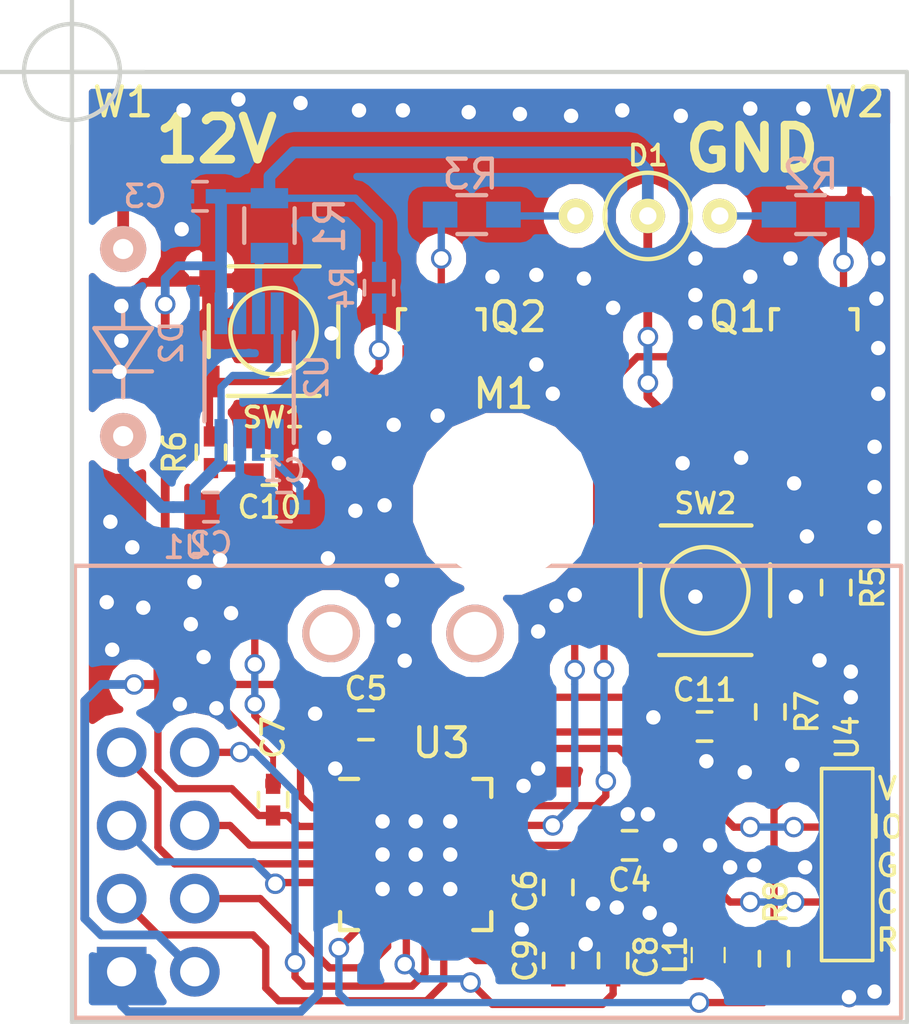
<source format=kicad_pcb>
(kicad_pcb (version 4) (host pcbnew 4.0.2-stable)

  (general
    (links 83)
    (no_connects 0)
    (area 30.647 19.725 62.801438 58.278484)
    (thickness 1.6)
    (drawings 7)
    (tracks 566)
    (zones 0)
    (modules 33)
    (nets 28)
  )

  (page A4)
  (layers
    (0 F.Cu signal)
    (31 B.Cu signal)
    (32 B.Adhes user)
    (33 F.Adhes user)
    (34 B.Paste user)
    (35 F.Paste user)
    (36 B.SilkS user)
    (37 F.SilkS user)
    (38 B.Mask user)
    (39 F.Mask user)
    (40 Dwgs.User user)
    (41 Cmts.User user hide)
    (42 Eco1.User user)
    (43 Eco2.User user)
    (44 Edge.Cuts user)
    (45 Margin user)
    (46 B.CrtYd user)
    (47 F.CrtYd user)
    (48 B.Fab user hide)
    (49 F.Fab user hide)
  )

  (setup
    (last_trace_width 0.3048)
    (user_trace_width 0.2032)
    (user_trace_width 0.254)
    (user_trace_width 0.3048)
    (user_trace_width 0.4064)
    (user_trace_width 0.4572)
    (user_trace_width 0.508)
    (user_trace_width 0.5588)
    (trace_clearance 0.2032)
    (zone_clearance 0.508)
    (zone_45_only no)
    (trace_min 0.2032)
    (segment_width 0.2)
    (edge_width 0.15)
    (via_size 0.7112)
    (via_drill 0.5)
    (via_min_size 0.7112)
    (via_min_drill 0.5)
    (user_via 0.7112 0.5)
    (user_via 1.651 0.8128)
    (uvia_size 0.3048)
    (uvia_drill 0.1016)
    (uvias_allowed no)
    (uvia_min_size 0.2032)
    (uvia_min_drill 0.1016)
    (pcb_text_width 0.3)
    (pcb_text_size 1.5 1.5)
    (mod_edge_width 0.15)
    (mod_text_size 1 1)
    (mod_text_width 0.15)
    (pad_size 0.7112 0.7112)
    (pad_drill 0.5)
    (pad_to_mask_clearance 0.2)
    (aux_axis_origin 33.147 22.225)
    (grid_origin 33.147 22.225)
    (visible_elements 7FFFEFFF)
    (pcbplotparams
      (layerselection 0x010f0_80000001)
      (usegerberextensions true)
      (excludeedgelayer true)
      (linewidth 0.150000)
      (plotframeref false)
      (viasonmask false)
      (mode 1)
      (useauxorigin true)
      (hpglpennumber 1)
      (hpglpenspeed 20)
      (hpglpendiameter 15)
      (hpglpenoverlay 2)
      (psnegative false)
      (psa4output false)
      (plotreference true)
      (plotvalue false)
      (plotinvisibletext false)
      (padsonsilk false)
      (subtractmaskfromsilk false)
      (outputformat 1)
      (mirror false)
      (drillshape 0)
      (scaleselection 1)
      (outputdirectory ../../../../../Users/Pawel/Desktop/PCBs/pilot/))
  )

  (net 0 "")
  (net 1 "Net-(C1-Pad1)")
  (net 2 GND)
  (net 3 +12V)
  (net 4 +3V3)
  (net 5 "Net-(C4-Pad1)")
  (net 6 "Net-(C8-Pad2)")
  (net 7 /BTN_OPEN)
  (net 8 /BTN_CLOSE)
  (net 9 "Net-(D1-Pad1)")
  (net 10 "Net-(D1-Pad3)")
  (net 11 /LED_RED)
  (net 12 "Net-(Q1-Pad3)")
  (net 13 /LED_GREEN)
  (net 14 "Net-(Q2-Pad3)")
  (net 15 /V_ERR)
  (net 16 "Net-(R4-Pad2)")
  (net 17 "Net-(R5-Pad2)")
  (net 18 /NRF_CE)
  (net 19 /NRF_SPI_SOFT_CSN)
  (net 20 /NRF_SPI_CLK)
  (net 21 /NRF_SPI_MOSI)
  (net 22 /NRF_SPI_MISO)
  (net 23 /NRF_IRQ)
  (net 24 /DBG_RST)
  (net 25 /DBG_SWCLK)
  (net 26 /DBG_SWDIO)
  (net 27 "Net-(D2-Pad2)")

  (net_class Default "To jest domyślna klasa połączeń."
    (clearance 0.2032)
    (trace_width 0.254)
    (via_dia 0.7112)
    (via_drill 0.5)
    (uvia_dia 0.3048)
    (uvia_drill 0.1016)
    (add_net +12V)
    (add_net +3V3)
    (add_net /BTN_CLOSE)
    (add_net /BTN_OPEN)
    (add_net /DBG_RST)
    (add_net /DBG_SWCLK)
    (add_net /DBG_SWDIO)
    (add_net /LED_GREEN)
    (add_net /LED_RED)
    (add_net /NRF_CE)
    (add_net /NRF_IRQ)
    (add_net /NRF_SPI_CLK)
    (add_net /NRF_SPI_MISO)
    (add_net /NRF_SPI_MOSI)
    (add_net /NRF_SPI_SOFT_CSN)
    (add_net /V_ERR)
    (add_net GND)
    (add_net "Net-(C1-Pad1)")
    (add_net "Net-(C4-Pad1)")
    (add_net "Net-(C8-Pad2)")
    (add_net "Net-(D1-Pad1)")
    (add_net "Net-(D1-Pad3)")
    (add_net "Net-(D2-Pad2)")
    (add_net "Net-(Q1-Pad3)")
    (add_net "Net-(Q2-Pad3)")
    (add_net "Net-(R4-Pad2)")
    (add_net "Net-(R5-Pad2)")
  )

  (module LEDs:LED_3ARG9HWA (layer F.Cu) (tedit 5831DE63) (tstamp 5831E353)
    (at 53.147 27.225)
    (path /5831E362)
    (fp_text reference D1 (at 0 -2.1) (layer F.SilkS)
      (effects (font (size 0.7 0.7) (thickness 0.127)))
    )
    (fp_text value Led_Bicolor_Common_Catode (at 0 2.275) (layer F.Fab)
      (effects (font (size 0.7 0.7) (thickness 0.127)))
    )
    (fp_line (start 3.325 -0.825) (end -3.325 -0.825) (layer B.CrtYd) (width 0.05))
    (fp_line (start 3.325 0.825) (end 3.325 -0.825) (layer B.CrtYd) (width 0.05))
    (fp_line (start -3.325 0.825) (end 3.325 0.825) (layer B.CrtYd) (width 0.05))
    (fp_line (start -3.325 -0.825) (end -3.325 0.825) (layer B.CrtYd) (width 0.05))
    (fp_line (start 3.325 -0.825) (end -3.325 -0.825) (layer F.CrtYd) (width 0.05))
    (fp_line (start 3.325 0.825) (end 3.325 -0.825) (layer F.CrtYd) (width 0.05))
    (fp_line (start -3.325 0.825) (end 3.325 0.825) (layer F.CrtYd) (width 0.05))
    (fp_line (start -3.325 -0.825) (end -3.325 0.825) (layer F.CrtYd) (width 0.05))
    (fp_circle (center 0 0) (end 1.5 0) (layer F.SilkS) (width 0.15))
    (pad 1 thru_hole circle (at -2.5 0) (size 1.2 1.2) (drill 0.6) (layers *.Cu *.Mask F.SilkS)
      (net 9 "Net-(D1-Pad1)"))
    (pad 2 thru_hole circle (at 0 0) (size 1.2 1.2) (drill 0.6) (layers *.Cu *.Mask F.SilkS)
      (net 4 +3V3))
    (pad 3 thru_hole circle (at 2.5 0) (size 1.2 1.2) (drill 0.6) (layers *.Cu *.Mask F.SilkS)
      (net 10 "Net-(D1-Pad3)"))
  )

  (module Mounting_Holes:MountingHole_5.3mm_M5 locked (layer F.Cu) (tedit 56D1B4CB) (tstamp 5831E358)
    (at 48.147 37.225)
    (descr "Mounting Hole 5.3mm, no annular, M5")
    (tags "mounting hole 5.3mm no annular m5")
    (path /5831CE03)
    (fp_text reference M1 (at -0.014 -3.824) (layer F.SilkS)
      (effects (font (size 1 1) (thickness 0.15)))
    )
    (fp_text value Mounting_Hole_M5 (at 0 6.3) (layer F.Fab)
      (effects (font (size 1 1) (thickness 0.15)))
    )
    (fp_circle (center 0 0) (end 5.3 0) (layer Cmts.User) (width 0.15))
    (fp_circle (center 0 0) (end 5.55 0) (layer F.CrtYd) (width 0.05))
    (pad 1 np_thru_hole circle (at 0 0) (size 5.3 5.3) (drill 5.3) (layers *.Cu *.Mask))
  )

  (module switches:TP-1198_4.5x4.5x0.55mm locked (layer F.Cu) (tedit 5831D376) (tstamp 5831E360)
    (at 40.147 31.225 180)
    (path /5831E488)
    (fp_text reference SW1 (at 0 -3 180) (layer F.SilkS)
      (effects (font (size 0.7 0.7) (thickness 0.127)))
    )
    (fp_text value TP-1198 (at 0 3.35 180) (layer F.Fab)
      (effects (font (size 0.7 0.7) (thickness 0.127)))
    )
    (fp_line (start 2.8 -2.525) (end -2.8 -2.525) (layer F.CrtYd) (width 0.05))
    (fp_line (start 2.8 2.525) (end 2.8 -2.525) (layer F.CrtYd) (width 0.05))
    (fp_line (start -2.8 2.525) (end 2.8 2.525) (layer F.CrtYd) (width 0.05))
    (fp_line (start -2.8 -2.525) (end -2.8 2.525) (layer F.CrtYd) (width 0.05))
    (fp_line (start 2.25 0.9) (end 2.25 -0.9) (layer F.SilkS) (width 0.15))
    (fp_line (start -2.25 -0.9) (end -2.25 0.9) (layer F.SilkS) (width 0.15))
    (fp_line (start -1.6 2.25) (end 1.55 2.25) (layer F.SilkS) (width 0.15))
    (fp_line (start -1.6 -2.25) (end 1.6 -2.25) (layer F.SilkS) (width 0.15))
    (fp_circle (center 0 0) (end 1.5 0) (layer F.SilkS) (width 0.15))
    (pad 1 smd rect (at -2.225 -1.75 180) (size 0.7 1.1) (layers F.Cu F.Paste F.Mask)
      (net 16 "Net-(R4-Pad2)"))
    (pad 2 smd rect (at 2.225 -1.75 180) (size 0.7 1.1) (layers F.Cu F.Paste F.Mask)
      (net 16 "Net-(R4-Pad2)"))
    (pad 3 smd rect (at -2.225 1.75 180) (size 0.7 1.1) (layers F.Cu F.Paste F.Mask)
      (net 2 GND))
    (pad 4 smd rect (at 2.225 1.75 180) (size 0.7 1.1) (layers F.Cu F.Paste F.Mask)
      (net 2 GND))
  )

  (module switches:TP-1198_4.5x4.5x0.55mm locked (layer F.Cu) (tedit 5831D376) (tstamp 5831E368)
    (at 55.147 40.225 180)
    (path /5831E502)
    (fp_text reference SW2 (at 0 3.014 180) (layer F.SilkS)
      (effects (font (size 0.7 0.7) (thickness 0.127)))
    )
    (fp_text value TP-1198 (at 0 3.35 180) (layer F.Fab)
      (effects (font (size 0.7 0.7) (thickness 0.127)))
    )
    (fp_line (start 2.8 -2.525) (end -2.8 -2.525) (layer F.CrtYd) (width 0.05))
    (fp_line (start 2.8 2.525) (end 2.8 -2.525) (layer F.CrtYd) (width 0.05))
    (fp_line (start -2.8 2.525) (end 2.8 2.525) (layer F.CrtYd) (width 0.05))
    (fp_line (start -2.8 -2.525) (end -2.8 2.525) (layer F.CrtYd) (width 0.05))
    (fp_line (start 2.25 0.9) (end 2.25 -0.9) (layer F.SilkS) (width 0.15))
    (fp_line (start -2.25 -0.9) (end -2.25 0.9) (layer F.SilkS) (width 0.15))
    (fp_line (start -1.6 2.25) (end 1.55 2.25) (layer F.SilkS) (width 0.15))
    (fp_line (start -1.6 -2.25) (end 1.6 -2.25) (layer F.SilkS) (width 0.15))
    (fp_circle (center 0 0) (end 1.5 0) (layer F.SilkS) (width 0.15))
    (pad 1 smd rect (at -2.225 -1.75 180) (size 0.7 1.1) (layers F.Cu F.Paste F.Mask)
      (net 17 "Net-(R5-Pad2)"))
    (pad 2 smd rect (at 2.225 -1.75 180) (size 0.7 1.1) (layers F.Cu F.Paste F.Mask)
      (net 17 "Net-(R5-Pad2)"))
    (pad 3 smd rect (at -2.225 1.75 180) (size 0.7 1.1) (layers F.Cu F.Paste F.Mask)
      (net 2 GND))
    (pad 4 smd rect (at 2.225 1.75 180) (size 0.7 1.1) (layers F.Cu F.Paste F.Mask)
      (net 2 GND))
  )

  (module VSSOP:VSSOP8 (layer B.Cu) (tedit 5830C64F) (tstamp 5831E38E)
    (at 39.299 32.807 180)
    (path /5830CA03)
    (fp_text reference U2 (at -2.35 0 450) (layer B.SilkS)
      (effects (font (size 0.762 0.762) (thickness 0.127)) (justify mirror))
    )
    (fp_text value LP2989 (at 2.45 0 450) (layer B.Fab)
      (effects (font (size 0.762 0.762) (thickness 0.127)) (justify mirror))
    )
    (fp_line (start 1.65 3.15) (end -1.65 3.15) (layer B.CrtYd) (width 0.05))
    (fp_line (start 1.65 -3.15) (end 1.65 3.15) (layer B.CrtYd) (width 0.05))
    (fp_line (start -1.65 -3.15) (end 1.65 -3.15) (layer B.CrtYd) (width 0.05))
    (fp_line (start -1.65 3.15) (end -1.65 -3.15) (layer B.CrtYd) (width 0.05))
    (fp_line (start -1.55 1.55) (end -1.55 -2.3) (layer B.SilkS) (width 0.15))
    (fp_line (start 1.55 1.55) (end 1.55 -1.55) (layer B.SilkS) (width 0.15))
    (pad 1 smd rect (at -0.975 -2.2 180) (size 0.45 1.45) (layers B.Cu B.Mask)
      (net 1 "Net-(C1-Pad1)"))
    (pad 2 smd rect (at -0.325 -2.2 180) (size 0.45 1.45) (layers B.Cu B.Mask))
    (pad 3 smd rect (at 0.325 -2.2 180) (size 0.45 1.45) (layers B.Cu B.Mask)
      (net 2 GND))
    (pad 4 smd rect (at 0.975 -2.2 180) (size 0.45 1.45) (layers B.Cu B.Mask)
      (net 3 +12V))
    (pad 5 smd rect (at 0.975 2.2 180) (size 0.45 1.45) (layers B.Cu B.Mask)
      (net 4 +3V3))
    (pad 6 smd rect (at 0.325 2.2 180) (size 0.45 1.45) (layers B.Cu B.Mask)
      (net 4 +3V3))
    (pad 7 smd rect (at -0.325 2.2 180) (size 0.45 1.45) (layers B.Cu B.Mask)
      (net 15 /V_ERR))
    (pad 8 smd rect (at -0.975 2.2 180) (size 0.45 1.45) (layers B.Cu B.Mask)
      (net 3 +12V))
  )

  (module NRF:NRF24L01 locked (layer B.Cu) (tedit 5831FBA8) (tstamp 5831E37C)
    (at 47.647 47.225)
    (tags nrf24)
    (path /5830C393)
    (fp_text reference U1 (at -10.563 -8.49) (layer B.SilkS)
      (effects (font (size 0.762 0.762) (thickness 0.127)) (justify mirror))
    )
    (fp_text value NRF24L01 (at 0 8.8) (layer B.Fab)
      (effects (font (size 0.762 0.762) (thickness 0.127)) (justify mirror))
    )
    (fp_line (start 14.3 7.85) (end -14.4 7.85) (layer B.SilkS) (width 0.15))
    (fp_line (start 14.3 -7.85) (end 14.3 7.85) (layer B.SilkS) (width 0.15))
    (fp_line (start -14.4 -7.85) (end 14.3 -7.85) (layer B.SilkS) (width 0.15))
    (fp_line (start -14.4 7.85) (end -14.4 -7.85) (layer B.SilkS) (width 0.15))
    (fp_line (start 14.475 -8) (end -14.525 -8) (layer B.CrtYd) (width 0.05))
    (fp_line (start 14.475 8) (end 14.475 -8) (layer B.CrtYd) (width 0.05))
    (fp_line (start -14.525 8) (end -14.525 -8) (layer B.CrtYd) (width 0.05))
    (fp_line (start -14.525 8) (end 14.475 8) (layer B.CrtYd) (width 0.05))
    (pad 1 thru_hole rect (at -12.775 6.25) (size 1.7272 1.7272) (drill 1.016) (layers *.Cu *.Mask)
      (net 2 GND))
    (pad 2 thru_hole oval (at -10.235 6.25) (size 1.7272 1.7272) (drill 1.016) (layers *.Cu *.Mask)
      (net 4 +3V3))
    (pad 3 thru_hole oval (at -12.775 3.71) (size 1.7272 1.7272) (drill 1.016) (layers *.Cu *.Mask)
      (net 18 /NRF_CE))
    (pad 4 thru_hole oval (at -10.235 3.71) (size 1.7272 1.7272) (drill 1.016) (layers *.Cu *.Mask)
      (net 19 /NRF_SPI_SOFT_CSN))
    (pad 5 thru_hole oval (at -12.775 1.17) (size 1.7272 1.7272) (drill 1.016) (layers *.Cu *.Mask)
      (net 20 /NRF_SPI_CLK))
    (pad 6 thru_hole oval (at -10.235 1.17) (size 1.7272 1.7272) (drill 1.016) (layers *.Cu *.Mask)
      (net 21 /NRF_SPI_MOSI))
    (pad 7 thru_hole oval (at -12.775 -1.37) (size 1.7272 1.7272) (drill 1.016) (layers *.Cu *.Mask)
      (net 22 /NRF_SPI_MISO))
    (pad 8 thru_hole oval (at -10.235 -1.37) (size 1.7272 1.7272) (drill 1.016) (layers *.Cu *.Mask)
      (net 23 /NRF_IRQ))
    (pad "" np_thru_hole circle (at -5.5 -5.5) (size 2 2) (drill 1.5) (layers *.Cu *.Mask B.SilkS))
    (pad "" np_thru_hole circle (at -0.5 -5.5) (size 2 2) (drill 1.5) (layers *.Cu *.Mask B.SilkS))
  )

  (module CNSN_RLC_SMD:CNSN_C_0402 (layer B.Cu) (tedit 57EA7084) (tstamp 58342B10)
    (at 40.513 37.338 180)
    (descr "Capacitor SMD 0402, reflow soldering, AVX (see smccp.pdf)")
    (tags "capacitor 0402")
    (path /58330E06)
    (attr smd)
    (fp_text reference C1 (at 0 1.27 180) (layer B.SilkS)
      (effects (font (size 0.762 0.762) (thickness 0.127)) (justify mirror))
    )
    (fp_text value 10nF/16V (at 0 -1.27 180) (layer B.Fab)
      (effects (font (size 0.762 0.762) (thickness 0.127)) (justify mirror))
    )
    (fp_line (start -1.15 0.6) (end 1.15 0.6) (layer B.CrtYd) (width 0.05))
    (fp_line (start -1.15 -0.6) (end 1.15 -0.6) (layer B.CrtYd) (width 0.05))
    (fp_line (start -1.15 0.6) (end -1.15 -0.6) (layer B.CrtYd) (width 0.05))
    (fp_line (start 1.15 0.6) (end 1.15 -0.6) (layer B.CrtYd) (width 0.05))
    (fp_line (start 0.25 0.508) (end -0.25 0.508) (layer B.SilkS) (width 0.127))
    (fp_line (start -0.25 -0.508) (end 0.25 -0.508) (layer B.SilkS) (width 0.127))
    (pad 1 smd rect (at -0.55 0 180) (size 0.7 0.5) (layers B.Cu B.Paste B.Mask)
      (net 1 "Net-(C1-Pad1)"))
    (pad 2 smd rect (at 0.55 0 180) (size 0.7 0.5) (layers B.Cu B.Paste B.Mask)
      (net 2 GND))
    (model Capacitors_SMD.3dshapes/C_0402.wrl
      (at (xyz 0 0 0))
      (scale (xyz 1 1 1))
      (rotate (xyz 0 0 0))
    )
  )

  (module CNSN_RLC_SMD:CNSN_C_0402 (layer B.Cu) (tedit 57EA7084) (tstamp 58342B1C)
    (at 37.973 37.338)
    (descr "Capacitor SMD 0402, reflow soldering, AVX (see smccp.pdf)")
    (tags "capacitor 0402")
    (path /58331C8E)
    (attr smd)
    (fp_text reference C2 (at 0 1.27) (layer B.SilkS)
      (effects (font (size 0.762 0.762) (thickness 0.127)) (justify mirror))
    )
    (fp_text value 2.2uF/25V (at 0 -1.27) (layer B.Fab)
      (effects (font (size 0.762 0.762) (thickness 0.127)) (justify mirror))
    )
    (fp_line (start -1.15 0.6) (end 1.15 0.6) (layer B.CrtYd) (width 0.05))
    (fp_line (start -1.15 -0.6) (end 1.15 -0.6) (layer B.CrtYd) (width 0.05))
    (fp_line (start -1.15 0.6) (end -1.15 -0.6) (layer B.CrtYd) (width 0.05))
    (fp_line (start 1.15 0.6) (end 1.15 -0.6) (layer B.CrtYd) (width 0.05))
    (fp_line (start 0.25 0.508) (end -0.25 0.508) (layer B.SilkS) (width 0.127))
    (fp_line (start -0.25 -0.508) (end 0.25 -0.508) (layer B.SilkS) (width 0.127))
    (pad 1 smd rect (at -0.55 0) (size 0.7 0.5) (layers B.Cu B.Paste B.Mask)
      (net 3 +12V))
    (pad 2 smd rect (at 0.55 0) (size 0.7 0.5) (layers B.Cu B.Paste B.Mask)
      (net 2 GND))
    (model Capacitors_SMD.3dshapes/C_0402.wrl
      (at (xyz 0 0 0))
      (scale (xyz 1 1 1))
      (rotate (xyz 0 0 0))
    )
  )

  (module CNSN_RLC_SMD:CNSN_C_0402 (layer B.Cu) (tedit 57EA7084) (tstamp 58342B28)
    (at 37.592 26.543 180)
    (descr "Capacitor SMD 0402, reflow soldering, AVX (see smccp.pdf)")
    (tags "capacitor 0402")
    (path /58334BED)
    (attr smd)
    (fp_text reference C3 (at 1.905 0 180) (layer B.SilkS)
      (effects (font (size 0.762 0.762) (thickness 0.127)) (justify mirror))
    )
    (fp_text value 4.7uF/10V (at 0 -1.27 180) (layer B.Fab)
      (effects (font (size 0.762 0.762) (thickness 0.127)) (justify mirror))
    )
    (fp_line (start -1.15 0.6) (end 1.15 0.6) (layer B.CrtYd) (width 0.05))
    (fp_line (start -1.15 -0.6) (end 1.15 -0.6) (layer B.CrtYd) (width 0.05))
    (fp_line (start -1.15 0.6) (end -1.15 -0.6) (layer B.CrtYd) (width 0.05))
    (fp_line (start 1.15 0.6) (end 1.15 -0.6) (layer B.CrtYd) (width 0.05))
    (fp_line (start 0.25 0.508) (end -0.25 0.508) (layer B.SilkS) (width 0.127))
    (fp_line (start -0.25 -0.508) (end 0.25 -0.508) (layer B.SilkS) (width 0.127))
    (pad 1 smd rect (at -0.55 0 180) (size 0.7 0.5) (layers B.Cu B.Paste B.Mask)
      (net 4 +3V3))
    (pad 2 smd rect (at 0.55 0 180) (size 0.7 0.5) (layers B.Cu B.Paste B.Mask)
      (net 2 GND))
    (model Capacitors_SMD.3dshapes/C_0402.wrl
      (at (xyz 0 0 0))
      (scale (xyz 1 1 1))
      (rotate (xyz 0 0 0))
    )
  )

  (module CNSN_RLC_SMD:CNSN_C_0402 (layer F.Cu) (tedit 57EA7084) (tstamp 58342B34)
    (at 52.5145 49.0855)
    (descr "Capacitor SMD 0402, reflow soldering, AVX (see smccp.pdf)")
    (tags "capacitor 0402")
    (path /58339427)
    (attr smd)
    (fp_text reference C4 (at 0 1.2065) (layer F.SilkS)
      (effects (font (size 0.762 0.762) (thickness 0.127)))
    )
    (fp_text value 1uF (at 0 1.27) (layer F.Fab)
      (effects (font (size 0.762 0.762) (thickness 0.127)))
    )
    (fp_line (start -1.15 -0.6) (end 1.15 -0.6) (layer F.CrtYd) (width 0.05))
    (fp_line (start -1.15 0.6) (end 1.15 0.6) (layer F.CrtYd) (width 0.05))
    (fp_line (start -1.15 -0.6) (end -1.15 0.6) (layer F.CrtYd) (width 0.05))
    (fp_line (start 1.15 -0.6) (end 1.15 0.6) (layer F.CrtYd) (width 0.05))
    (fp_line (start 0.25 -0.508) (end -0.25 -0.508) (layer F.SilkS) (width 0.127))
    (fp_line (start -0.25 0.508) (end 0.25 0.508) (layer F.SilkS) (width 0.127))
    (pad 1 smd rect (at -0.55 0) (size 0.7 0.5) (layers F.Cu F.Paste F.Mask)
      (net 5 "Net-(C4-Pad1)"))
    (pad 2 smd rect (at 0.55 0) (size 0.7 0.5) (layers F.Cu F.Paste F.Mask)
      (net 2 GND))
    (model Capacitors_SMD.3dshapes/C_0402.wrl
      (at (xyz 0 0 0))
      (scale (xyz 1 1 1))
      (rotate (xyz 0 0 0))
    )
  )

  (module CNSN_RLC_SMD:CNSN_C_0402 (layer F.Cu) (tedit 57EA7084) (tstamp 58342B40)
    (at 43.3578 44.9072)
    (descr "Capacitor SMD 0402, reflow soldering, AVX (see smccp.pdf)")
    (tags "capacitor 0402")
    (path /58339D85)
    (attr smd)
    (fp_text reference C5 (at 0 -1.27) (layer F.SilkS)
      (effects (font (size 0.762 0.762) (thickness 0.127)))
    )
    (fp_text value 100nF (at 0 1.27) (layer F.Fab)
      (effects (font (size 0.762 0.762) (thickness 0.127)))
    )
    (fp_line (start -1.15 -0.6) (end 1.15 -0.6) (layer F.CrtYd) (width 0.05))
    (fp_line (start -1.15 0.6) (end 1.15 0.6) (layer F.CrtYd) (width 0.05))
    (fp_line (start -1.15 -0.6) (end -1.15 0.6) (layer F.CrtYd) (width 0.05))
    (fp_line (start 1.15 -0.6) (end 1.15 0.6) (layer F.CrtYd) (width 0.05))
    (fp_line (start 0.25 -0.508) (end -0.25 -0.508) (layer F.SilkS) (width 0.127))
    (fp_line (start -0.25 0.508) (end 0.25 0.508) (layer F.SilkS) (width 0.127))
    (pad 1 smd rect (at -0.55 0) (size 0.7 0.5) (layers F.Cu F.Paste F.Mask)
      (net 2 GND))
    (pad 2 smd rect (at 0.55 0) (size 0.7 0.5) (layers F.Cu F.Paste F.Mask)
      (net 4 +3V3))
    (model Capacitors_SMD.3dshapes/C_0402.wrl
      (at (xyz 0 0 0))
      (scale (xyz 1 1 1))
      (rotate (xyz 0 0 0))
    )
  )

  (module CNSN_RLC_SMD:CNSN_C_0402 (layer F.Cu) (tedit 57EA7084) (tstamp 58342B4C)
    (at 50.038 50.546 90)
    (descr "Capacitor SMD 0402, reflow soldering, AVX (see smccp.pdf)")
    (tags "capacitor 0402")
    (path /5833A04B)
    (attr smd)
    (fp_text reference C6 (at -0.127 -1.143 90) (layer F.SilkS)
      (effects (font (size 0.762 0.762) (thickness 0.127)))
    )
    (fp_text value 100nF (at 0 1.27 90) (layer F.Fab)
      (effects (font (size 0.762 0.762) (thickness 0.127)))
    )
    (fp_line (start -1.15 -0.6) (end 1.15 -0.6) (layer F.CrtYd) (width 0.05))
    (fp_line (start -1.15 0.6) (end 1.15 0.6) (layer F.CrtYd) (width 0.05))
    (fp_line (start -1.15 -0.6) (end -1.15 0.6) (layer F.CrtYd) (width 0.05))
    (fp_line (start 1.15 -0.6) (end 1.15 0.6) (layer F.CrtYd) (width 0.05))
    (fp_line (start 0.25 -0.508) (end -0.25 -0.508) (layer F.SilkS) (width 0.127))
    (fp_line (start -0.25 0.508) (end 0.25 0.508) (layer F.SilkS) (width 0.127))
    (pad 1 smd rect (at -0.55 0 90) (size 0.7 0.5) (layers F.Cu F.Paste F.Mask)
      (net 2 GND))
    (pad 2 smd rect (at 0.55 0 90) (size 0.7 0.5) (layers F.Cu F.Paste F.Mask)
      (net 4 +3V3))
    (model Capacitors_SMD.3dshapes/C_0402.wrl
      (at (xyz 0 0 0))
      (scale (xyz 1 1 1))
      (rotate (xyz 0 0 0))
    )
  )

  (module CNSN_RLC_SMD:CNSN_C_0402 (layer F.Cu) (tedit 57EA7084) (tstamp 58342B58)
    (at 40.132 47.498 270)
    (descr "Capacitor SMD 0402, reflow soldering, AVX (see smccp.pdf)")
    (tags "capacitor 0402")
    (path /5833A8D9)
    (attr smd)
    (fp_text reference C7 (at -2.159 0 270) (layer F.SilkS)
      (effects (font (size 0.762 0.762) (thickness 0.127)))
    )
    (fp_text value 100nF (at 0 1.27 270) (layer F.Fab)
      (effects (font (size 0.762 0.762) (thickness 0.127)))
    )
    (fp_line (start -1.15 -0.6) (end 1.15 -0.6) (layer F.CrtYd) (width 0.05))
    (fp_line (start -1.15 0.6) (end 1.15 0.6) (layer F.CrtYd) (width 0.05))
    (fp_line (start -1.15 -0.6) (end -1.15 0.6) (layer F.CrtYd) (width 0.05))
    (fp_line (start 1.15 -0.6) (end 1.15 0.6) (layer F.CrtYd) (width 0.05))
    (fp_line (start 0.25 -0.508) (end -0.25 -0.508) (layer F.SilkS) (width 0.127))
    (fp_line (start -0.25 0.508) (end 0.25 0.508) (layer F.SilkS) (width 0.127))
    (pad 1 smd rect (at -0.55 0 270) (size 0.7 0.5) (layers F.Cu F.Paste F.Mask)
      (net 2 GND))
    (pad 2 smd rect (at 0.55 0 270) (size 0.7 0.5) (layers F.Cu F.Paste F.Mask)
      (net 4 +3V3))
    (model Capacitors_SMD.3dshapes/C_0402.wrl
      (at (xyz 0 0 0))
      (scale (xyz 1 1 1))
      (rotate (xyz 0 0 0))
    )
  )

  (module CNSN_RLC_SMD:CNSN_C_0402 (layer F.Cu) (tedit 57EA7084) (tstamp 58342B64)
    (at 51.943 53.086 270)
    (descr "Capacitor SMD 0402, reflow soldering, AVX (see smccp.pdf)")
    (tags "capacitor 0402")
    (path /5833C1D1)
    (attr smd)
    (fp_text reference C8 (at -0.127 -1.143 270) (layer F.SilkS)
      (effects (font (size 0.762 0.762) (thickness 0.127)))
    )
    (fp_text value 100nF (at 0 1.27 270) (layer F.Fab)
      (effects (font (size 0.762 0.762) (thickness 0.127)))
    )
    (fp_line (start -1.15 -0.6) (end 1.15 -0.6) (layer F.CrtYd) (width 0.05))
    (fp_line (start -1.15 0.6) (end 1.15 0.6) (layer F.CrtYd) (width 0.05))
    (fp_line (start -1.15 -0.6) (end -1.15 0.6) (layer F.CrtYd) (width 0.05))
    (fp_line (start 1.15 -0.6) (end 1.15 0.6) (layer F.CrtYd) (width 0.05))
    (fp_line (start 0.25 -0.508) (end -0.25 -0.508) (layer F.SilkS) (width 0.127))
    (fp_line (start -0.25 0.508) (end 0.25 0.508) (layer F.SilkS) (width 0.127))
    (pad 1 smd rect (at -0.55 0 270) (size 0.7 0.5) (layers F.Cu F.Paste F.Mask)
      (net 2 GND))
    (pad 2 smd rect (at 0.55 0 270) (size 0.7 0.5) (layers F.Cu F.Paste F.Mask)
      (net 6 "Net-(C8-Pad2)"))
    (model Capacitors_SMD.3dshapes/C_0402.wrl
      (at (xyz 0 0 0))
      (scale (xyz 1 1 1))
      (rotate (xyz 0 0 0))
    )
  )

  (module CNSN_RLC_SMD:CNSN_C_0402 (layer F.Cu) (tedit 57EA7084) (tstamp 58342B70)
    (at 50.038 53.086 270)
    (descr "Capacitor SMD 0402, reflow soldering, AVX (see smccp.pdf)")
    (tags "capacitor 0402")
    (path /5833C2A4)
    (attr smd)
    (fp_text reference C9 (at 0 1.143 270) (layer F.SilkS)
      (effects (font (size 0.762 0.762) (thickness 0.127)))
    )
    (fp_text value 100nF (at 0 1.27 270) (layer F.Fab)
      (effects (font (size 0.762 0.762) (thickness 0.127)))
    )
    (fp_line (start -1.15 -0.6) (end 1.15 -0.6) (layer F.CrtYd) (width 0.05))
    (fp_line (start -1.15 0.6) (end 1.15 0.6) (layer F.CrtYd) (width 0.05))
    (fp_line (start -1.15 -0.6) (end -1.15 0.6) (layer F.CrtYd) (width 0.05))
    (fp_line (start 1.15 -0.6) (end 1.15 0.6) (layer F.CrtYd) (width 0.05))
    (fp_line (start 0.25 -0.508) (end -0.25 -0.508) (layer F.SilkS) (width 0.127))
    (fp_line (start -0.25 0.508) (end 0.25 0.508) (layer F.SilkS) (width 0.127))
    (pad 1 smd rect (at -0.55 0 270) (size 0.7 0.5) (layers F.Cu F.Paste F.Mask)
      (net 2 GND))
    (pad 2 smd rect (at 0.55 0 270) (size 0.7 0.5) (layers F.Cu F.Paste F.Mask)
      (net 6 "Net-(C8-Pad2)"))
    (model Capacitors_SMD.3dshapes/C_0402.wrl
      (at (xyz 0 0 0))
      (scale (xyz 1 1 1))
      (rotate (xyz 0 0 0))
    )
  )

  (module CNSN_RLC_SMD:CNSN_C_0402 (layer F.Cu) (tedit 57EA7084) (tstamp 58342B7C)
    (at 40.005 36.068 180)
    (descr "Capacitor SMD 0402, reflow soldering, AVX (see smccp.pdf)")
    (tags "capacitor 0402")
    (path /58358937)
    (attr smd)
    (fp_text reference C10 (at 0 -1.27 180) (layer F.SilkS)
      (effects (font (size 0.762 0.762) (thickness 0.127)))
    )
    (fp_text value 100nF (at 0 1.27 180) (layer F.Fab)
      (effects (font (size 0.762 0.762) (thickness 0.127)))
    )
    (fp_line (start -1.15 -0.6) (end 1.15 -0.6) (layer F.CrtYd) (width 0.05))
    (fp_line (start -1.15 0.6) (end 1.15 0.6) (layer F.CrtYd) (width 0.05))
    (fp_line (start -1.15 -0.6) (end -1.15 0.6) (layer F.CrtYd) (width 0.05))
    (fp_line (start 1.15 -0.6) (end 1.15 0.6) (layer F.CrtYd) (width 0.05))
    (fp_line (start 0.25 -0.508) (end -0.25 -0.508) (layer F.SilkS) (width 0.127))
    (fp_line (start -0.25 0.508) (end 0.25 0.508) (layer F.SilkS) (width 0.127))
    (pad 1 smd rect (at -0.55 0 180) (size 0.7 0.5) (layers F.Cu F.Paste F.Mask)
      (net 2 GND))
    (pad 2 smd rect (at 0.55 0 180) (size 0.7 0.5) (layers F.Cu F.Paste F.Mask)
      (net 7 /BTN_OPEN))
    (model Capacitors_SMD.3dshapes/C_0402.wrl
      (at (xyz 0 0 0))
      (scale (xyz 1 1 1))
      (rotate (xyz 0 0 0))
    )
  )

  (module CNSN_RLC_SMD:CNSN_C_0402 (layer F.Cu) (tedit 57EA7084) (tstamp 58342B88)
    (at 55.118 44.958)
    (descr "Capacitor SMD 0402, reflow soldering, AVX (see smccp.pdf)")
    (tags "capacitor 0402")
    (path /58355D89)
    (attr smd)
    (fp_text reference C11 (at 0 -1.27) (layer F.SilkS)
      (effects (font (size 0.762 0.762) (thickness 0.127)))
    )
    (fp_text value 100nF (at 0 1.27) (layer F.Fab)
      (effects (font (size 0.762 0.762) (thickness 0.127)))
    )
    (fp_line (start -1.15 -0.6) (end 1.15 -0.6) (layer F.CrtYd) (width 0.05))
    (fp_line (start -1.15 0.6) (end 1.15 0.6) (layer F.CrtYd) (width 0.05))
    (fp_line (start -1.15 -0.6) (end -1.15 0.6) (layer F.CrtYd) (width 0.05))
    (fp_line (start 1.15 -0.6) (end 1.15 0.6) (layer F.CrtYd) (width 0.05))
    (fp_line (start 0.25 -0.508) (end -0.25 -0.508) (layer F.SilkS) (width 0.127))
    (fp_line (start -0.25 0.508) (end 0.25 0.508) (layer F.SilkS) (width 0.127))
    (pad 1 smd rect (at -0.55 0) (size 0.7 0.5) (layers F.Cu F.Paste F.Mask)
      (net 2 GND))
    (pad 2 smd rect (at 0.55 0) (size 0.7 0.5) (layers F.Cu F.Paste F.Mask)
      (net 8 /BTN_CLOSE))
    (model Capacitors_SMD.3dshapes/C_0402.wrl
      (at (xyz 0 0 0))
      (scale (xyz 1 1 1))
      (rotate (xyz 0 0 0))
    )
  )

  (module CNSN_RLC_SMD:CNSN_L_0402 (layer F.Cu) (tedit 5808C393) (tstamp 58342B94)
    (at 55.245 52.8955 270)
    (descr "Ferrite bead SMD 0402, reflow soldering, Vishay (see dcrcw.pdf)")
    (tags "Ferrite bead 0402")
    (path /5833C57F)
    (attr smd)
    (fp_text reference L1 (at 0 1.143 270) (layer F.SilkS)
      (effects (font (size 0.762 0.762) (thickness 0.127)))
    )
    (fp_text value BLM15AG100SZ1D (at 0 1.3335 270) (layer F.Fab)
      (effects (font (size 0.762 0.762) (thickness 0.127)))
    )
    (fp_line (start -1 -0.65) (end 1 -0.65) (layer F.CrtYd) (width 0.05))
    (fp_line (start -1 0.65) (end 1 0.65) (layer F.CrtYd) (width 0.05))
    (fp_line (start -1.016 -0.635) (end -1.016 0.665) (layer F.CrtYd) (width 0.05))
    (fp_line (start 1.016 -0.65) (end 1.016 0.65) (layer F.CrtYd) (width 0.05))
    (fp_line (start 0.25 -0.5715) (end -0.25 -0.5715) (layer F.SilkS) (width 0.0762))
    (fp_line (start -0.25 0.5715) (end 0.25 0.5715) (layer F.SilkS) (width 0.0762))
    (pad 1 smd rect (at -0.508 0 270) (size 0.6 0.7) (layers F.Cu F.Paste F.Mask)
      (net 4 +3V3))
    (pad 2 smd rect (at 0.508 0 270) (size 0.6 0.7) (layers F.Cu F.Paste F.Mask)
      (net 6 "Net-(C8-Pad2)"))
    (model Resistors_SMD.3dshapes/R_0402.wrl
      (at (xyz 0 0 0))
      (scale (xyz 1 1 1))
      (rotate (xyz 0 0 0))
    )
  )

  (module SOT-23 (layer F.Cu) (tedit 553634F8) (tstamp 58342BA4)
    (at 58.928 31.115)
    (descr "SOT-23, Standard")
    (tags SOT-23)
    (path /5834D0AC)
    (attr smd)
    (fp_text reference Q1 (at -2.667 -0.381) (layer F.SilkS)
      (effects (font (size 1 1) (thickness 0.15)))
    )
    (fp_text value Si2300DS (at 0 2.3) (layer F.Fab)
      (effects (font (size 1 1) (thickness 0.15)))
    )
    (fp_line (start -1.65 -1.6) (end 1.65 -1.6) (layer F.CrtYd) (width 0.05))
    (fp_line (start 1.65 -1.6) (end 1.65 1.6) (layer F.CrtYd) (width 0.05))
    (fp_line (start 1.65 1.6) (end -1.65 1.6) (layer F.CrtYd) (width 0.05))
    (fp_line (start -1.65 1.6) (end -1.65 -1.6) (layer F.CrtYd) (width 0.05))
    (fp_line (start 1.29916 -0.65024) (end 1.2509 -0.65024) (layer F.SilkS) (width 0.15))
    (fp_line (start -1.49982 0.0508) (end -1.49982 -0.65024) (layer F.SilkS) (width 0.15))
    (fp_line (start -1.49982 -0.65024) (end -1.2509 -0.65024) (layer F.SilkS) (width 0.15))
    (fp_line (start 1.29916 -0.65024) (end 1.49982 -0.65024) (layer F.SilkS) (width 0.15))
    (fp_line (start 1.49982 -0.65024) (end 1.49982 0.0508) (layer F.SilkS) (width 0.15))
    (pad 1 smd rect (at -0.95 1.00076) (size 0.8001 0.8001) (layers F.Cu F.Paste F.Mask)
      (net 11 /LED_RED))
    (pad 2 smd rect (at 0.95 1.00076) (size 0.8001 0.8001) (layers F.Cu F.Paste F.Mask)
      (net 2 GND))
    (pad 3 smd rect (at 0 -0.99822) (size 0.8001 0.8001) (layers F.Cu F.Paste F.Mask)
      (net 12 "Net-(Q1-Pad3)"))
    (model TO_SOT_Packages_SMD.3dshapes/SOT-23.wrl
      (at (xyz 0 0 0))
      (scale (xyz 1 1 1))
      (rotate (xyz 0 0 0))
    )
  )

  (module SOT-23 (layer F.Cu) (tedit 553634F8) (tstamp 58342BB4)
    (at 45.974 31.115)
    (descr "SOT-23, Standard")
    (tags SOT-23)
    (path /5834DD21)
    (attr smd)
    (fp_text reference Q2 (at 2.667 -0.381) (layer F.SilkS)
      (effects (font (size 1 1) (thickness 0.15)))
    )
    (fp_text value Si2300DS (at 0 2.3) (layer F.Fab)
      (effects (font (size 1 1) (thickness 0.15)))
    )
    (fp_line (start -1.65 -1.6) (end 1.65 -1.6) (layer F.CrtYd) (width 0.05))
    (fp_line (start 1.65 -1.6) (end 1.65 1.6) (layer F.CrtYd) (width 0.05))
    (fp_line (start 1.65 1.6) (end -1.65 1.6) (layer F.CrtYd) (width 0.05))
    (fp_line (start -1.65 1.6) (end -1.65 -1.6) (layer F.CrtYd) (width 0.05))
    (fp_line (start 1.29916 -0.65024) (end 1.2509 -0.65024) (layer F.SilkS) (width 0.15))
    (fp_line (start -1.49982 0.0508) (end -1.49982 -0.65024) (layer F.SilkS) (width 0.15))
    (fp_line (start -1.49982 -0.65024) (end -1.2509 -0.65024) (layer F.SilkS) (width 0.15))
    (fp_line (start 1.29916 -0.65024) (end 1.49982 -0.65024) (layer F.SilkS) (width 0.15))
    (fp_line (start 1.49982 -0.65024) (end 1.49982 0.0508) (layer F.SilkS) (width 0.15))
    (pad 1 smd rect (at -0.95 1.00076) (size 0.8001 0.8001) (layers F.Cu F.Paste F.Mask)
      (net 13 /LED_GREEN))
    (pad 2 smd rect (at 0.95 1.00076) (size 0.8001 0.8001) (layers F.Cu F.Paste F.Mask)
      (net 2 GND))
    (pad 3 smd rect (at 0 -0.99822) (size 0.8001 0.8001) (layers F.Cu F.Paste F.Mask)
      (net 14 "Net-(Q2-Pad3)"))
    (model TO_SOT_Packages_SMD.3dshapes/SOT-23.wrl
      (at (xyz 0 0 0))
      (scale (xyz 1 1 1))
      (rotate (xyz 0 0 0))
    )
  )

  (module Resistors_SMD:R_0805 (layer B.Cu) (tedit 58307B54) (tstamp 58342BC4)
    (at 40.005 27.559 90)
    (descr "Resistor SMD 0805, reflow soldering, Vishay (see dcrcw.pdf)")
    (tags "resistor 0805")
    (path /5833404C)
    (attr smd)
    (fp_text reference R1 (at 0 2.1 90) (layer B.SilkS)
      (effects (font (size 1 1) (thickness 0.15)) (justify mirror))
    )
    (fp_text value 330K (at 0 -2.1 90) (layer B.Fab)
      (effects (font (size 1 1) (thickness 0.15)) (justify mirror))
    )
    (fp_line (start -1 -0.625) (end -1 0.625) (layer B.Fab) (width 0.1))
    (fp_line (start 1 -0.625) (end -1 -0.625) (layer B.Fab) (width 0.1))
    (fp_line (start 1 0.625) (end 1 -0.625) (layer B.Fab) (width 0.1))
    (fp_line (start -1 0.625) (end 1 0.625) (layer B.Fab) (width 0.1))
    (fp_line (start -1.6 1) (end 1.6 1) (layer B.CrtYd) (width 0.05))
    (fp_line (start -1.6 -1) (end 1.6 -1) (layer B.CrtYd) (width 0.05))
    (fp_line (start -1.6 1) (end -1.6 -1) (layer B.CrtYd) (width 0.05))
    (fp_line (start 1.6 1) (end 1.6 -1) (layer B.CrtYd) (width 0.05))
    (fp_line (start 0.6 -0.875) (end -0.6 -0.875) (layer B.SilkS) (width 0.15))
    (fp_line (start -0.6 0.875) (end 0.6 0.875) (layer B.SilkS) (width 0.15))
    (pad 1 smd rect (at -0.95 0 90) (size 0.7 1.3) (layers B.Cu B.Paste B.Mask)
      (net 15 /V_ERR))
    (pad 2 smd rect (at 0.95 0 90) (size 0.7 1.3) (layers B.Cu B.Paste B.Mask)
      (net 4 +3V3))
    (model Resistors_SMD.3dshapes/R_0805.wrl
      (at (xyz 0 0 0))
      (scale (xyz 1 1 1))
      (rotate (xyz 0 0 0))
    )
  )

  (module Resistors_SMD:R_0603_HandSoldering (layer B.Cu) (tedit 58307AEF) (tstamp 58342BD4)
    (at 58.801 27.178 180)
    (descr "Resistor SMD 0603, hand soldering")
    (tags "resistor 0603")
    (path /5834C22A)
    (attr smd)
    (fp_text reference R2 (at 0 1.397 180) (layer B.SilkS)
      (effects (font (size 1 1) (thickness 0.15)) (justify mirror))
    )
    (fp_text value 330R (at 0 -1.9 180) (layer B.Fab)
      (effects (font (size 1 1) (thickness 0.15)) (justify mirror))
    )
    (fp_line (start -0.8 -0.4) (end -0.8 0.4) (layer B.Fab) (width 0.1))
    (fp_line (start 0.8 -0.4) (end -0.8 -0.4) (layer B.Fab) (width 0.1))
    (fp_line (start 0.8 0.4) (end 0.8 -0.4) (layer B.Fab) (width 0.1))
    (fp_line (start -0.8 0.4) (end 0.8 0.4) (layer B.Fab) (width 0.1))
    (fp_line (start -2 0.8) (end 2 0.8) (layer B.CrtYd) (width 0.05))
    (fp_line (start -2 -0.8) (end 2 -0.8) (layer B.CrtYd) (width 0.05))
    (fp_line (start -2 0.8) (end -2 -0.8) (layer B.CrtYd) (width 0.05))
    (fp_line (start 2 0.8) (end 2 -0.8) (layer B.CrtYd) (width 0.05))
    (fp_line (start 0.5 -0.675) (end -0.5 -0.675) (layer B.SilkS) (width 0.15))
    (fp_line (start -0.5 0.675) (end 0.5 0.675) (layer B.SilkS) (width 0.15))
    (pad 1 smd rect (at -1.1 0 180) (size 1.2 0.9) (layers B.Cu B.Paste B.Mask)
      (net 12 "Net-(Q1-Pad3)"))
    (pad 2 smd rect (at 1.1 0 180) (size 1.2 0.9) (layers B.Cu B.Paste B.Mask)
      (net 10 "Net-(D1-Pad3)"))
    (model Resistors_SMD.3dshapes/R_0603_HandSoldering.wrl
      (at (xyz 0 0 0))
      (scale (xyz 1 1 1))
      (rotate (xyz 0 0 0))
    )
  )

  (module Resistors_SMD:R_0603_HandSoldering (layer B.Cu) (tedit 58307AEF) (tstamp 58342BE4)
    (at 47.033 27.178 180)
    (descr "Resistor SMD 0603, hand soldering")
    (tags "resistor 0603")
    (path /5834F64B)
    (attr smd)
    (fp_text reference R3 (at 0.043 1.397 180) (layer B.SilkS)
      (effects (font (size 1 1) (thickness 0.15)) (justify mirror))
    )
    (fp_text value 330R (at 0 -1.9 180) (layer B.Fab)
      (effects (font (size 1 1) (thickness 0.15)) (justify mirror))
    )
    (fp_line (start -0.8 -0.4) (end -0.8 0.4) (layer B.Fab) (width 0.1))
    (fp_line (start 0.8 -0.4) (end -0.8 -0.4) (layer B.Fab) (width 0.1))
    (fp_line (start 0.8 0.4) (end 0.8 -0.4) (layer B.Fab) (width 0.1))
    (fp_line (start -0.8 0.4) (end 0.8 0.4) (layer B.Fab) (width 0.1))
    (fp_line (start -2 0.8) (end 2 0.8) (layer B.CrtYd) (width 0.05))
    (fp_line (start -2 -0.8) (end 2 -0.8) (layer B.CrtYd) (width 0.05))
    (fp_line (start -2 0.8) (end -2 -0.8) (layer B.CrtYd) (width 0.05))
    (fp_line (start 2 0.8) (end 2 -0.8) (layer B.CrtYd) (width 0.05))
    (fp_line (start 0.5 -0.675) (end -0.5 -0.675) (layer B.SilkS) (width 0.15))
    (fp_line (start -0.5 0.675) (end 0.5 0.675) (layer B.SilkS) (width 0.15))
    (pad 1 smd rect (at -1.1 0 180) (size 1.2 0.9) (layers B.Cu B.Paste B.Mask)
      (net 9 "Net-(D1-Pad1)"))
    (pad 2 smd rect (at 1.1 0 180) (size 1.2 0.9) (layers B.Cu B.Paste B.Mask)
      (net 14 "Net-(Q2-Pad3)"))
    (model Resistors_SMD.3dshapes/R_0603_HandSoldering.wrl
      (at (xyz 0 0 0))
      (scale (xyz 1 1 1))
      (rotate (xyz 0 0 0))
    )
  )

  (module CNSN_RLC_SMD:CNSN_C_0402 (layer B.Cu) (tedit 57EA7084) (tstamp 58342BF0)
    (at 43.815 29.718 270)
    (descr "Capacitor SMD 0402, reflow soldering, AVX (see smccp.pdf)")
    (tags "capacitor 0402")
    (path /58352EAC)
    (attr smd)
    (fp_text reference R4 (at 0 1.27 270) (layer B.SilkS)
      (effects (font (size 0.762 0.762) (thickness 0.127)) (justify mirror))
    )
    (fp_text value 10K (at 0 -1.27 270) (layer B.Fab)
      (effects (font (size 0.762 0.762) (thickness 0.127)) (justify mirror))
    )
    (fp_line (start -1.15 0.6) (end 1.15 0.6) (layer B.CrtYd) (width 0.05))
    (fp_line (start -1.15 -0.6) (end 1.15 -0.6) (layer B.CrtYd) (width 0.05))
    (fp_line (start -1.15 0.6) (end -1.15 -0.6) (layer B.CrtYd) (width 0.05))
    (fp_line (start 1.15 0.6) (end 1.15 -0.6) (layer B.CrtYd) (width 0.05))
    (fp_line (start 0.25 0.508) (end -0.25 0.508) (layer B.SilkS) (width 0.127))
    (fp_line (start -0.25 -0.508) (end 0.25 -0.508) (layer B.SilkS) (width 0.127))
    (pad 1 smd rect (at -0.55 0 270) (size 0.7 0.5) (layers B.Cu B.Paste B.Mask)
      (net 4 +3V3))
    (pad 2 smd rect (at 0.55 0 270) (size 0.7 0.5) (layers B.Cu B.Paste B.Mask)
      (net 16 "Net-(R4-Pad2)"))
    (model Capacitors_SMD.3dshapes/C_0402.wrl
      (at (xyz 0 0 0))
      (scale (xyz 1 1 1))
      (rotate (xyz 0 0 0))
    )
  )

  (module CNSN_RLC_SMD:CNSN_C_0402 (layer F.Cu) (tedit 57EA7084) (tstamp 58342BFC)
    (at 59.69 40.132 270)
    (descr "Capacitor SMD 0402, reflow soldering, AVX (see smccp.pdf)")
    (tags "capacitor 0402")
    (path /5835423B)
    (attr smd)
    (fp_text reference R5 (at 0 -1.27 270) (layer F.SilkS)
      (effects (font (size 0.762 0.762) (thickness 0.127)))
    )
    (fp_text value 10K (at 0 1.27 270) (layer F.Fab)
      (effects (font (size 0.762 0.762) (thickness 0.127)))
    )
    (fp_line (start -1.15 -0.6) (end 1.15 -0.6) (layer F.CrtYd) (width 0.05))
    (fp_line (start -1.15 0.6) (end 1.15 0.6) (layer F.CrtYd) (width 0.05))
    (fp_line (start -1.15 -0.6) (end -1.15 0.6) (layer F.CrtYd) (width 0.05))
    (fp_line (start 1.15 -0.6) (end 1.15 0.6) (layer F.CrtYd) (width 0.05))
    (fp_line (start 0.25 -0.508) (end -0.25 -0.508) (layer F.SilkS) (width 0.127))
    (fp_line (start -0.25 0.508) (end 0.25 0.508) (layer F.SilkS) (width 0.127))
    (pad 1 smd rect (at -0.55 0 270) (size 0.7 0.5) (layers F.Cu F.Paste F.Mask)
      (net 4 +3V3))
    (pad 2 smd rect (at 0.55 0 270) (size 0.7 0.5) (layers F.Cu F.Paste F.Mask)
      (net 17 "Net-(R5-Pad2)"))
    (model Capacitors_SMD.3dshapes/C_0402.wrl
      (at (xyz 0 0 0))
      (scale (xyz 1 1 1))
      (rotate (xyz 0 0 0))
    )
  )

  (module CNSN_RLC_SMD:CNSN_C_0402 (layer F.Cu) (tedit 57EA7084) (tstamp 58342C08)
    (at 37.973 35.433 90)
    (descr "Capacitor SMD 0402, reflow soldering, AVX (see smccp.pdf)")
    (tags "capacitor 0402")
    (path /5835893F)
    (attr smd)
    (fp_text reference R6 (at 0 -1.27 90) (layer F.SilkS)
      (effects (font (size 0.762 0.762) (thickness 0.127)))
    )
    (fp_text value 4K7 (at 0 1.27 90) (layer F.Fab)
      (effects (font (size 0.762 0.762) (thickness 0.127)))
    )
    (fp_line (start -1.15 -0.6) (end 1.15 -0.6) (layer F.CrtYd) (width 0.05))
    (fp_line (start -1.15 0.6) (end 1.15 0.6) (layer F.CrtYd) (width 0.05))
    (fp_line (start -1.15 -0.6) (end -1.15 0.6) (layer F.CrtYd) (width 0.05))
    (fp_line (start 1.15 -0.6) (end 1.15 0.6) (layer F.CrtYd) (width 0.05))
    (fp_line (start 0.25 -0.508) (end -0.25 -0.508) (layer F.SilkS) (width 0.127))
    (fp_line (start -0.25 0.508) (end 0.25 0.508) (layer F.SilkS) (width 0.127))
    (pad 1 smd rect (at -0.55 0 90) (size 0.7 0.5) (layers F.Cu F.Paste F.Mask)
      (net 7 /BTN_OPEN))
    (pad 2 smd rect (at 0.55 0 90) (size 0.7 0.5) (layers F.Cu F.Paste F.Mask)
      (net 16 "Net-(R4-Pad2)"))
    (model Capacitors_SMD.3dshapes/C_0402.wrl
      (at (xyz 0 0 0))
      (scale (xyz 1 1 1))
      (rotate (xyz 0 0 0))
    )
  )

  (module CNSN_RLC_SMD:CNSN_C_0402 (layer F.Cu) (tedit 57EA7084) (tstamp 58342C14)
    (at 57.404 44.45 90)
    (descr "Capacitor SMD 0402, reflow soldering, AVX (see smccp.pdf)")
    (tags "capacitor 0402")
    (path /583574A5)
    (attr smd)
    (fp_text reference R7 (at 0 1.27 90) (layer F.SilkS)
      (effects (font (size 0.762 0.762) (thickness 0.127)))
    )
    (fp_text value 4K7 (at 0 1.27 90) (layer F.Fab)
      (effects (font (size 0.762 0.762) (thickness 0.127)))
    )
    (fp_line (start -1.15 -0.6) (end 1.15 -0.6) (layer F.CrtYd) (width 0.05))
    (fp_line (start -1.15 0.6) (end 1.15 0.6) (layer F.CrtYd) (width 0.05))
    (fp_line (start -1.15 -0.6) (end -1.15 0.6) (layer F.CrtYd) (width 0.05))
    (fp_line (start 1.15 -0.6) (end 1.15 0.6) (layer F.CrtYd) (width 0.05))
    (fp_line (start 0.25 -0.508) (end -0.25 -0.508) (layer F.SilkS) (width 0.127))
    (fp_line (start -0.25 0.508) (end 0.25 0.508) (layer F.SilkS) (width 0.127))
    (pad 1 smd rect (at -0.55 0 90) (size 0.7 0.5) (layers F.Cu F.Paste F.Mask)
      (net 8 /BTN_CLOSE))
    (pad 2 smd rect (at 0.55 0 90) (size 0.7 0.5) (layers F.Cu F.Paste F.Mask)
      (net 17 "Net-(R5-Pad2)"))
    (model Capacitors_SMD.3dshapes/C_0402.wrl
      (at (xyz 0 0 0))
      (scale (xyz 1 1 1))
      (rotate (xyz 0 0 0))
    )
  )

  (module "CNSN_Connectors:CNSN_SWD_SimplifiedConnector(pitch1.27)" (layer F.Cu) (tedit 57EB700A) (tstamp 58342C2C)
    (at 60.071 49.784)
    (tags "SWD simplified connector")
    (path /58330260)
    (attr virtual)
    (fp_text reference U4 (at 0 -4.445 90) (layer F.SilkS)
      (effects (font (size 0.762 0.762) (thickness 0.127)))
    )
    (fp_text value SWD_Simplified (at -2.7686 0 90) (layer F.Fab)
      (effects (font (size 0.762 0.762) (thickness 0.127)))
    )
    (fp_text user R (at 1.397 2.5908) (layer F.SilkS)
      (effects (font (size 0.762 0.762) (thickness 0.127)))
    )
    (fp_text user C (at 1.397 1.27) (layer F.SilkS)
      (effects (font (size 0.762 0.762) (thickness 0.127)))
    )
    (fp_text user G (at 1.397 0) (layer F.SilkS)
      (effects (font (size 0.762 0.762) (thickness 0.127)))
    )
    (fp_text user IO (at 1.397 -1.3335) (layer F.SilkS)
      (effects (font (size 0.762 0.762) (thickness 0.127)))
    )
    (fp_text user V (at 1.397 -2.667) (layer F.SilkS)
      (effects (font (size 0.762 0.762) (thickness 0.127)))
    )
    (fp_line (start 0.9652 -3.4544) (end -0.9652 -3.4544) (layer F.CrtYd) (width 0.0254))
    (fp_line (start 0.9652 3.3782) (end 0.9652 -3.4544) (layer F.CrtYd) (width 0.0254))
    (fp_line (start -0.9652 3.3782) (end 0.9652 3.3782) (layer F.CrtYd) (width 0.0254))
    (fp_line (start -0.9652 -3.4544) (end -0.9652 3.3782) (layer F.CrtYd) (width 0.0254))
    (fp_line (start -0.8255 -3.3655) (end -0.889 -3.3655) (layer F.SilkS) (width 0.127))
    (fp_line (start 0.889 -3.3655) (end -0.8255 -3.3655) (layer F.SilkS) (width 0.127))
    (fp_line (start 0.889 3.302) (end 0.889 -3.3655) (layer F.SilkS) (width 0.127))
    (fp_line (start -0.889 3.302) (end 0.889 3.302) (layer F.SilkS) (width 0.127))
    (fp_line (start -0.889 -3.175) (end -0.889 3.302) (layer F.SilkS) (width 0.127))
    (fp_line (start -0.889 -3.3655) (end -0.889 -3.175) (layer F.SilkS) (width 0.127))
    (pad 1 smd rect (at 0 -2.63) (size 1.2 0.9) (layers F.Cu F.Mask)
      (net 4 +3V3))
    (pad 2 smd rect (at 0 -1.33) (size 1.2 0.9) (layers F.Cu F.Mask)
      (net 26 /DBG_SWDIO))
    (pad 3 smd rect (at 0 -0.03) (size 1.2 0.9) (layers F.Cu F.Mask)
      (net 2 GND))
    (pad 4 smd rect (at 0 1.27) (size 1.2 0.9) (layers F.Cu F.Mask)
      (net 25 /DBG_SWCLK))
    (pad 5 smd rect (at 0 2.57) (size 1.2 0.9) (layers F.Cu F.Mask)
      (net 24 /DBG_RST))
  )

  (module Measurement_Points:Measurement_Point_Square-SMD-Pad_Small (layer F.Cu) (tedit 56C36007) (tstamp 58342C35)
    (at 34.925 25.273)
    (descr "Mesurement Point, Square, SMD Pad,  1.5mm x 1.5mm,")
    (tags "Mesurement Point Square SMD Pad 1.5x1.5mm")
    (path /58342168)
    (attr virtual)
    (fp_text reference W1 (at 0 -2) (layer F.SilkS)
      (effects (font (size 1 1) (thickness 0.15)))
    )
    (fp_text value 12V (at 0 2) (layer F.Fab)
      (effects (font (size 1 1) (thickness 0.15)))
    )
    (fp_line (start -1 -1) (end 1 -1) (layer F.CrtYd) (width 0.05))
    (fp_line (start 1 -1) (end 1 1) (layer F.CrtYd) (width 0.05))
    (fp_line (start 1 1) (end -1 1) (layer F.CrtYd) (width 0.05))
    (fp_line (start -1 1) (end -1 -1) (layer F.CrtYd) (width 0.05))
    (pad 1 smd rect (at 0 0) (size 1.5 1.5) (layers F.Cu F.Mask)
      (net 27 "Net-(D2-Pad2)"))
  )

  (module Measurement_Points:Measurement_Point_Square-SMD-Pad_Small (layer F.Cu) (tedit 56C36007) (tstamp 58342C3E)
    (at 60.325 25.273)
    (descr "Mesurement Point, Square, SMD Pad,  1.5mm x 1.5mm,")
    (tags "Mesurement Point Square SMD Pad 1.5x1.5mm")
    (path /583427AF)
    (attr virtual)
    (fp_text reference W2 (at 0 -2) (layer F.SilkS)
      (effects (font (size 1 1) (thickness 0.15)))
    )
    (fp_text value GND (at 0 2) (layer F.Fab)
      (effects (font (size 1 1) (thickness 0.15)))
    )
    (fp_line (start -1 -1) (end 1 -1) (layer F.CrtYd) (width 0.05))
    (fp_line (start 1 -1) (end 1 1) (layer F.CrtYd) (width 0.05))
    (fp_line (start 1 1) (end -1 1) (layer F.CrtYd) (width 0.05))
    (fp_line (start -1 1) (end -1 -1) (layer F.CrtYd) (width 0.05))
    (pad 1 smd rect (at 0 0) (size 1.5 1.5) (layers F.Cu F.Mask)
      (net 2 GND))
  )

  (module "Diodes:DO-34_(SOD68)" (layer B.Cu) (tedit 5837E936) (tstamp 5837E47A)
    (at 34.925 31.623 90)
    (path /5837EB74)
    (fp_text reference D2 (at 0 1.6764 90) (layer B.SilkS)
      (effects (font (size 0.762 0.762) (thickness 0.127)) (justify mirror))
    )
    (fp_text value "BAT-85 30V/200mA" (at 0 1.905 90) (layer B.Fab)
      (effects (font (size 0.762 0.762) (thickness 0.127)) (justify mirror))
    )
    (fp_line (start 4.3 1.05) (end -4.3 1.05) (layer F.CrtYd) (width 0.05))
    (fp_line (start 4.3 -1.05) (end 4.3 1.05) (layer B.CrtYd) (width 0.05))
    (fp_line (start -4.3 -1.05) (end 4.3 -1.05) (layer F.CrtYd) (width 0.05))
    (fp_line (start -4.3 1.05) (end -4.3 -1.05) (layer F.CrtYd) (width 0.05))
    (fp_line (start 4.3 1.05) (end -4.3 1.05) (layer B.CrtYd) (width 0.05))
    (fp_line (start 4.3 -1.05) (end 4.3 1.05) (layer F.CrtYd) (width 0.05))
    (fp_line (start -4.3 -1.05) (end 4.3 -1.05) (layer B.CrtYd) (width 0.05))
    (fp_line (start -4.3 1.05) (end -4.3 -1.05) (layer B.CrtYd) (width 0.05))
    (fp_line (start -1 0) (end -1.9 0) (layer B.SilkS) (width 0.15))
    (fp_line (start 0.5 0) (end 1.45 0) (layer B.SilkS) (width 0.15))
    (fp_line (start -1 1) (end -1 -1) (layer B.SilkS) (width 0.15))
    (fp_line (start 0.5 -1) (end -1 0) (layer B.SilkS) (width 0.15))
    (fp_line (start 0.5 1) (end 0.5 -1) (layer B.SilkS) (width 0.15))
    (fp_line (start -1 0) (end 0.5 1) (layer B.SilkS) (width 0.15))
    (pad 1 thru_hole circle (at -3.25 0 90) (size 1.6 1.6) (drill 0.7) (layers *.Cu *.Mask B.SilkS)
      (net 3 +12V))
    (pad 2 thru_hole circle (at 3.25 0 90) (size 1.6 1.6) (drill 0.7) (layers *.Cu *.Mask B.SilkS)
      (net 27 "Net-(D2-Pad2)"))
  )

  (module CNSN_RLC_SMD:CNSN_C_0402 (layer F.Cu) (tedit 57EA7084) (tstamp 584464FC)
    (at 57.531 53.0225 270)
    (descr "Capacitor SMD 0402, reflow soldering, AVX (see smccp.pdf)")
    (tags "capacitor 0402")
    (path /584439DF)
    (attr smd)
    (fp_text reference R8 (at -1.9685 -0.0635 270) (layer F.SilkS)
      (effects (font (size 0.762 0.762) (thickness 0.127)))
    )
    (fp_text value 10K (at 0 1.27 270) (layer F.Fab)
      (effects (font (size 0.762 0.762) (thickness 0.127)))
    )
    (fp_line (start -1.15 -0.6) (end 1.15 -0.6) (layer F.CrtYd) (width 0.05))
    (fp_line (start -1.15 0.6) (end 1.15 0.6) (layer F.CrtYd) (width 0.05))
    (fp_line (start -1.15 -0.6) (end -1.15 0.6) (layer F.CrtYd) (width 0.05))
    (fp_line (start 1.15 -0.6) (end 1.15 0.6) (layer F.CrtYd) (width 0.05))
    (fp_line (start 0.25 -0.508) (end -0.25 -0.508) (layer F.SilkS) (width 0.127))
    (fp_line (start -0.25 0.508) (end 0.25 0.508) (layer F.SilkS) (width 0.127))
    (pad 1 smd rect (at -0.55 0 270) (size 0.7 0.5) (layers F.Cu F.Paste F.Mask)
      (net 4 +3V3))
    (pad 2 smd rect (at 0.55 0 270) (size 0.7 0.5) (layers F.Cu F.Paste F.Mask)
      (net 24 /DBG_RST))
    (model Capacitors_SMD.3dshapes/C_0402.wrl
      (at (xyz 0 0 0))
      (scale (xyz 1 1 1))
      (rotate (xyz 0 0 0))
    )
  )

  (module QFN:QFN-24-1EP_5x5mm_Pitch0.65mm (layer F.Cu) (tedit 5852823D) (tstamp 5831E3AB)
    (at 45.085 49.403)
    (descr "UH Package; 24-Lead Plastic QFN (5mm x 5mm); (see Linear Technology (UH24) QFN 05-08-1747 Rev A.pdf)")
    (tags "QFN 0.65")
    (path /582F944E)
    (attr smd)
    (fp_text reference U3 (at 0.889 -3.8735) (layer F.SilkS)
      (effects (font (size 1 1) (thickness 0.15)))
    )
    (fp_text value EFM32ZG110F32-QFN24T (at 0 3.85) (layer F.Fab)
      (effects (font (size 1 1) (thickness 0.15)))
    )
    (fp_line (start 3.15 -3.15) (end -3.15 -3.15) (layer F.CrtYd) (width 0.05))
    (fp_line (start 3.15 3.15) (end 3.15 -3.15) (layer F.CrtYd) (width 0.05))
    (fp_line (start -3.15 3.15) (end 3.15 3.15) (layer F.CrtYd) (width 0.05))
    (fp_line (start -3.15 -3.15) (end -3.15 3.15) (layer F.CrtYd) (width 0.05))
    (fp_line (start 2.625 -2.625) (end 2.625 -2) (layer F.SilkS) (width 0.15))
    (fp_line (start -2.625 2.625) (end -2.625 2) (layer F.SilkS) (width 0.15))
    (fp_line (start 2.625 2.625) (end 2.625 2) (layer F.SilkS) (width 0.15))
    (fp_line (start -2.625 -2.625) (end -2 -2.625) (layer F.SilkS) (width 0.15))
    (fp_line (start -2.625 2.625) (end -2 2.625) (layer F.SilkS) (width 0.15))
    (fp_line (start 2.625 2.625) (end 2 2.625) (layer F.SilkS) (width 0.15))
    (fp_line (start 2.625 -2.625) (end 2 -2.625) (layer F.SilkS) (width 0.15))
    (pad 1 smd rect (at -2.525 -1.625) (size 0.85 0.3) (layers F.Cu F.Paste F.Mask)
      (net 7 /BTN_OPEN))
    (pad 2 smd rect (at -2.525 -0.975) (size 0.85 0.3) (layers F.Cu F.Paste F.Mask)
      (net 4 +3V3))
    (pad 3 smd rect (at -2.525 -0.325) (size 0.85 0.3) (layers F.Cu F.Paste F.Mask)
      (net 21 /NRF_SPI_MOSI))
    (pad 4 smd rect (at -2.525 0.325) (size 0.85 0.3) (layers F.Cu F.Paste F.Mask)
      (net 22 /NRF_SPI_MISO))
    (pad 5 smd rect (at -2.525 0.975) (size 0.85 0.3) (layers F.Cu F.Paste F.Mask)
      (net 20 /NRF_SPI_CLK))
    (pad 6 smd rect (at -2.525 1.625) (size 0.85 0.3) (layers F.Cu F.Paste F.Mask))
    (pad 7 smd rect (at -1.625 2.525 90) (size 0.85 0.3) (layers F.Cu F.Paste F.Mask)
      (net 24 /DBG_RST))
    (pad 8 smd rect (at -0.975 2.525 90) (size 0.85 0.3) (layers F.Cu F.Paste F.Mask)
      (net 19 /NRF_SPI_SOFT_CSN))
    (pad 9 smd rect (at -0.325 2.525 90) (size 0.85 0.3) (layers F.Cu F.Paste F.Mask)
      (net 6 "Net-(C8-Pad2)"))
    (pad 10 smd rect (at 0.325 2.525 90) (size 0.85 0.3) (layers F.Cu F.Paste F.Mask)
      (net 23 /NRF_IRQ))
    (pad 11 smd rect (at 0.975 2.525 90) (size 0.85 0.3) (layers F.Cu F.Paste F.Mask)
      (net 18 /NRF_CE))
    (pad 12 smd rect (at 1.625 2.525 90) (size 0.85 0.3) (layers F.Cu F.Paste F.Mask)
      (net 6 "Net-(C8-Pad2)"))
    (pad 13 smd rect (at 2.525 1.625) (size 0.85 0.3) (layers F.Cu F.Paste F.Mask))
    (pad 14 smd rect (at 2.525 0.975) (size 0.85 0.3) (layers F.Cu F.Paste F.Mask))
    (pad 15 smd rect (at 2.525 0.325) (size 0.85 0.3) (layers F.Cu F.Paste F.Mask)
      (net 4 +3V3))
    (pad 16 smd rect (at 2.525 -0.325) (size 0.85 0.3) (layers F.Cu F.Paste F.Mask)
      (net 5 "Net-(C4-Pad1)"))
    (pad 17 smd rect (at 2.525 -0.975) (size 0.85 0.3) (layers F.Cu F.Paste F.Mask)
      (net 13 /LED_GREEN))
    (pad 18 smd rect (at 2.525 -1.625) (size 0.85 0.3) (layers F.Cu F.Paste F.Mask)
      (net 11 /LED_RED))
    (pad 19 smd rect (at 1.625 -2.525 90) (size 0.85 0.3) (layers F.Cu F.Paste F.Mask)
      (net 25 /DBG_SWCLK))
    (pad 20 smd rect (at 0.975 -2.525 90) (size 0.85 0.3) (layers F.Cu F.Paste F.Mask)
      (net 26 /DBG_SWDIO))
    (pad 21 smd rect (at 0.325 -2.525 90) (size 0.85 0.3) (layers F.Cu F.Paste F.Mask)
      (net 8 /BTN_CLOSE))
    (pad 22 smd rect (at -0.325 -2.525 90) (size 0.85 0.3) (layers F.Cu F.Paste F.Mask)
      (net 4 +3V3))
    (pad 23 smd rect (at -0.975 -2.525 90) (size 0.85 0.3) (layers F.Cu F.Paste F.Mask))
    (pad 24 smd rect (at -1.625 -2.525 90) (size 0.85 0.3) (layers F.Cu F.Paste F.Mask))
    (pad 0 smd rect (at 0 0 90) (size 3.6 3.6) (layers F.Cu F.Paste F.Mask)
      (net 2 GND))
    (pad 0 thru_hole circle (at -1.15 -1.15 90) (size 0.7112 0.7112) (drill 0.5) (layers *.Cu)
      (net 2 GND))
    (pad 0 thru_hole circle (at 0 -1.15 90) (size 0.7112 0.7112) (drill 0.5) (layers *.Cu)
      (net 2 GND))
    (pad 0 thru_hole circle (at 1.2 -1.15 90) (size 0.7112 0.7112) (drill 0.5) (layers *.Cu)
      (net 2 GND))
    (pad 0 thru_hole circle (at 1.2 0 90) (size 0.7112 0.7112) (drill 0.5) (layers *.Cu)
      (net 2 GND))
    (pad 0 thru_hole circle (at 0 0 90) (size 0.7112 0.7112) (drill 0.5) (layers *.Cu)
      (net 2 GND))
    (pad 0 thru_hole circle (at -1.15 0 90) (size 0.7112 0.7112) (drill 0.5) (layers *.Cu)
      (net 2 GND))
    (pad 0 thru_hole circle (at -1.15 1.2 90) (size 0.7112 0.7112) (drill 0.5) (layers *.Cu)
      (net 2 GND))
    (pad 0 thru_hole circle (at 0 1.2 90) (size 0.7112 0.7112) (drill 0.5) (layers *.Cu)
      (net 2 GND))
    (pad 0 thru_hole circle (at 1.2 1.2 90) (size 0.7112 0.7112) (drill 0.5) (layers *.Cu)
      (net 2 GND))
    (model Housings_DFN_QFN.3dshapes/QFN-24-1EP_5x5mm_Pitch0.65mm.wrl
      (at (xyz 0 0 0))
      (scale (xyz 1 1 1))
      (rotate (xyz 0 0 0))
    )
  )

  (gr_text GND (at 56.769 24.892) (layer F.SilkS)
    (effects (font (size 1.5 1.5) (thickness 0.3)))
  )
  (gr_text 12V (at 38.1635 24.5745) (layer F.SilkS)
    (effects (font (size 1.5 1.5) (thickness 0.3)))
  )
  (gr_line (start 62.147 22.225) (end 33.147 22.225) (layer Edge.Cuts) (width 0.15))
  (gr_line (start 62.147 55.225) (end 62.147 22.225) (layer Edge.Cuts) (width 0.15))
  (gr_line (start 33.147 55.225) (end 62.147 55.225) (layer Edge.Cuts) (width 0.15))
  (gr_line (start 33.147 22.225) (end 33.147 55.225) (layer Edge.Cuts) (width 0.15))
  (target plus (at 33.147 22.225) (size 5) (width 0.15) (layer Edge.Cuts))

  (segment (start 33.147 22.225) (end 33.147 55.225) (width 0.254) (layer Dwgs.User) (net 0))
  (segment (start 40.259 35.814) (end 41.063 36.618) (width 0.254) (layer B.Cu) (net 1))
  (segment (start 41.063 36.618) (end 41.063 37.338) (width 0.254) (layer B.Cu) (net 1))
  (segment (start 40.259 35.522) (end 40.259 35.814) (width 0.254) (layer B.Cu) (net 1))
  (segment (start 40.274 35.007) (end 40.274 35.507) (width 0.254) (layer B.Cu) (net 1))
  (segment (start 40.274 35.507) (end 40.259 35.522) (width 0.254) (layer B.Cu) (net 1))
  (segment (start 54.568 44.958) (end 54.568 45.551) (width 0.3048) (layer F.Cu) (net 2))
  (segment (start 54.568 45.551) (end 55.1815 46.1645) (width 0.3048) (layer F.Cu) (net 2))
  (segment (start 49.9745 40.767) (end 50.2285 40.767) (width 0.3048) (layer B.Cu) (net 2))
  (segment (start 50.2285 40.767) (end 50.6095 40.386) (width 0.3048) (layer B.Cu) (net 2))
  (via (at 50.6095 40.386) (size 0.7112) (drill 0.5) (layers F.Cu B.Cu) (net 2))
  (segment (start 49.3395 41.656) (end 49.3395 41.402) (width 0.3048) (layer F.Cu) (net 2))
  (segment (start 49.3395 41.402) (end 49.9745 40.767) (width 0.3048) (layer F.Cu) (net 2))
  (via (at 49.9745 40.767) (size 0.7112) (drill 0.5) (layers F.Cu B.Cu) (net 2))
  (segment (start 48.7045 43.434) (end 49.3395 42.799) (width 0.3048) (layer B.Cu) (net 2))
  (segment (start 49.3395 42.799) (end 49.3395 41.656) (width 0.3048) (layer B.Cu) (net 2))
  (via (at 49.3395 41.656) (size 0.7112) (drill 0.5) (layers F.Cu B.Cu) (net 2))
  (segment (start 45.466 43.434) (end 48.7045 43.434) (width 0.3048) (layer B.Cu) (net 2))
  (segment (start 44.704 42.672) (end 45.466 43.434) (width 0.3048) (layer B.Cu) (net 2))
  (segment (start 54.8005 29.972) (end 54.8005 30.9245) (width 0.3048) (layer B.Cu) (net 2))
  (via (at 54.8005 30.9245) (size 0.7112) (drill 0.5) (layers F.Cu B.Cu) (net 2))
  (segment (start 54.8005 28.702) (end 54.8005 29.972) (width 0.3048) (layer F.Cu) (net 2))
  (via (at 54.8005 29.972) (size 0.7112) (drill 0.5) (layers F.Cu B.Cu) (net 2))
  (segment (start 57.599606 28.702) (end 54.8005 28.702) (width 0.3048) (layer B.Cu) (net 2))
  (via (at 54.8005 28.702) (size 0.7112) (drill 0.5) (layers F.Cu B.Cu) (net 2))
  (segment (start 58.1025 28.702) (end 57.599606 28.702) (width 0.3048) (layer B.Cu) (net 2))
  (segment (start 56.7055 29.337) (end 57.4675 29.337) (width 0.3048) (layer F.Cu) (net 2))
  (segment (start 57.4675 29.337) (end 58.1025 28.702) (width 0.3048) (layer F.Cu) (net 2))
  (via (at 58.1025 28.702) (size 0.7112) (drill 0.5) (layers F.Cu B.Cu) (net 2))
  (segment (start 56.388 35.6235) (end 56.388 29.6545) (width 0.3048) (layer B.Cu) (net 2))
  (via (at 56.7055 29.337) (size 0.7112) (drill 0.5) (layers F.Cu B.Cu) (net 2))
  (segment (start 56.388 29.6545) (end 56.7055 29.337) (width 0.3048) (layer B.Cu) (net 2))
  (segment (start 50.927 29.4005) (end 51.943 30.4165) (width 0.3048) (layer F.Cu) (net 2))
  (via (at 51.943 30.4165) (size 0.7112) (drill 0.5) (layers F.Cu B.Cu) (net 2))
  (segment (start 49.276 29.2735) (end 50.8 29.2735) (width 0.3048) (layer B.Cu) (net 2))
  (segment (start 50.8 29.2735) (end 50.927 29.4005) (width 0.3048) (layer B.Cu) (net 2))
  (via (at 50.927 29.4005) (size 0.7112) (drill 0.5) (layers F.Cu B.Cu) (net 2))
  (segment (start 47.752 29.337) (end 49.2125 29.337) (width 0.3048) (layer F.Cu) (net 2))
  (segment (start 49.2125 29.337) (end 49.276 29.2735) (width 0.3048) (layer F.Cu) (net 2))
  (via (at 49.276 29.2735) (size 0.7112) (drill 0.5) (layers F.Cu B.Cu) (net 2))
  (segment (start 49.276 32.385) (end 49.276 30.861) (width 0.3048) (layer B.Cu) (net 2))
  (segment (start 49.276 30.861) (end 47.752 29.337) (width 0.3048) (layer B.Cu) (net 2))
  (via (at 47.752 29.337) (size 0.7112) (drill 0.5) (layers F.Cu B.Cu) (net 2))
  (segment (start 42.372 29.475) (end 42.372 31.0975) (width 0.3048) (layer F.Cu) (net 2))
  (segment (start 42.372 31.0975) (end 42.164 31.3055) (width 0.3048) (layer F.Cu) (net 2))
  (via (at 42.164 31.3055) (size 0.7112) (drill 0.5) (layers F.Cu B.Cu) (net 2))
  (segment (start 49.8475 33.401) (end 49.8475 32.9565) (width 0.3048) (layer F.Cu) (net 2))
  (segment (start 49.8475 32.9565) (end 49.276 32.385) (width 0.3048) (layer F.Cu) (net 2))
  (via (at 49.276 32.385) (size 0.7112) (drill 0.5) (layers F.Cu B.Cu) (net 2))
  (segment (start 45.847 34.163) (end 46.609 33.401) (width 0.3048) (layer B.Cu) (net 2))
  (segment (start 46.609 33.401) (end 49.8475 33.401) (width 0.3048) (layer B.Cu) (net 2))
  (via (at 49.8475 33.401) (size 0.7112) (drill 0.5) (layers F.Cu B.Cu) (net 2))
  (segment (start 44.323 34.4805) (end 45.5295 34.4805) (width 0.3048) (layer F.Cu) (net 2))
  (segment (start 45.5295 34.4805) (end 45.847 34.163) (width 0.3048) (layer F.Cu) (net 2))
  (via (at 45.847 34.163) (size 0.7112) (drill 0.5) (layers F.Cu B.Cu) (net 2))
  (segment (start 41.91 34.925) (end 43.8785 34.925) (width 0.3048) (layer B.Cu) (net 2))
  (segment (start 43.8785 34.925) (end 44.323 34.4805) (width 0.3048) (layer B.Cu) (net 2))
  (via (at 44.323 34.4805) (size 0.7112) (drill 0.5) (layers F.Cu B.Cu) (net 2))
  (segment (start 42.418 35.814) (end 42.418 35.433) (width 0.3048) (layer F.Cu) (net 2))
  (segment (start 42.418 35.433) (end 41.91 34.925) (width 0.3048) (layer F.Cu) (net 2))
  (via (at 41.91 34.925) (size 0.7112) (drill 0.5) (layers F.Cu B.Cu) (net 2))
  (segment (start 44.0055 37.2745) (end 43.8785 37.2745) (width 0.3048) (layer B.Cu) (net 2))
  (segment (start 43.8785 37.2745) (end 42.418 35.814) (width 0.3048) (layer B.Cu) (net 2))
  (via (at 42.418 35.814) (size 0.7112) (drill 0.5) (layers F.Cu B.Cu) (net 2))
  (segment (start 42.9895 37.465) (end 43.815 37.465) (width 0.3048) (layer F.Cu) (net 2))
  (segment (start 43.815 37.465) (end 44.0055 37.2745) (width 0.3048) (layer F.Cu) (net 2))
  (via (at 44.0055 37.2745) (size 0.7112) (drill 0.5) (layers F.Cu B.Cu) (net 2))
  (segment (start 42.037 39.116) (end 42.037 38.4175) (width 0.3048) (layer B.Cu) (net 2))
  (segment (start 42.037 38.4175) (end 42.9895 37.465) (width 0.3048) (layer B.Cu) (net 2))
  (via (at 42.9895 37.465) (size 0.7112) (drill 0.5) (layers F.Cu B.Cu) (net 2))
  (segment (start 44.2595 39.878) (end 42.799 39.878) (width 0.3048) (layer F.Cu) (net 2))
  (segment (start 42.799 39.878) (end 42.037 39.116) (width 0.3048) (layer F.Cu) (net 2))
  (via (at 42.037 39.116) (size 0.7112) (drill 0.5) (layers F.Cu B.Cu) (net 2))
  (segment (start 44.323 41.275) (end 44.323 42.291) (width 0.3048) (layer B.Cu) (net 2))
  (segment (start 44.323 42.291) (end 44.704 42.672) (width 0.3048) (layer B.Cu) (net 2))
  (via (at 44.704 42.672) (size 0.7112) (drill 0.5) (layers F.Cu B.Cu) (net 2))
  (segment (start 44.2595 39.878) (end 44.2595 41.2115) (width 0.3048) (layer F.Cu) (net 2))
  (segment (start 44.2595 41.2115) (end 44.323 41.275) (width 0.3048) (layer F.Cu) (net 2))
  (via (at 44.323 41.275) (size 0.7112) (drill 0.5) (layers F.Cu B.Cu) (net 2))
  (segment (start 40.0685 39.624) (end 44.0055 39.624) (width 0.3048) (layer B.Cu) (net 2))
  (segment (start 44.0055 39.624) (end 44.2595 39.878) (width 0.3048) (layer B.Cu) (net 2))
  (via (at 44.2595 39.878) (size 0.7112) (drill 0.5) (layers F.Cu B.Cu) (net 2))
  (segment (start 38.6715 41.021) (end 40.0685 39.624) (width 0.3048) (layer B.Cu) (net 2))
  (segment (start 42.1005 51.4985) (end 43.0395 51.4985) (width 0.3048) (layer B.Cu) (net 2))
  (segment (start 43.0395 51.4985) (end 43.935 50.603) (width 0.3048) (layer B.Cu) (net 2))
  (segment (start 41.706799 51.892201) (end 42.1005 51.4985) (width 0.3048) (layer B.Cu) (net 2))
  (segment (start 41.0845 54.864) (end 41.706799 54.241701) (width 0.3048) (layer B.Cu) (net 2))
  (segment (start 41.706799 54.241701) (end 41.706799 51.892201) (width 0.3048) (layer B.Cu) (net 2))
  (segment (start 35.0926 54.864) (end 41.0845 54.864) (width 0.3048) (layer B.Cu) (net 2))
  (segment (start 34.872 53.475) (end 34.872 54.6434) (width 0.3048) (layer B.Cu) (net 2))
  (segment (start 34.872 54.6434) (end 35.0926 54.864) (width 0.3048) (layer B.Cu) (net 2))
  (segment (start 34.8615 31.5595) (end 34.8615 32.5755) (width 0.3048) (layer F.Cu) (net 2))
  (segment (start 34.8615 32.5755) (end 34.798 32.639) (width 0.3048) (layer F.Cu) (net 2))
  (via (at 34.798 32.639) (size 0.7112) (drill 0.5) (layers F.Cu B.Cu) (net 2))
  (segment (start 34.8615 30.353) (end 34.8615 31.5595) (width 0.3048) (layer B.Cu) (net 2))
  (via (at 34.8615 31.5595) (size 0.7112) (drill 0.5) (layers F.Cu B.Cu) (net 2))
  (segment (start 35.622399 29.528601) (end 34.8615 30.2895) (width 0.3048) (layer F.Cu) (net 2))
  (segment (start 34.8615 30.2895) (end 34.8615 30.353) (width 0.3048) (layer F.Cu) (net 2))
  (via (at 34.8615 30.353) (size 0.7112) (drill 0.5) (layers F.Cu B.Cu) (net 2))
  (segment (start 37.922 29.475) (end 37.2672 29.475) (width 0.3048) (layer F.Cu) (net 2))
  (segment (start 37.2672 29.475) (end 37.213599 29.528601) (width 0.3048) (layer F.Cu) (net 2))
  (segment (start 37.213599 29.528601) (end 35.622399 29.528601) (width 0.3048) (layer F.Cu) (net 2))
  (segment (start 35.6235 40.8305) (end 35.6235 41.2115) (width 0.3048) (layer B.Cu) (net 2))
  (segment (start 35.6235 41.2115) (end 34.544 42.291) (width 0.3048) (layer B.Cu) (net 2))
  (via (at 34.544 42.291) (size 0.7112) (drill 0.5) (layers F.Cu B.Cu) (net 2))
  (segment (start 34.3535 40.64) (end 35.433 40.64) (width 0.3048) (layer F.Cu) (net 2))
  (segment (start 35.433 40.64) (end 35.6235 40.8305) (width 0.3048) (layer F.Cu) (net 2))
  (via (at 35.6235 40.8305) (size 0.7112) (drill 0.5) (layers F.Cu B.Cu) (net 2))
  (segment (start 34.4805 37.846) (end 34.4805 40.513) (width 0.3048) (layer B.Cu) (net 2))
  (segment (start 34.4805 40.513) (end 34.3535 40.64) (width 0.3048) (layer B.Cu) (net 2))
  (via (at 34.3535 40.64) (size 0.7112) (drill 0.5) (layers F.Cu B.Cu) (net 2))
  (segment (start 35.2425 38.735) (end 35.2425 38.608) (width 0.3048) (layer F.Cu) (net 2))
  (segment (start 35.2425 38.608) (end 34.4805 37.846) (width 0.3048) (layer F.Cu) (net 2))
  (via (at 34.4805 37.846) (size 0.7112) (drill 0.5) (layers F.Cu B.Cu) (net 2))
  (segment (start 37.4015 39.9415) (end 36.449 39.9415) (width 0.3048) (layer B.Cu) (net 2))
  (segment (start 36.449 39.9415) (end 35.2425 38.735) (width 0.3048) (layer B.Cu) (net 2))
  (via (at 35.2425 38.735) (size 0.7112) (drill 0.5) (layers F.Cu B.Cu) (net 2))
  (segment (start 38.6715 41.021) (end 38.6715 41.5925) (width 0.3048) (layer B.Cu) (net 2))
  (segment (start 38.6715 41.5925) (end 37.719 42.545) (width 0.3048) (layer B.Cu) (net 2))
  (via (at 37.719 42.545) (size 0.7112) (drill 0.5) (layers F.Cu B.Cu) (net 2))
  (segment (start 37.2745 41.402) (end 38.2905 41.402) (width 0.3048) (layer F.Cu) (net 2))
  (segment (start 38.2905 41.402) (end 38.6715 41.021) (width 0.3048) (layer F.Cu) (net 2))
  (via (at 38.6715 41.021) (size 0.7112) (drill 0.5) (layers F.Cu B.Cu) (net 2))
  (segment (start 37.4015 39.9415) (end 37.4015 41.275) (width 0.3048) (layer B.Cu) (net 2))
  (segment (start 37.4015 41.275) (end 37.2745 41.402) (width 0.3048) (layer B.Cu) (net 2))
  (via (at 37.2745 41.402) (size 0.7112) (drill 0.5) (layers F.Cu B.Cu) (net 2))
  (segment (start 38.2905 39.1795) (end 38.1635 39.1795) (width 0.3048) (layer F.Cu) (net 2))
  (segment (start 38.1635 39.1795) (end 37.4015 39.9415) (width 0.3048) (layer F.Cu) (net 2))
  (via (at 37.4015 39.9415) (size 0.7112) (drill 0.5) (layers F.Cu B.Cu) (net 2))
  (segment (start 38.523 37.338) (end 38.523 38.947) (width 0.3048) (layer B.Cu) (net 2))
  (segment (start 38.523 38.947) (end 38.2905 39.1795) (width 0.3048) (layer B.Cu) (net 2))
  (via (at 38.2905 39.1795) (size 0.7112) (drill 0.5) (layers F.Cu B.Cu) (net 2))
  (segment (start 38.523 37.338) (end 38.974 36.887) (width 0.3048) (layer B.Cu) (net 2))
  (segment (start 38.974 36.887) (end 38.974 35.007) (width 0.3048) (layer B.Cu) (net 2))
  (segment (start 38.1635 44.323) (end 37.03319 44.323) (width 0.2032) (layer B.Cu) (net 2))
  (segment (start 37.03319 44.323) (end 36.8935 44.18331) (width 0.2032) (layer B.Cu) (net 2))
  (via (at 36.8935 44.18331) (size 0.7112) (drill 0.5) (layers F.Cu B.Cu) (net 2))
  (segment (start 40.132 46.948) (end 40.132 46.012606) (width 0.2032) (layer F.Cu) (net 2))
  (segment (start 40.132 46.012606) (end 38.442394 44.323) (width 0.2032) (layer F.Cu) (net 2))
  (segment (start 38.442394 44.323) (end 38.1635 44.323) (width 0.2032) (layer F.Cu) (net 2))
  (via (at 38.1635 44.323) (size 0.7112) (drill 0.5) (layers F.Cu B.Cu) (net 2))
  (segment (start 41.7195 45.143394) (end 41.7195 45.847) (width 0.2032) (layer B.Cu) (net 2))
  (segment (start 41.7195 45.847) (end 42.291 46.4185) (width 0.2032) (layer B.Cu) (net 2))
  (via (at 42.291 46.4185) (size 0.7112) (drill 0.5) (layers F.Cu B.Cu) (net 2))
  (segment (start 41.5925 44.5135) (end 41.5925 45.016394) (width 0.2032) (layer B.Cu) (net 2))
  (segment (start 41.5925 45.016394) (end 41.7195 45.143394) (width 0.2032) (layer B.Cu) (net 2))
  (segment (start 42.8078 44.9072) (end 41.9862 44.9072) (width 0.2032) (layer F.Cu) (net 2))
  (segment (start 41.9862 44.9072) (end 41.5925 44.5135) (width 0.2032) (layer F.Cu) (net 2))
  (via (at 41.5925 44.5135) (size 0.7112) (drill 0.5) (layers F.Cu B.Cu) (net 2))
  (segment (start 48.8315 47.020579) (end 48.8315 46.9265) (width 0.2032) (layer F.Cu) (net 2))
  (segment (start 48.8315 46.9265) (end 49.3395 46.4185) (width 0.2032) (layer F.Cu) (net 2))
  (via (at 49.3395 46.4185) (size 0.7112) (drill 0.5) (layers F.Cu B.Cu) (net 2))
  (segment (start 46.285 48.253) (end 47.599079 48.253) (width 0.2032) (layer B.Cu) (net 2))
  (segment (start 47.599079 48.253) (end 48.8315 47.020579) (width 0.2032) (layer B.Cu) (net 2))
  (via (at 48.8315 47.020579) (size 0.7112) (drill 0.5) (layers F.Cu B.Cu) (net 2))
  (segment (start 50.038 52.536) (end 49.2975 52.536) (width 0.2032) (layer F.Cu) (net 2))
  (segment (start 49.2975 52.536) (end 48.768 52.0065) (width 0.2032) (layer F.Cu) (net 2))
  (via (at 48.768 52.0065) (size 0.7112) (drill 0.5) (layers F.Cu B.Cu) (net 2))
  (segment (start 51.2445 51.1175) (end 51.2445 52.2605) (width 0.2032) (layer F.Cu) (net 2))
  (segment (start 51.2445 52.2605) (end 50.9905 52.5145) (width 0.2032) (layer F.Cu) (net 2))
  (via (at 50.9905 52.5145) (size 0.7112) (drill 0.5) (layers F.Cu B.Cu) (net 2))
  (segment (start 53.213 51.435) (end 53.34 51.435) (width 0.2032) (layer B.Cu) (net 2))
  (via (at 53.9115 52.0065) (size 0.7112) (drill 0.5) (layers F.Cu B.Cu) (net 2))
  (segment (start 53.34 51.435) (end 53.9115 52.0065) (width 0.2032) (layer B.Cu) (net 2))
  (segment (start 52.07 51.2445) (end 53.0225 51.2445) (width 0.2032) (layer F.Cu) (net 2))
  (segment (start 53.0225 51.2445) (end 53.213 51.435) (width 0.2032) (layer F.Cu) (net 2))
  (via (at 53.213 51.435) (size 0.7112) (drill 0.5) (layers F.Cu B.Cu) (net 2))
  (segment (start 51.2445 51.1175) (end 51.943 51.1175) (width 0.2032) (layer B.Cu) (net 2))
  (via (at 52.07 51.2445) (size 0.7112) (drill 0.5) (layers F.Cu B.Cu) (net 2))
  (segment (start 51.943 51.1175) (end 52.07 51.2445) (width 0.2032) (layer B.Cu) (net 2))
  (segment (start 50.038 51.096) (end 51.223 51.096) (width 0.2032) (layer F.Cu) (net 2))
  (segment (start 51.223 51.096) (end 51.2445 51.1175) (width 0.2032) (layer F.Cu) (net 2))
  (via (at 51.2445 51.1175) (size 0.7112) (drill 0.5) (layers F.Cu B.Cu) (net 2))
  (segment (start 53.1495 48.006) (end 52.451 48.006) (width 0.2032) (layer F.Cu) (net 2))
  (via (at 52.451 48.006) (size 0.7112) (drill 0.5) (layers F.Cu B.Cu) (net 2))
  (segment (start 53.92419 49.0855) (end 53.92419 48.78069) (width 0.2032) (layer B.Cu) (net 2))
  (segment (start 53.92419 48.78069) (end 53.1495 48.006) (width 0.2032) (layer B.Cu) (net 2))
  (via (at 53.1495 48.006) (size 0.7112) (drill 0.5) (layers F.Cu B.Cu) (net 2))
  (segment (start 53.0645 49.0855) (end 53.92419 49.0855) (width 0.2032) (layer F.Cu) (net 2))
  (via (at 53.92419 49.0855) (size 0.7112) (drill 0.5) (layers F.Cu B.Cu) (net 2))
  (segment (start 56.007 49.8475) (end 56.78169 49.8475) (width 0.2032) (layer B.Cu) (net 2))
  (segment (start 56.78169 49.8475) (end 56.84519 49.784) (width 0.2032) (layer B.Cu) (net 2))
  (via (at 56.84519 49.784) (size 0.7112) (drill 0.5) (layers F.Cu B.Cu) (net 2))
  (segment (start 55.3085 49.0855) (end 55.3085 49.149) (width 0.2032) (layer F.Cu) (net 2))
  (segment (start 55.3085 49.149) (end 56.007 49.8475) (width 0.2032) (layer F.Cu) (net 2))
  (via (at 56.007 49.8475) (size 0.7112) (drill 0.5) (layers F.Cu B.Cu) (net 2))
  (segment (start 55.1815 46.1645) (end 55.1815 48.9585) (width 0.2032) (layer B.Cu) (net 2))
  (via (at 55.3085 49.0855) (size 0.7112) (drill 0.5) (layers F.Cu B.Cu) (net 2))
  (segment (start 55.1815 48.9585) (end 55.3085 49.0855) (width 0.2032) (layer B.Cu) (net 2))
  (segment (start 60.071 49.754) (end 58.704 49.754) (width 0.2032) (layer F.Cu) (net 2))
  (segment (start 58.704 49.754) (end 58.6105 49.8475) (width 0.2032) (layer F.Cu) (net 2))
  (via (at 58.6105 49.8475) (size 0.7112) (drill 0.5) (layers F.Cu B.Cu) (net 2))
  (segment (start 61.0235 54.1655) (end 60.325 54.1655) (width 0.2032) (layer B.Cu) (net 2))
  (segment (start 60.325 54.1655) (end 60.1345 54.356) (width 0.2032) (layer B.Cu) (net 2))
  (via (at 60.1345 54.356) (size 0.7112) (drill 0.5) (layers F.Cu B.Cu) (net 2))
  (segment (start 61.214 50.0938) (end 61.214 53.975) (width 0.2032) (layer F.Cu) (net 2))
  (segment (start 61.214 53.975) (end 61.0235 54.1655) (width 0.2032) (layer F.Cu) (net 2))
  (via (at 61.0235 54.1655) (size 0.7112) (drill 0.5) (layers F.Cu B.Cu) (net 2))
  (segment (start 60.071 49.754) (end 60.8742 49.754) (width 0.2032) (layer F.Cu) (net 2))
  (segment (start 60.8742 49.754) (end 61.214 50.0938) (width 0.2032) (layer F.Cu) (net 2))
  (segment (start 54.568 44.958) (end 53.6575 44.958) (width 0.2032) (layer F.Cu) (net 2))
  (segment (start 53.6575 44.958) (end 53.34 44.6405) (width 0.2032) (layer F.Cu) (net 2))
  (via (at 53.34 44.6405) (size 0.7112) (drill 0.5) (layers F.Cu B.Cu) (net 2))
  (segment (start 56.515 46.5455) (end 55.5625 46.5455) (width 0.2032) (layer F.Cu) (net 2))
  (segment (start 55.5625 46.5455) (end 55.1815 46.1645) (width 0.2032) (layer F.Cu) (net 2))
  (via (at 55.1815 46.1645) (size 0.7112) (drill 0.5) (layers F.Cu B.Cu) (net 2))
  (segment (start 58.166 46.2915) (end 56.769 46.2915) (width 0.2032) (layer B.Cu) (net 2))
  (segment (start 56.769 46.2915) (end 56.515 46.5455) (width 0.2032) (layer B.Cu) (net 2))
  (via (at 56.515 46.5455) (size 0.7112) (drill 0.5) (layers F.Cu B.Cu) (net 2))
  (segment (start 60.198 43.942) (end 58.166 45.974) (width 0.2032) (layer F.Cu) (net 2))
  (segment (start 58.166 45.974) (end 58.166 46.2915) (width 0.2032) (layer F.Cu) (net 2))
  (via (at 58.166 46.2915) (size 0.7112) (drill 0.5) (layers F.Cu B.Cu) (net 2))
  (segment (start 60.198 43.053) (end 60.198 43.942) (width 0.2032) (layer B.Cu) (net 2))
  (via (at 60.198 43.942) (size 0.7112) (drill 0.5) (layers F.Cu B.Cu) (net 2))
  (segment (start 59.110728 42.66081) (end 59.80581 42.66081) (width 0.2032) (layer F.Cu) (net 2))
  (segment (start 59.80581 42.66081) (end 60.198 43.053) (width 0.2032) (layer F.Cu) (net 2))
  (via (at 60.198 43.053) (size 0.7112) (drill 0.5) (layers F.Cu B.Cu) (net 2))
  (segment (start 58.293 40.4495) (end 58.293 41.843082) (width 0.2032) (layer B.Cu) (net 2))
  (segment (start 58.293 41.843082) (end 59.110728 42.66081) (width 0.2032) (layer B.Cu) (net 2))
  (via (at 59.110728 42.66081) (size 0.7112) (drill 0.5) (layers F.Cu B.Cu) (net 2))
  (segment (start 54.8005 40.4495) (end 58.293 40.4495) (width 0.2032) (layer F.Cu) (net 2))
  (via (at 58.293 40.4495) (size 0.7112) (drill 0.5) (layers F.Cu B.Cu) (net 2))
  (segment (start 54.356 35.814) (end 54.8005 36.2585) (width 0.2032) (layer B.Cu) (net 2))
  (segment (start 54.8005 36.2585) (end 54.8005 40.4495) (width 0.2032) (layer B.Cu) (net 2))
  (via (at 54.8005 40.4495) (size 0.7112) (drill 0.5) (layers F.Cu B.Cu) (net 2))
  (segment (start 56.388 35.6235) (end 54.5465 35.6235) (width 0.2032) (layer F.Cu) (net 2))
  (segment (start 54.5465 35.6235) (end 54.356 35.814) (width 0.2032) (layer F.Cu) (net 2))
  (via (at 54.356 35.814) (size 0.7112) (drill 0.5) (layers F.Cu B.Cu) (net 2))
  (segment (start 58.2295 36.5125) (end 57.3405 35.6235) (width 0.2032) (layer B.Cu) (net 2))
  (segment (start 57.3405 35.6235) (end 56.388 35.6235) (width 0.2032) (layer B.Cu) (net 2))
  (via (at 56.388 35.6235) (size 0.7112) (drill 0.5) (layers F.Cu B.Cu) (net 2))
  (segment (start 58.674 38.354) (end 58.674 36.957) (width 0.2032) (layer F.Cu) (net 2))
  (segment (start 58.674 36.957) (end 58.2295 36.5125) (width 0.2032) (layer F.Cu) (net 2))
  (via (at 58.2295 36.5125) (size 0.7112) (drill 0.5) (layers F.Cu B.Cu) (net 2))
  (segment (start 61.0235 38.0365) (end 58.9915 38.0365) (width 0.2032) (layer B.Cu) (net 2))
  (segment (start 58.9915 38.0365) (end 58.674 38.354) (width 0.2032) (layer B.Cu) (net 2))
  (via (at 58.674 38.354) (size 0.7112) (drill 0.5) (layers F.Cu B.Cu) (net 2))
  (segment (start 61.0235 36.6395) (end 61.0235 38.0365) (width 0.2032) (layer F.Cu) (net 2))
  (via (at 61.0235 38.0365) (size 0.7112) (drill 0.5) (layers F.Cu B.Cu) (net 2))
  (segment (start 61.0235 35.2425) (end 61.0235 36.6395) (width 0.2032) (layer B.Cu) (net 2))
  (via (at 61.0235 36.6395) (size 0.7112) (drill 0.5) (layers F.Cu B.Cu) (net 2))
  (segment (start 61.1505 33.401) (end 61.1505 35.1155) (width 0.2032) (layer F.Cu) (net 2))
  (segment (start 61.1505 35.1155) (end 61.0235 35.2425) (width 0.2032) (layer F.Cu) (net 2))
  (via (at 61.0235 35.2425) (size 0.7112) (drill 0.5) (layers F.Cu B.Cu) (net 2))
  (segment (start 61.1505 31.8135) (end 61.1505 33.401) (width 0.2032) (layer B.Cu) (net 2))
  (via (at 61.1505 33.401) (size 0.7112) (drill 0.5) (layers F.Cu B.Cu) (net 2))
  (segment (start 61.087 30.099) (end 61.087 31.75) (width 0.2032) (layer F.Cu) (net 2))
  (segment (start 61.087 31.75) (end 61.1505 31.8135) (width 0.2032) (layer F.Cu) (net 2))
  (via (at 61.1505 31.8135) (size 0.7112) (drill 0.5) (layers F.Cu B.Cu) (net 2))
  (segment (start 61.1505 28.702) (end 61.1505 30.0355) (width 0.2032) (layer B.Cu) (net 2))
  (segment (start 61.1505 30.0355) (end 61.087 30.099) (width 0.2032) (layer B.Cu) (net 2))
  (via (at 61.087 30.099) (size 0.7112) (drill 0.5) (layers F.Cu B.Cu) (net 2))
  (segment (start 60.325 27.178) (end 61.1505 28.0035) (width 0.2032) (layer F.Cu) (net 2))
  (segment (start 61.1505 28.0035) (end 61.1505 28.702) (width 0.2032) (layer F.Cu) (net 2))
  (via (at 61.1505 28.702) (size 0.7112) (drill 0.5) (layers F.Cu B.Cu) (net 2))
  (segment (start 60.325 26.2262) (end 60.325 27.178) (width 0.2032) (layer F.Cu) (net 2))
  (segment (start 60.325 25.273) (end 60.325 26.2262) (width 0.2032) (layer F.Cu) (net 2))
  (segment (start 56.7055 23.495) (end 58.547 23.495) (width 0.2032) (layer F.Cu) (net 2))
  (via (at 58.547 23.495) (size 0.7112) (drill 0.5) (layers F.Cu B.Cu) (net 2))
  (segment (start 54.2925 23.749) (end 56.4515 23.749) (width 0.2032) (layer B.Cu) (net 2))
  (segment (start 56.4515 23.749) (end 56.7055 23.495) (width 0.2032) (layer B.Cu) (net 2))
  (via (at 56.7055 23.495) (size 0.7112) (drill 0.5) (layers F.Cu B.Cu) (net 2))
  (segment (start 52.2605 23.5585) (end 54.102 23.5585) (width 0.2032) (layer F.Cu) (net 2))
  (segment (start 54.102 23.5585) (end 54.2925 23.749) (width 0.2032) (layer F.Cu) (net 2))
  (via (at 54.2925 23.749) (size 0.7112) (drill 0.5) (layers F.Cu B.Cu) (net 2))
  (segment (start 50.4825 23.749) (end 52.07 23.749) (width 0.2032) (layer B.Cu) (net 2))
  (segment (start 52.07 23.749) (end 52.2605 23.5585) (width 0.2032) (layer B.Cu) (net 2))
  (via (at 52.2605 23.5585) (size 0.7112) (drill 0.5) (layers F.Cu B.Cu) (net 2))
  (segment (start 48.7045 23.6855) (end 50.419 23.6855) (width 0.2032) (layer F.Cu) (net 2))
  (segment (start 50.419 23.6855) (end 50.4825 23.749) (width 0.2032) (layer F.Cu) (net 2))
  (via (at 50.4825 23.749) (size 0.7112) (drill 0.5) (layers F.Cu B.Cu) (net 2))
  (segment (start 46.9265 23.622) (end 48.641 23.622) (width 0.2032) (layer B.Cu) (net 2))
  (segment (start 48.641 23.622) (end 48.7045 23.6855) (width 0.2032) (layer B.Cu) (net 2))
  (via (at 48.7045 23.6855) (size 0.7112) (drill 0.5) (layers F.Cu B.Cu) (net 2))
  (segment (start 44.6405 23.5585) (end 46.863 23.5585) (width 0.2032) (layer F.Cu) (net 2))
  (via (at 46.9265 23.622) (size 0.7112) (drill 0.5) (layers F.Cu B.Cu) (net 2))
  (segment (start 46.863 23.5585) (end 46.9265 23.622) (width 0.2032) (layer F.Cu) (net 2))
  (segment (start 43.1165 23.5585) (end 44.6405 23.5585) (width 0.2032) (layer B.Cu) (net 2))
  (via (at 44.6405 23.5585) (size 0.7112) (drill 0.5) (layers F.Cu B.Cu) (net 2))
  (segment (start 41.0845 23.3045) (end 42.8625 23.3045) (width 0.2032) (layer F.Cu) (net 2))
  (segment (start 42.8625 23.3045) (end 43.1165 23.5585) (width 0.2032) (layer F.Cu) (net 2))
  (via (at 43.1165 23.5585) (size 0.7112) (drill 0.5) (layers F.Cu B.Cu) (net 2))
  (segment (start 38.9255 23.1775) (end 40.9575 23.1775) (width 0.2032) (layer B.Cu) (net 2))
  (segment (start 40.9575 23.1775) (end 41.0845 23.3045) (width 0.2032) (layer B.Cu) (net 2))
  (via (at 41.0845 23.3045) (size 0.7112) (drill 0.5) (layers F.Cu B.Cu) (net 2))
  (segment (start 37.0205 23.5585) (end 38.5445 23.5585) (width 0.2032) (layer F.Cu) (net 2))
  (segment (start 38.5445 23.5585) (end 38.9255 23.1775) (width 0.2032) (layer F.Cu) (net 2))
  (via (at 38.9255 23.1775) (size 0.7112) (drill 0.5) (layers F.Cu B.Cu) (net 2))
  (segment (start 37.042 26.543) (end 37.042 23.58) (width 0.2032) (layer B.Cu) (net 2))
  (segment (start 37.042 23.58) (end 37.0205 23.5585) (width 0.2032) (layer B.Cu) (net 2))
  (via (at 37.0205 23.5585) (size 0.7112) (drill 0.5) (layers F.Cu B.Cu) (net 2))
  (segment (start 37.042 26.543) (end 37.042 27.601) (width 0.2032) (layer B.Cu) (net 2))
  (segment (start 37.042 27.601) (end 36.957 27.686) (width 0.2032) (layer B.Cu) (net 2))
  (via (at 36.957 27.686) (size 0.7112) (drill 0.5) (layers F.Cu B.Cu) (net 2))
  (segment (start 38.342599 35.762001) (end 38.342599 35.025599) (width 0.4064) (layer B.Cu) (net 3))
  (segment (start 38.342599 35.025599) (end 38.324 35.007) (width 0.4064) (layer B.Cu) (net 3))
  (segment (start 37.423 37.338) (end 37.423 36.6816) (width 0.4064) (layer B.Cu) (net 3))
  (segment (start 37.423 36.6816) (end 38.342599 35.762001) (width 0.4064) (layer B.Cu) (net 3))
  (segment (start 34.925 34.873) (end 34.925 36.00437) (width 0.4064) (layer B.Cu) (net 3))
  (segment (start 36.6666 37.338) (end 37.423 37.338) (width 0.4064) (layer B.Cu) (net 3))
  (segment (start 34.925 36.00437) (end 36.25863 37.338) (width 0.4064) (layer B.Cu) (net 3))
  (segment (start 36.25863 37.338) (end 36.6666 37.338) (width 0.4064) (layer B.Cu) (net 3))
  (segment (start 38.324 35.007) (end 38.324 33.177) (width 0.254) (layer B.Cu) (net 3))
  (segment (start 38.324 33.177) (end 38.735 32.766) (width 0.254) (layer B.Cu) (net 3))
  (segment (start 38.735 32.766) (end 39.878 32.766) (width 0.254) (layer B.Cu) (net 3))
  (segment (start 39.878 32.766) (end 40.274 32.37) (width 0.254) (layer B.Cu) (net 3))
  (segment (start 40.274 32.37) (end 40.274 31.586) (width 0.254) (layer B.Cu) (net 3))
  (segment (start 40.274 31.586) (end 40.274 30.607) (width 0.254) (layer B.Cu) (net 3))
  (segment (start 37.465 37.296) (end 37.423 37.338) (width 0.3048) (layer B.Cu) (net 3))
  (segment (start 38.354 35.037) (end 38.324 35.007) (width 0.254) (layer B.Cu) (net 3))
  (segment (start 37.412 53.475) (end 36.134 52.197) (width 0.3048) (layer B.Cu) (net 4))
  (segment (start 36.134 52.197) (end 34.163 52.197) (width 0.3048) (layer B.Cu) (net 4))
  (segment (start 34.163 52.197) (end 33.5915 51.6255) (width 0.3048) (layer B.Cu) (net 4))
  (segment (start 33.5915 51.6255) (end 33.5915 44.069) (width 0.3048) (layer B.Cu) (net 4))
  (segment (start 33.5915 44.069) (end 34.163 43.4975) (width 0.3048) (layer B.Cu) (net 4))
  (segment (start 34.163 43.4975) (end 35.306 43.4975) (width 0.3048) (layer B.Cu) (net 4))
  (via (at 35.306 43.4975) (size 0.7112) (drill 0.5) (layers F.Cu B.Cu) (net 4))
  (segment (start 36.1315 43.4975) (end 35.306 43.4975) (width 0.3048) (layer F.Cu) (net 4))
  (segment (start 36.1315 43.4975) (end 36.1315 41.656) (width 0.3048) (layer F.Cu) (net 4))
  (segment (start 36.1315 41.656) (end 36.3855 41.402) (width 0.3048) (layer F.Cu) (net 4))
  (segment (start 36.3855 30.2895) (end 36.3855 41.402) (width 0.3048) (layer F.Cu) (net 4))
  (via (at 36.3855 30.2895) (size 0.7112) (drill 0.5) (layers F.Cu B.Cu) (net 4))
  (segment (start 36.3855 29.4005) (end 36.3855 30.2895) (width 0.3048) (layer B.Cu) (net 4))
  (segment (start 36.83 28.956) (end 36.3855 29.4005) (width 0.3048) (layer B.Cu) (net 4))
  (segment (start 38.324 28.956) (end 36.83 28.956) (width 0.3048) (layer B.Cu) (net 4))
  (segment (start 38.324 28.956) (end 38.324 26.725) (width 0.4064) (layer B.Cu) (net 4))
  (segment (start 38.324 30.607) (end 38.324 28.956) (width 0.4064) (layer B.Cu) (net 4))
  (segment (start 43.9078 44.9072) (end 43.9078 44.4032) (width 0.254) (layer F.Cu) (net 4))
  (segment (start 43.9078 44.4032) (end 43.0021 43.4975) (width 0.254) (layer F.Cu) (net 4))
  (segment (start 43.0021 43.4975) (end 36.1315 43.4975) (width 0.254) (layer F.Cu) (net 4))
  (segment (start 36.1315 46.467908) (end 36.1315 43.4975) (width 0.254) (layer F.Cu) (net 4))
  (segment (start 38.697 47.117) (end 36.780592 47.117) (width 0.254) (layer F.Cu) (net 4))
  (segment (start 36.780592 47.117) (end 36.1315 46.467908) (width 0.254) (layer F.Cu) (net 4))
  (segment (start 40.132 48.048) (end 39.628 48.048) (width 0.254) (layer F.Cu) (net 4))
  (segment (start 39.628 48.048) (end 38.697 47.117) (width 0.254) (layer F.Cu) (net 4))
  (segment (start 38.324 26.725) (end 38.142 26.543) (width 0.4064) (layer B.Cu) (net 4))
  (segment (start 40.005 26.609) (end 38.208 26.609) (width 0.4064) (layer B.Cu) (net 4))
  (segment (start 38.208 26.609) (end 38.142 26.543) (width 0.4064) (layer B.Cu) (net 4))
  (segment (start 55.245 52.3875) (end 55.245 51.8335) (width 0.254) (layer F.Cu) (net 4))
  (segment (start 55.245 51.8335) (end 53.4075 49.996) (width 0.254) (layer F.Cu) (net 4))
  (segment (start 53.4075 49.996) (end 50.542 49.996) (width 0.254) (layer F.Cu) (net 4))
  (segment (start 50.542 49.996) (end 50.038 49.996) (width 0.254) (layer F.Cu) (net 4))
  (segment (start 57.531 52.4725) (end 57.531 47.8155) (width 0.254) (layer F.Cu) (net 4))
  (segment (start 57.531 47.8155) (end 58.1925 47.154) (width 0.254) (layer F.Cu) (net 4))
  (segment (start 58.1925 47.154) (end 60.071 47.154) (width 0.254) (layer F.Cu) (net 4))
  (segment (start 55.245 52.3875) (end 57.446 52.3875) (width 0.254) (layer F.Cu) (net 4))
  (segment (start 57.446 52.3875) (end 57.531 52.4725) (width 0.254) (layer F.Cu) (net 4))
  (segment (start 61.214 40.0685) (end 60.7275 39.582) (width 0.3048) (layer F.Cu) (net 4))
  (segment (start 60.7275 39.582) (end 59.69 39.582) (width 0.3048) (layer F.Cu) (net 4))
  (segment (start 61.214 45.2562) (end 61.214 40.0685) (width 0.3048) (layer F.Cu) (net 4))
  (segment (start 60.071 47.154) (end 60.071 46.3992) (width 0.3048) (layer F.Cu) (net 4))
  (segment (start 60.071 46.3992) (end 61.214 45.2562) (width 0.3048) (layer F.Cu) (net 4))
  (segment (start 58.6105 34.163) (end 59.69 35.2425) (width 0.3048) (layer F.Cu) (net 4))
  (segment (start 59.69 35.2425) (end 59.69 39.582) (width 0.3048) (layer F.Cu) (net 4))
  (segment (start 53.789606 34.163) (end 58.6105 34.163) (width 0.3048) (layer F.Cu) (net 4))
  (segment (start 53.1495 33.02) (end 53.1495 33.522894) (width 0.3048) (layer F.Cu) (net 4))
  (segment (start 53.1495 33.522894) (end 53.789606 34.163) (width 0.3048) (layer F.Cu) (net 4))
  (segment (start 53.1495 31.42995) (end 53.1495 33.02) (width 0.3048) (layer B.Cu) (net 4))
  (via (at 53.1495 33.02) (size 0.7112) (drill 0.5) (layers F.Cu B.Cu) (net 4))
  (segment (start 53.147 27.225) (end 53.147 31.42745) (width 0.3048) (layer F.Cu) (net 4))
  (segment (start 53.147 31.42745) (end 53.1495 31.42995) (width 0.3048) (layer F.Cu) (net 4))
  (via (at 53.1495 31.42995) (size 0.7112) (drill 0.5) (layers F.Cu B.Cu) (net 4))
  (segment (start 40.005 26.609) (end 40.005 25.8526) (width 0.4064) (layer B.Cu) (net 4))
  (segment (start 40.005 25.8526) (end 40.8386 25.019) (width 0.4064) (layer B.Cu) (net 4))
  (segment (start 40.8386 25.019) (end 52.5145 25.019) (width 0.4064) (layer B.Cu) (net 4))
  (segment (start 52.5145 25.019) (end 53.147 25.6515) (width 0.4064) (layer B.Cu) (net 4))
  (segment (start 53.147 25.6515) (end 53.147 27.225) (width 0.4064) (layer B.Cu) (net 4))
  (segment (start 42.992 26.609) (end 43.815 27.432) (width 0.254) (layer B.Cu) (net 4))
  (segment (start 43.815 27.432) (end 43.815 29.168) (width 0.254) (layer B.Cu) (net 4))
  (segment (start 40.005 26.609) (end 42.992 26.609) (width 0.254) (layer B.Cu) (net 4))
  (segment (start 40.132 48.048) (end 40.636 48.048) (width 0.254) (layer F.Cu) (net 4))
  (segment (start 40.636 48.048) (end 41.016 48.428) (width 0.254) (layer F.Cu) (net 4))
  (segment (start 41.016 48.428) (end 41.881 48.428) (width 0.254) (layer F.Cu) (net 4))
  (segment (start 41.881 48.428) (end 42.56 48.428) (width 0.254) (layer F.Cu) (net 4))
  (segment (start 47.61 49.728) (end 49.77 49.728) (width 0.254) (layer F.Cu) (net 4))
  (segment (start 49.77 49.728) (end 50.038 49.996) (width 0.254) (layer F.Cu) (net 4))
  (segment (start 43.9078 44.9072) (end 44.5118 44.9072) (width 0.254) (layer F.Cu) (net 4))
  (segment (start 44.5118 44.9072) (end 44.76 45.1554) (width 0.254) (layer F.Cu) (net 4))
  (segment (start 44.76 45.1554) (end 44.76 46.199) (width 0.254) (layer F.Cu) (net 4))
  (segment (start 44.76 46.199) (end 44.76 46.878) (width 0.254) (layer F.Cu) (net 4))
  (segment (start 38.974 30.607) (end 38.324 30.607) (width 0.3048) (layer B.Cu) (net 4))
  (segment (start 51.9645 49.0855) (end 47.6175 49.0855) (width 0.254) (layer F.Cu) (net 5))
  (segment (start 47.6175 49.0855) (end 47.61 49.078) (width 0.254) (layer F.Cu) (net 5))
  (segment (start 51.943 53.636) (end 55.0125 53.636) (width 0.254) (layer F.Cu) (net 6))
  (segment (start 55.0125 53.636) (end 55.245 53.4035) (width 0.254) (layer F.Cu) (net 6))
  (segment (start 50.038 53.636) (end 51.943 53.636) (width 0.254) (layer F.Cu) (net 6))
  (segment (start 46.99 53.848) (end 47.752 54.61) (width 0.254) (layer F.Cu) (net 6))
  (segment (start 51.573 54.61) (end 51.943 54.24) (width 0.254) (layer F.Cu) (net 6))
  (segment (start 47.752 54.61) (end 51.573 54.61) (width 0.254) (layer F.Cu) (net 6))
  (segment (start 51.943 54.24) (end 51.943 53.636) (width 0.254) (layer F.Cu) (net 6))
  (segment (start 45.212 53.721) (end 46.863 53.721) (width 0.254) (layer B.Cu) (net 6))
  (segment (start 46.863 53.721) (end 46.99 53.848) (width 0.254) (layer B.Cu) (net 6))
  (via (at 46.99 53.848) (size 0.7112) (drill 0.5) (layers F.Cu B.Cu) (net 6))
  (segment (start 44.704 53.213) (end 45.212 53.721) (width 0.254) (layer B.Cu) (net 6))
  (segment (start 47.752 53.086) (end 48.302 53.636) (width 0.254) (layer F.Cu) (net 6))
  (segment (start 48.302 53.636) (end 50.038 53.636) (width 0.254) (layer F.Cu) (net 6))
  (segment (start 47.189 53.086) (end 47.752 53.086) (width 0.254) (layer F.Cu) (net 6))
  (segment (start 46.71 51.928) (end 46.71 52.607) (width 0.254) (layer F.Cu) (net 6))
  (segment (start 46.71 52.607) (end 47.189 53.086) (width 0.254) (layer F.Cu) (net 6))
  (segment (start 51.985 53.594) (end 51.943 53.636) (width 0.254) (layer F.Cu) (net 6))
  (segment (start 44.76 51.928) (end 44.76 53.157) (width 0.254) (layer F.Cu) (net 6))
  (segment (start 44.76 53.157) (end 44.704 53.213) (width 0.254) (layer F.Cu) (net 6))
  (via (at 44.704 53.213) (size 0.7112) (drill 0.5) (layers F.Cu B.Cu) (net 6))
  (segment (start 39.497 42.799) (end 39.497 36.614) (width 0.254) (layer F.Cu) (net 7))
  (segment (start 39.497 36.614) (end 39.455 36.572) (width 0.254) (layer F.Cu) (net 7))
  (segment (start 39.497 44.18331) (end 39.497 42.799) (width 0.254) (layer B.Cu) (net 7))
  (via (at 39.497 42.799) (size 0.7112) (drill 0.5) (layers F.Cu B.Cu) (net 7))
  (segment (start 39.497 44.577) (end 39.497 44.18331) (width 0.254) (layer F.Cu) (net 7))
  (via (at 39.497 44.18331) (size 0.7112) (drill 0.5) (layers F.Cu B.Cu) (net 7))
  (segment (start 42.56 47.778) (end 41.4915 47.778) (width 0.254) (layer F.Cu) (net 7))
  (segment (start 41.4915 47.778) (end 41.0845 47.371) (width 0.254) (layer F.Cu) (net 7))
  (segment (start 41.0845 47.371) (end 41.0845 46.1645) (width 0.254) (layer F.Cu) (net 7))
  (segment (start 41.0845 46.1645) (end 39.497 44.577) (width 0.254) (layer F.Cu) (net 7))
  (segment (start 39.455 36.572) (end 39.455 36.068) (width 0.254) (layer F.Cu) (net 7))
  (segment (start 37.973 35.983) (end 39.37 35.983) (width 0.254) (layer F.Cu) (net 7))
  (segment (start 39.37 35.983) (end 39.455 36.068) (width 0.254) (layer F.Cu) (net 7))
  (segment (start 46.355 43.942) (end 45.41 44.887) (width 0.254) (layer F.Cu) (net 8))
  (segment (start 45.41 44.887) (end 45.41 46.878) (width 0.254) (layer F.Cu) (net 8))
  (segment (start 55.156 43.942) (end 46.355 43.942) (width 0.254) (layer F.Cu) (net 8))
  (segment (start 55.668 44.958) (end 55.668 44.454) (width 0.254) (layer F.Cu) (net 8))
  (segment (start 55.668 44.454) (end 55.156 43.942) (width 0.254) (layer F.Cu) (net 8))
  (segment (start 55.668 44.958) (end 57.362 44.958) (width 0.254) (layer F.Cu) (net 8))
  (segment (start 57.362 44.958) (end 57.404 45) (width 0.254) (layer F.Cu) (net 8))
  (segment (start 50.647 27.225) (end 48.18 27.225) (width 0.254) (layer B.Cu) (net 9))
  (segment (start 48.18 27.225) (end 48.133 27.178) (width 0.254) (layer B.Cu) (net 9))
  (segment (start 55.647 27.225) (end 57.654 27.225) (width 0.254) (layer B.Cu) (net 10))
  (segment (start 57.654 27.225) (end 57.701 27.178) (width 0.254) (layer B.Cu) (net 10))
  (segment (start 51.943 32.9565) (end 52.78374 32.11576) (width 0.254) (layer F.Cu) (net 11))
  (segment (start 52.78374 32.11576) (end 53.16474 32.11576) (width 0.254) (layer F.Cu) (net 11))
  (segment (start 51.943 41.159592) (end 51.943 32.9565) (width 0.254) (layer F.Cu) (net 11))
  (segment (start 51.6255 42.9895) (end 51.6255 41.477092) (width 0.254) (layer F.Cu) (net 11))
  (segment (start 51.6255 41.477092) (end 51.943 41.159592) (width 0.254) (layer F.Cu) (net 11))
  (segment (start 51.689 46.863) (end 51.689 47.365894) (width 0.254) (layer F.Cu) (net 11))
  (segment (start 48.360611 47.706389) (end 48.289 47.778) (width 0.254) (layer F.Cu) (net 11))
  (segment (start 51.689 47.365894) (end 51.348505 47.706389) (width 0.254) (layer F.Cu) (net 11))
  (segment (start 51.348505 47.706389) (end 48.360611 47.706389) (width 0.254) (layer F.Cu) (net 11))
  (segment (start 48.289 47.778) (end 47.61 47.778) (width 0.254) (layer F.Cu) (net 11))
  (segment (start 51.6255 46.355) (end 51.6255 46.5455) (width 0.254) (layer B.Cu) (net 11))
  (segment (start 51.6255 42.9895) (end 51.6255 46.355) (width 0.254) (layer B.Cu) (net 11))
  (segment (start 51.6255 46.7995) (end 51.689 46.863) (width 0.254) (layer B.Cu) (net 11))
  (segment (start 51.6255 46.355) (end 51.6255 46.7995) (width 0.254) (layer B.Cu) (net 11))
  (via (at 51.689 46.863) (size 0.7112) (drill 0.5) (layers F.Cu B.Cu) (net 11))
  (via (at 51.6255 42.9895) (size 0.7112) (drill 0.5) (layers F.Cu B.Cu) (net 11))
  (segment (start 57.978 32.11576) (end 53.16474 32.11576) (width 0.254) (layer F.Cu) (net 11))
  (segment (start 59.944 28.829) (end 59.944 27.221) (width 0.254) (layer B.Cu) (net 12))
  (segment (start 59.944 27.221) (end 59.901 27.178) (width 0.254) (layer B.Cu) (net 12))
  (segment (start 59.944 29.75483) (end 59.944 28.829) (width 0.254) (layer F.Cu) (net 12))
  (via (at 59.944 28.829) (size 0.7112) (drill 0.5) (layers F.Cu B.Cu) (net 12))
  (segment (start 58.928 30.11678) (end 59.58205 30.11678) (width 0.254) (layer F.Cu) (net 12))
  (segment (start 59.58205 30.11678) (end 59.944 29.75483) (width 0.254) (layer F.Cu) (net 12))
  (segment (start 49.8475 48.39219) (end 47.64581 48.39219) (width 0.254) (layer F.Cu) (net 13))
  (segment (start 47.64581 48.39219) (end 47.61 48.428) (width 0.254) (layer F.Cu) (net 13))
  (segment (start 50.6095 43.492394) (end 50.6095 47.63019) (width 0.254) (layer B.Cu) (net 13))
  (segment (start 50.6095 47.63019) (end 49.8475 48.39219) (width 0.254) (layer B.Cu) (net 13))
  (via (at 49.8475 48.39219) (size 0.7112) (drill 0.5) (layers F.Cu B.Cu) (net 13))
  (segment (start 50.6095 42.9895) (end 50.6095 43.492394) (width 0.254) (layer B.Cu) (net 13))
  (segment (start 51.3715 41.0845) (end 50.6095 41.8465) (width 0.254) (layer F.Cu) (net 13))
  (segment (start 50.6095 41.8465) (end 50.6095 42.9895) (width 0.254) (layer F.Cu) (net 13))
  (via (at 50.6095 42.9895) (size 0.7112) (drill 0.5) (layers F.Cu B.Cu) (net 13))
  (segment (start 51.3715 32.004) (end 51.3715 41.0845) (width 0.254) (layer F.Cu) (net 13))
  (segment (start 50.4825 31.115) (end 51.3715 32.004) (width 0.254) (layer F.Cu) (net 13))
  (segment (start 45.37071 31.115) (end 50.4825 31.115) (width 0.254) (layer F.Cu) (net 13))
  (segment (start 45.024 32.11576) (end 45.024 31.46171) (width 0.254) (layer F.Cu) (net 13))
  (segment (start 45.024 31.46171) (end 45.37071 31.115) (width 0.254) (layer F.Cu) (net 13))
  (segment (start 45.974 28.702) (end 45.974 27.219) (width 0.254) (layer B.Cu) (net 14))
  (segment (start 45.974 27.219) (end 45.933 27.178) (width 0.254) (layer B.Cu) (net 14))
  (segment (start 45.974 30.11678) (end 45.974 28.702) (width 0.254) (layer F.Cu) (net 14))
  (via (at 45.974 28.702) (size 0.7112) (drill 0.5) (layers F.Cu B.Cu) (net 14))
  (segment (start 39.624 30.607) (end 39.624 28.89) (width 0.254) (layer B.Cu) (net 15))
  (segment (start 39.624 28.89) (end 40.005 28.509) (width 0.254) (layer B.Cu) (net 15))
  (segment (start 43.815 31.877) (end 43.815 32.512) (width 0.254) (layer F.Cu) (net 16))
  (segment (start 43.815 32.512) (end 43.352 32.975) (width 0.254) (layer F.Cu) (net 16))
  (segment (start 43.352 32.975) (end 42.372 32.975) (width 0.254) (layer F.Cu) (net 16))
  (segment (start 43.815 30.268) (end 43.815 31.877) (width 0.254) (layer B.Cu) (net 16))
  (via (at 43.815 31.877) (size 0.7112) (drill 0.5) (layers F.Cu B.Cu) (net 16))
  (segment (start 37.922 32.975) (end 37.922 34.832) (width 0.254) (layer F.Cu) (net 16))
  (segment (start 37.922 34.832) (end 37.973 34.883) (width 0.254) (layer F.Cu) (net 16))
  (segment (start 42.372 32.975) (end 41.768 32.975) (width 0.254) (layer F.Cu) (net 16))
  (segment (start 41.768 32.975) (end 37.922 32.975) (width 0.254) (layer F.Cu) (net 16))
  (segment (start 59.244 41.975) (end 59.69 41.529) (width 0.254) (layer F.Cu) (net 17))
  (segment (start 59.69 41.529) (end 59.69 40.682) (width 0.254) (layer F.Cu) (net 17))
  (segment (start 57.372 41.975) (end 59.244 41.975) (width 0.254) (layer F.Cu) (net 17))
  (segment (start 57.372 41.975) (end 57.372 43.868) (width 0.254) (layer F.Cu) (net 17))
  (segment (start 57.372 43.868) (end 57.404 43.9) (width 0.254) (layer F.Cu) (net 17))
  (segment (start 52.922 41.975) (end 57.372 41.975) (width 0.254) (layer F.Cu) (net 17))
  (segment (start 34.872 50.935) (end 36.134 52.197) (width 0.254) (layer F.Cu) (net 18))
  (segment (start 39.4335 52.197) (end 39.878 52.6415) (width 0.254) (layer F.Cu) (net 18))
  (segment (start 36.134 52.197) (end 39.4335 52.197) (width 0.254) (layer F.Cu) (net 18))
  (segment (start 39.878 54.0385) (end 40.3225 54.483) (width 0.254) (layer F.Cu) (net 18))
  (segment (start 39.878 52.6415) (end 39.878 54.0385) (width 0.254) (layer F.Cu) (net 18))
  (segment (start 40.3225 54.483) (end 45.466 54.483) (width 0.254) (layer F.Cu) (net 18))
  (segment (start 45.466 54.483) (end 46.06 53.889) (width 0.254) (layer F.Cu) (net 18))
  (segment (start 46.06 53.889) (end 46.06 51.928) (width 0.254) (layer F.Cu) (net 18))
  (segment (start 37.412 50.935) (end 39.683824 50.935) (width 0.254) (layer F.Cu) (net 19))
  (segment (start 39.683824 50.935) (end 42.088824 53.34) (width 0.254) (layer F.Cu) (net 19))
  (segment (start 42.088824 53.34) (end 43.377 53.34) (width 0.254) (layer F.Cu) (net 19))
  (segment (start 43.377 53.34) (end 44.11 52.607) (width 0.254) (layer F.Cu) (net 19))
  (segment (start 44.11 52.607) (end 44.11 51.928) (width 0.254) (layer F.Cu) (net 19))
  (segment (start 39.44619 49.657) (end 36.134 49.657) (width 0.254) (layer B.Cu) (net 20))
  (segment (start 36.134 49.657) (end 34.872 48.395) (width 0.254) (layer B.Cu) (net 20))
  (segment (start 40.20819 50.419) (end 39.44619 49.657) (width 0.254) (layer B.Cu) (net 20))
  (segment (start 42.56 50.378) (end 40.24919 50.378) (width 0.254) (layer F.Cu) (net 20))
  (segment (start 40.24919 50.378) (end 40.20819 50.419) (width 0.254) (layer F.Cu) (net 20))
  (via (at 40.20819 50.419) (size 0.7112) (drill 0.5) (layers F.Cu B.Cu) (net 20))
  (segment (start 37.412 48.395) (end 38.633314 48.395) (width 0.254) (layer F.Cu) (net 21))
  (segment (start 38.633314 48.395) (end 39.316314 49.078) (width 0.254) (layer F.Cu) (net 21))
  (segment (start 39.316314 49.078) (end 41.881 49.078) (width 0.254) (layer F.Cu) (net 21))
  (segment (start 41.881 49.078) (end 42.56 49.078) (width 0.254) (layer F.Cu) (net 21))
  (segment (start 34.872 45.855) (end 36.1315 47.1145) (width 0.254) (layer F.Cu) (net 22))
  (segment (start 36.1315 47.1145) (end 36.1315 49.149) (width 0.254) (layer F.Cu) (net 22))
  (segment (start 36.1315 49.149) (end 36.7105 49.728) (width 0.254) (layer F.Cu) (net 22))
  (segment (start 36.7105 49.728) (end 42.56 49.728) (width 0.254) (layer F.Cu) (net 22))
  (segment (start 40.894 53.652394) (end 41.2115 53.969894) (width 0.254) (layer F.Cu) (net 23))
  (segment (start 41.2115 53.975) (end 44.958 53.975) (width 0.254) (layer F.Cu) (net 23))
  (segment (start 40.894 53.1495) (end 40.894 53.652394) (width 0.254) (layer F.Cu) (net 23))
  (segment (start 41.2115 53.969894) (end 41.2115 53.975) (width 0.254) (layer F.Cu) (net 23))
  (segment (start 40.894 47.249106) (end 40.894 53.1495) (width 0.254) (layer B.Cu) (net 23))
  (via (at 40.894 53.1495) (size 0.7112) (drill 0.5) (layers F.Cu B.Cu) (net 23))
  (segment (start 38.989 45.847) (end 39.491894 45.847) (width 0.254) (layer B.Cu) (net 23))
  (segment (start 39.491894 45.847) (end 40.894 47.249106) (width 0.254) (layer B.Cu) (net 23))
  (segment (start 38.633314 45.855) (end 38.981 45.855) (width 0.254) (layer F.Cu) (net 23))
  (segment (start 38.981 45.855) (end 38.989 45.847) (width 0.254) (layer F.Cu) (net 23))
  (via (at 38.989 45.847) (size 0.7112) (drill 0.5) (layers F.Cu B.Cu) (net 23))
  (segment (start 44.958 53.975) (end 45.41 53.523) (width 0.254) (layer F.Cu) (net 23))
  (segment (start 45.41 53.523) (end 45.41 51.928) (width 0.254) (layer F.Cu) (net 23))
  (segment (start 37.412 45.855) (end 38.633314 45.855) (width 0.254) (layer F.Cu) (net 23))
  (segment (start 42.418 54.229) (end 42.672 54.483) (width 0.254) (layer B.Cu) (net 24))
  (segment (start 42.672 54.483) (end 42.722801 54.533801) (width 0.254) (layer B.Cu) (net 24))
  (segment (start 54.9275 54.5465) (end 42.7355 54.5465) (width 0.254) (layer B.Cu) (net 24))
  (segment (start 42.7355 54.5465) (end 42.672 54.483) (width 0.254) (layer B.Cu) (net 24))
  (segment (start 57.161 54.5465) (end 54.9275 54.5465) (width 0.254) (layer F.Cu) (net 24))
  (via (at 54.9275 54.5465) (size 0.7112) (drill 0.5) (layers F.Cu B.Cu) (net 24))
  (segment (start 57.531 53.5725) (end 57.531 54.1765) (width 0.254) (layer F.Cu) (net 24))
  (segment (start 57.531 54.1765) (end 57.161 54.5465) (width 0.254) (layer F.Cu) (net 24))
  (segment (start 60.071 52.354) (end 60.071 53.058) (width 0.254) (layer F.Cu) (net 24))
  (segment (start 60.071 53.058) (end 59.5565 53.5725) (width 0.254) (layer F.Cu) (net 24))
  (segment (start 59.5565 53.5725) (end 58.035 53.5725) (width 0.254) (layer F.Cu) (net 24))
  (segment (start 58.035 53.5725) (end 57.531 53.5725) (width 0.254) (layer F.Cu) (net 24))
  (segment (start 42.418 53.975) (end 42.418 54.229) (width 0.254) (layer B.Cu) (net 24))
  (segment (start 42.418 52.65419) (end 42.418 53.975) (width 0.254) (layer B.Cu) (net 24))
  (segment (start 43.46 51.928) (end 43.14419 51.928) (width 0.254) (layer F.Cu) (net 24))
  (segment (start 43.14419 51.928) (end 42.418 52.65419) (width 0.254) (layer F.Cu) (net 24))
  (via (at 42.418 52.65419) (size 0.7112) (drill 0.5) (layers F.Cu B.Cu) (net 24))
  (segment (start 58.2295 51.054) (end 60.071 51.054) (width 0.254) (layer F.Cu) (net 25))
  (segment (start 56.7055 51.054) (end 58.2295 51.054) (width 0.254) (layer B.Cu) (net 25))
  (via (at 58.2295 51.054) (size 0.7112) (drill 0.5) (layers F.Cu B.Cu) (net 25))
  (segment (start 56.007 51.054) (end 56.7055 51.054) (width 0.254) (layer F.Cu) (net 25))
  (via (at 56.7055 51.054) (size 0.7112) (drill 0.5) (layers F.Cu B.Cu) (net 25))
  (segment (start 46.71 46.878) (end 46.71 46.199) (width 0.254) (layer F.Cu) (net 25))
  (segment (start 52.1335 45.72) (end 54.61 48.1965) (width 0.254) (layer F.Cu) (net 25))
  (segment (start 46.71 46.199) (end 47.189 45.72) (width 0.254) (layer F.Cu) (net 25))
  (segment (start 47.189 45.72) (end 52.1335 45.72) (width 0.254) (layer F.Cu) (net 25))
  (segment (start 54.61 48.1965) (end 54.61 49.657) (width 0.254) (layer F.Cu) (net 25))
  (segment (start 54.61 49.657) (end 56.007 51.054) (width 0.254) (layer F.Cu) (net 25))
  (segment (start 58.21681 48.4505) (end 60.0675 48.4505) (width 0.254) (layer F.Cu) (net 26))
  (segment (start 60.0675 48.4505) (end 60.071 48.454) (width 0.254) (layer F.Cu) (net 26))
  (segment (start 56.7055 48.4505) (end 58.21681 48.4505) (width 0.254) (layer B.Cu) (net 26))
  (via (at 58.21681 48.4505) (size 0.7112) (drill 0.5) (layers F.Cu B.Cu) (net 26))
  (segment (start 56.1375 48.454) (end 56.702 48.454) (width 0.254) (layer F.Cu) (net 26))
  (segment (start 56.702 48.454) (end 56.7055 48.4505) (width 0.254) (layer F.Cu) (net 26))
  (via (at 56.7055 48.4505) (size 0.7112) (drill 0.5) (layers F.Cu B.Cu) (net 26))
  (segment (start 56.1375 48.454) (end 52.832 45.1485) (width 0.254) (layer F.Cu) (net 26))
  (segment (start 52.832 45.1485) (end 46.482 45.1485) (width 0.254) (layer F.Cu) (net 26))
  (segment (start 46.482 45.1485) (end 46.06 45.5705) (width 0.254) (layer F.Cu) (net 26))
  (segment (start 46.06 45.5705) (end 46.06 46.878) (width 0.254) (layer F.Cu) (net 26))
  (segment (start 34.925 28.373) (end 34.925 25.273) (width 0.4064) (layer F.Cu) (net 27))

  (zone (net 2) (net_name GND) (layer F.Cu) (tstamp 0) (hatch edge 0.508)
    (connect_pads (clearance 0.508))
    (min_thickness 0.254)
    (fill yes (arc_segments 16) (thermal_gap 0.508) (thermal_bridge_width 0.508))
    (polygon
      (pts
        (xy 33.274 22.352) (xy 62.0395 22.352) (xy 62.0395 55.1815) (xy 33.2105 55.1815)
      )
    )
    (filled_polygon
      (pts
        (xy 61.437 54.515) (xy 58.203662 54.515) (xy 58.234996 54.468105) (xy 58.258918 54.347839) (xy 58.268033 54.3345)
        (xy 59.5565 54.3345) (xy 59.848105 54.276496) (xy 60.095315 54.111315) (xy 60.609815 53.596815) (xy 60.637039 53.556072)
        (xy 60.712122 53.443702) (xy 60.906317 53.407162) (xy 61.122441 53.26809) (xy 61.267431 53.05589) (xy 61.31844 52.804)
        (xy 61.31844 51.904) (xy 61.279426 51.696658) (xy 61.31844 51.504) (xy 61.31844 50.604) (xy 61.279142 50.39515)
        (xy 61.306 50.33031) (xy 61.306 50.03975) (xy 61.14725 49.881) (xy 60.198 49.881) (xy 60.198 49.901)
        (xy 59.944 49.901) (xy 59.944 49.881) (xy 58.99475 49.881) (xy 58.836 50.03975) (xy 58.836 50.259416)
        (xy 58.791362 50.2147) (xy 58.427407 50.063572) (xy 58.293 50.063455) (xy 58.293 49.441167) (xy 58.412988 49.441272)
        (xy 58.777207 49.290779) (xy 58.836 49.232088) (xy 58.836 49.46825) (xy 58.99475 49.627) (xy 59.944 49.627)
        (xy 59.944 49.607) (xy 60.198 49.607) (xy 60.198 49.627) (xy 61.14725 49.627) (xy 61.306 49.46825)
        (xy 61.306 49.17769) (xy 61.27713 49.107993) (xy 61.31844 48.904) (xy 61.31844 48.004) (xy 61.279426 47.796658)
        (xy 61.31844 47.604) (xy 61.31844 46.704) (xy 61.274162 46.468683) (xy 61.211871 46.371881) (xy 61.437 46.146752)
      )
    )
    (filled_polygon
      (pts
        (xy 34.999 53.348) (xy 35.019 53.348) (xy 35.019 53.602) (xy 34.999 53.602) (xy 34.999 53.622)
        (xy 34.745 53.622) (xy 34.745 53.602) (xy 34.725 53.602) (xy 34.725 53.348) (xy 34.745 53.348)
        (xy 34.745 53.328) (xy 34.999 53.328)
      )
    )
    (filled_polygon
      (pts
        (xy 49.179858 50.55485) (xy 49.153 50.619691) (xy 49.153 50.81025) (xy 49.31175 50.969) (xy 49.667312 50.969)
        (xy 49.788 50.99344) (xy 50.288 50.99344) (xy 50.417887 50.969) (xy 50.76425 50.969) (xy 50.923 50.81025)
        (xy 50.923 50.758) (xy 53.09187 50.758) (xy 54.27683 51.942961) (xy 54.24756 52.0875) (xy 54.24756 52.6875)
        (xy 54.282652 52.874) (xy 52.828 52.874) (xy 52.828 52.82175) (xy 52.66925 52.663) (xy 52.313688 52.663)
        (xy 52.193 52.63856) (xy 51.693 52.63856) (xy 51.563113 52.663) (xy 51.21675 52.663) (xy 51.058 52.82175)
        (xy 51.058 52.874) (xy 50.923 52.874) (xy 50.923 52.82175) (xy 50.76425 52.663) (xy 50.408688 52.663)
        (xy 50.288 52.63856) (xy 49.788 52.63856) (xy 49.658113 52.663) (xy 49.31175 52.663) (xy 49.153 52.82175)
        (xy 49.153 52.874) (xy 48.617631 52.874) (xy 48.290815 52.547185) (xy 48.230777 52.507069) (xy 48.043605 52.382004)
        (xy 47.752 52.324) (xy 47.50744 52.324) (xy 47.50744 51.82544) (xy 48.035 51.82544) (xy 48.270317 51.781162)
        (xy 48.486441 51.64209) (xy 48.631431 51.42989) (xy 48.641179 51.38175) (xy 49.153 51.38175) (xy 49.153 51.572309)
        (xy 49.249673 51.805698) (xy 49.259975 51.816) (xy 49.249673 51.826302) (xy 49.153 52.059691) (xy 49.153 52.25025)
        (xy 49.31175 52.409) (xy 49.913 52.409) (xy 49.913 51.223) (xy 50.163 51.223) (xy 50.163 52.409)
        (xy 50.76425 52.409) (xy 50.923 52.25025) (xy 50.923 52.059691) (xy 51.058 52.059691) (xy 51.058 52.25025)
        (xy 51.21675 52.409) (xy 51.818 52.409) (xy 51.818 51.70975) (xy 52.068 51.70975) (xy 52.068 52.409)
        (xy 52.66925 52.409) (xy 52.828 52.25025) (xy 52.828 52.059691) (xy 52.731327 51.826302) (xy 52.552699 51.647673)
        (xy 52.31931 51.551) (xy 52.22675 51.551) (xy 52.068 51.70975) (xy 51.818 51.70975) (xy 51.65925 51.551)
        (xy 51.56669 51.551) (xy 51.333301 51.647673) (xy 51.154673 51.826302) (xy 51.058 52.059691) (xy 50.923 52.059691)
        (xy 50.826327 51.826302) (xy 50.816025 51.816) (xy 50.826327 51.805698) (xy 50.923 51.572309) (xy 50.923 51.38175)
        (xy 50.76425 51.223) (xy 50.163 51.223) (xy 49.913 51.223) (xy 49.31175 51.223) (xy 49.153 51.38175)
        (xy 48.641179 51.38175) (xy 48.68244 51.178) (xy 48.68244 50.878) (xy 48.648303 50.696576) (xy 48.68244 50.528)
        (xy 48.68244 50.49) (xy 49.167656 50.49)
      )
    )
    (filled_polygon
      (pts
        (xy 55.598685 48.992815) (xy 55.845895 49.157996) (xy 56.053234 49.199238) (xy 56.143638 49.2898) (xy 56.507593 49.440928)
        (xy 56.769 49.441156) (xy 56.769 50.063455) (xy 56.509322 50.063228) (xy 56.215333 50.184702) (xy 55.372 49.34137)
        (xy 55.372 48.76613)
      )
    )
    (filled_polygon
      (pts
        (xy 45.232 49.34211) (xy 45.232 49.46389) (xy 45.14589 49.55) (xy 45.02411 49.55) (xy 44.938 49.46389)
        (xy 44.938 49.34211) (xy 45.02411 49.256) (xy 45.14589 49.256)
      )
    )
    (filled_polygon
      (pts
        (xy 53.53637 48.2005) (xy 53.35025 48.2005) (xy 53.1915 48.35925) (xy 53.1915 48.9605) (xy 53.2115 48.9605)
        (xy 53.2115 49.2105) (xy 53.1915 49.2105) (xy 53.1915 49.2325) (xy 52.96194 49.2325) (xy 52.96194 48.8355)
        (xy 52.9375 48.705613) (xy 52.9375 48.35925) (xy 52.77875 48.2005) (xy 52.588191 48.2005) (xy 52.518493 48.22937)
        (xy 52.3145 48.18806) (xy 51.944464 48.18806) (xy 52.227816 47.904709) (xy 52.331186 47.750004) (xy 52.392996 47.657499)
        (xy 52.417212 47.535756) (xy 52.5283 47.424862) (xy 52.596497 47.260627)
      )
    )
    (filled_polygon
      (pts
        (xy 60.4266 44.930048) (xy 59.514224 45.842424) (xy 59.356783 46.078052) (xy 59.235683 46.100838) (xy 59.019559 46.23991)
        (xy 58.91564 46.392) (xy 58.1925 46.392) (xy 57.900895 46.450004) (xy 57.653684 46.615185) (xy 56.992185 47.276685)
        (xy 56.869669 47.460043) (xy 56.509322 47.459728) (xy 56.3052 47.54407) (xy 54.60413 45.843) (xy 54.695002 45.843)
        (xy 54.695002 45.684252) (xy 54.85375 45.843) (xy 55.044309 45.843) (xy 55.114007 45.81413) (xy 55.318 45.85544)
        (xy 56.018 45.85544) (xy 56.253317 45.811162) (xy 56.394987 45.72) (xy 56.637504 45.72) (xy 56.68991 45.801441)
        (xy 56.90211 45.946431) (xy 57.154 45.99744) (xy 57.654 45.99744) (xy 57.889317 45.953162) (xy 58.105441 45.81409)
        (xy 58.250431 45.60189) (xy 58.30144 45.35) (xy 58.30144 44.65) (xy 58.262426 44.442658) (xy 58.30144 44.25)
        (xy 58.30144 43.55) (xy 58.257162 43.314683) (xy 58.134 43.123284) (xy 58.134 43.01447) (xy 58.173441 42.98909)
        (xy 58.318431 42.77689) (xy 58.326509 42.737) (xy 59.244 42.737) (xy 59.535605 42.678996) (xy 59.782815 42.513815)
        (xy 60.228815 42.067816) (xy 60.393996 41.820605) (xy 60.4266 41.656694)
      )
    )
    (filled_polygon
      (pts
        (xy 40.257 46.821) (xy 40.279 46.821) (xy 40.279 47.05056) (xy 39.985 47.05056) (xy 39.985 46.821)
        (xy 40.007 46.821) (xy 40.007 46.801) (xy 40.257 46.801)
      )
    )
    (filled_polygon
      (pts
        (xy 41.919473 44.297501) (xy 41.8228 44.53089) (xy 41.8228 44.62345) (xy 41.98155 44.7822) (xy 42.6808 44.7822)
        (xy 42.6808 44.7602) (xy 42.91036 44.7602) (xy 42.91036 45.1572) (xy 42.9348 45.287087) (xy 42.9348 45.63345)
        (xy 43.09355 45.7922) (xy 43.284109 45.7922) (xy 43.353807 45.76333) (xy 43.5578 45.80464) (xy 43.998 45.80464)
        (xy 43.998 45.80556) (xy 43.96 45.80556) (xy 43.778576 45.839697) (xy 43.61 45.80556) (xy 43.31 45.80556)
        (xy 43.074683 45.849838) (xy 42.858559 45.98891) (xy 42.713569 46.20111) (xy 42.66256 46.453) (xy 42.66256 46.98056)
        (xy 42.135 46.98056) (xy 41.946653 47.016) (xy 41.8465 47.016) (xy 41.8465 46.1645) (xy 41.788496 45.872895)
        (xy 41.623315 45.625685) (xy 41.18858 45.19095) (xy 41.8228 45.19095) (xy 41.8228 45.28351) (xy 41.919473 45.516899)
        (xy 42.098102 45.695527) (xy 42.331491 45.7922) (xy 42.52205 45.7922) (xy 42.6808 45.63345) (xy 42.6808 45.0322)
        (xy 41.98155 45.0322) (xy 41.8228 45.19095) (xy 41.18858 45.19095) (xy 40.45557 44.45794) (xy 40.487428 44.381217)
        (xy 40.487534 44.2595) (xy 41.957474 44.2595)
      )
    )
    (filled_polygon
      (pts
        (xy 50.698572 46.665093) (xy 50.698328 46.944389) (xy 48.360611 46.944389) (xy 48.106241 46.994987) (xy 48.035 46.98056)
        (xy 47.50744 46.98056) (xy 47.50744 46.482) (xy 50.774599 46.482)
      )
    )
    (filled_polygon
      (pts
        (xy 54.67056 45.105) (xy 54.441 45.105) (xy 54.441 45.083) (xy 54.421 45.083) (xy 54.421 44.833)
        (xy 54.441 44.833) (xy 54.441 44.811) (xy 54.67056 44.811)
      )
    )
    (filled_polygon
      (pts
        (xy 38.506228 44.379488) (xy 38.656721 44.743707) (xy 38.775989 44.863183) (xy 38.596047 44.937534) (xy 38.501029 44.79533)
        (xy 38.014848 44.470474) (xy 37.441359 44.3564) (xy 37.382641 44.3564) (xy 36.8935 44.453696) (xy 36.8935 44.2595)
        (xy 38.506333 44.2595)
      )
    )
    (filled_polygon
      (pts
        (xy 34.111077 36.088824) (xy 34.638309 36.30775) (xy 35.209187 36.308248) (xy 35.5981 36.147553) (xy 35.5981 41.075848)
        (xy 35.574724 41.099224) (xy 35.404037 41.354675) (xy 35.3441 41.656) (xy 35.3441 42.506933) (xy 35.109822 42.506728)
        (xy 34.745603 42.657221) (xy 34.4667 42.935638) (xy 34.315572 43.299593) (xy 34.315228 43.693678) (xy 34.465721 44.057897)
        (xy 34.744138 44.3368) (xy 34.807955 44.363299) (xy 34.269152 44.470474) (xy 33.857 44.745865) (xy 33.857 35.834304)
      )
    )
    (filled_polygon
      (pts
        (xy 50.6095 32.31963) (xy 50.6095 35.042051) (xy 50.010233 34.441736) (xy 48.803294 33.940571) (xy 47.49644 33.939431)
        (xy 46.288628 34.438489) (xy 45.363736 35.361767) (xy 44.862571 36.568706) (xy 44.861431 37.87556) (xy 45.360489 39.083372)
        (xy 46.283767 40.008264) (xy 46.651142 40.160811) (xy 46.222057 40.338106) (xy 45.761722 40.797637) (xy 45.512284 41.398352)
        (xy 45.511716 42.048795) (xy 45.760106 42.649943) (xy 46.219637 43.110278) (xy 46.387547 43.18) (xy 46.355 43.18)
        (xy 46.063395 43.238004) (xy 45.881718 43.359397) (xy 45.816185 43.403185) (xy 44.930946 44.288424) (xy 44.803405 44.203204)
        (xy 44.683139 44.179282) (xy 44.616156 44.133514) (xy 44.611796 44.111595) (xy 44.577835 44.060769) (xy 44.446615 43.864384)
        (xy 43.540915 42.958685) (xy 43.523185 42.946838) (xy 43.351922 42.832404) (xy 43.532278 42.652363) (xy 43.781716 42.051648)
        (xy 43.782284 41.401205) (xy 43.533894 40.800057) (xy 43.074363 40.339722) (xy 42.473648 40.090284) (xy 41.823205 40.089716)
        (xy 41.222057 40.338106) (xy 40.761722 40.797637) (xy 40.512284 41.398352) (xy 40.511716 42.048795) (xy 40.760106 42.649943)
        (xy 40.845514 42.7355) (xy 40.487656 42.7355) (xy 40.487772 42.602822) (xy 40.337279 42.238603) (xy 40.259 42.160187)
        (xy 40.259 36.953) (xy 40.26925 36.953) (xy 40.428 36.79425) (xy 40.428 36.438688) (xy 40.45244 36.318)
        (xy 40.45244 36.193) (xy 40.682 36.193) (xy 40.682 36.79425) (xy 40.84075 36.953) (xy 41.031309 36.953)
        (xy 41.264698 36.856327) (xy 41.443327 36.677699) (xy 41.54 36.44431) (xy 41.54 36.35175) (xy 41.38125 36.193)
        (xy 40.682 36.193) (xy 40.45244 36.193) (xy 40.45244 35.818) (xy 40.428 35.688113) (xy 40.428 35.34175)
        (xy 40.682 35.34175) (xy 40.682 35.943) (xy 41.38125 35.943) (xy 41.54 35.78425) (xy 41.54 35.69169)
        (xy 41.443327 35.458301) (xy 41.264698 35.279673) (xy 41.031309 35.183) (xy 40.84075 35.183) (xy 40.682 35.34175)
        (xy 40.428 35.34175) (xy 40.26925 35.183) (xy 40.078691 35.183) (xy 40.008993 35.21187) (xy 39.805 35.17056)
        (xy 39.105 35.17056) (xy 38.87044 35.214696) (xy 38.87044 34.533) (xy 38.826162 34.297683) (xy 38.68709 34.081559)
        (xy 38.684 34.079448) (xy 38.684 34.01447) (xy 38.723441 33.98909) (xy 38.868431 33.77689) (xy 38.876509 33.737)
        (xy 41.414451 33.737) (xy 41.418838 33.760317) (xy 41.55791 33.976441) (xy 41.77011 34.121431) (xy 42.022 34.17244)
        (xy 42.722 34.17244) (xy 42.957317 34.128162) (xy 43.173441 33.98909) (xy 43.318431 33.77689) (xy 43.326509 33.737)
        (xy 43.352 33.737) (xy 43.643605 33.678996) (xy 43.890815 33.513815) (xy 44.324729 33.079901) (xy 44.37206 33.112241)
        (xy 44.62395 33.16325) (xy 45.42405 33.16325) (xy 45.659367 33.118972) (xy 45.875491 32.9799) (xy 45.970977 32.840151)
        (xy 45.985623 32.875509) (xy 46.164252 33.054137) (xy 46.397641 33.15081) (xy 46.63825 33.15081) (xy 46.797 32.99206)
        (xy 46.797 32.24276) (xy 47.051 32.24276) (xy 47.051 32.99206) (xy 47.20975 33.15081) (xy 47.450359 33.15081)
        (xy 47.683748 33.054137) (xy 47.862377 32.875509) (xy 47.95905 32.64212) (xy 47.95905 32.40151) (xy 47.8003 32.24276)
        (xy 47.051 32.24276) (xy 46.797 32.24276) (xy 46.777 32.24276) (xy 46.777 31.98876) (xy 46.797 31.98876)
        (xy 46.797 31.96876) (xy 47.051 31.96876) (xy 47.051 31.98876) (xy 47.8003 31.98876) (xy 47.91206 31.877)
        (xy 50.16687 31.877)
      )
    )
    (filled_polygon
      (pts
        (xy 50.6095 40.768869) (xy 50.070685 41.307685) (xy 49.905504 41.554895) (xy 49.8475 41.8465) (xy 49.8475 42.350473)
        (xy 49.7702 42.427638) (xy 49.619072 42.791593) (xy 49.618733 43.18) (xy 47.907114 43.18) (xy 48.071943 43.111894)
        (xy 48.532278 42.652363) (xy 48.781716 42.051648) (xy 48.782284 41.401205) (xy 48.533894 40.800057) (xy 48.24443 40.510086)
        (xy 48.79756 40.510569) (xy 50.005372 40.011511) (xy 50.6095 39.408437)
      )
    )
    (filled_polygon
      (pts
        (xy 37.25891 36.784441) (xy 37.47111 36.929431) (xy 37.723 36.98044) (xy 38.223 36.98044) (xy 38.458317 36.936162)
        (xy 38.674441 36.79709) (xy 38.676648 36.79386) (xy 38.735 36.83373) (xy 38.735 42.159973) (xy 38.6577 42.237138)
        (xy 38.506572 42.601093) (xy 38.506455 42.7355) (xy 36.9189 42.7355) (xy 36.9189 41.982152) (xy 36.942276 41.958776)
        (xy 37.112963 41.703325) (xy 37.1729 41.402) (xy 37.1729 36.650778)
      )
    )
    (filled_polygon
      (pts
        (xy 53.23283 34.719776) (xy 53.488281 34.890463) (xy 53.789606 34.9504) (xy 58.284348 34.9504) (xy 58.9026 35.568652)
        (xy 58.9026 38.893715) (xy 58.843569 38.98011) (xy 58.79256 39.232) (xy 58.79256 39.932) (xy 58.831574 40.139342)
        (xy 58.79256 40.332) (xy 58.79256 41.032) (xy 58.826618 41.213) (xy 58.329549 41.213) (xy 58.325162 41.189683)
        (xy 58.18609 40.973559) (xy 57.97389 40.828569) (xy 57.722 40.77756) (xy 57.022 40.77756) (xy 56.786683 40.821838)
        (xy 56.570559 40.96091) (xy 56.425569 41.17311) (xy 56.417491 41.213) (xy 53.879549 41.213) (xy 53.875162 41.189683)
        (xy 53.73609 40.973559) (xy 53.52389 40.828569) (xy 53.272 40.77756) (xy 52.705 40.77756) (xy 52.705 39.59125)
        (xy 52.795 39.50125) (xy 52.795 38.602) (xy 53.049 38.602) (xy 53.049 39.50125) (xy 53.20775 39.66)
        (xy 53.398309 39.66) (xy 53.631698 39.563327) (xy 53.810327 39.384699) (xy 53.907 39.15131) (xy 53.907 38.76075)
        (xy 56.387 38.76075) (xy 56.387 39.15131) (xy 56.483673 39.384699) (xy 56.662302 39.563327) (xy 56.895691 39.66)
        (xy 57.08625 39.66) (xy 57.245 39.50125) (xy 57.245 38.602) (xy 57.499 38.602) (xy 57.499 39.50125)
        (xy 57.65775 39.66) (xy 57.848309 39.66) (xy 58.081698 39.563327) (xy 58.260327 39.384699) (xy 58.357 39.15131)
        (xy 58.357 38.76075) (xy 58.19825 38.602) (xy 57.499 38.602) (xy 57.245 38.602) (xy 56.54575 38.602)
        (xy 56.387 38.76075) (xy 53.907 38.76075) (xy 53.74825 38.602) (xy 53.049 38.602) (xy 52.795 38.602)
        (xy 52.775 38.602) (xy 52.775 38.348) (xy 52.795 38.348) (xy 52.795 37.44875) (xy 53.049 37.44875)
        (xy 53.049 38.348) (xy 53.74825 38.348) (xy 53.907 38.18925) (xy 53.907 37.79869) (xy 56.387 37.79869)
        (xy 56.387 38.18925) (xy 56.54575 38.348) (xy 57.245 38.348) (xy 57.245 37.44875) (xy 57.499 37.44875)
        (xy 57.499 38.348) (xy 58.19825 38.348) (xy 58.357 38.18925) (xy 58.357 37.79869) (xy 58.260327 37.565301)
        (xy 58.081698 37.386673) (xy 57.848309 37.29) (xy 57.65775 37.29) (xy 57.499 37.44875) (xy 57.245 37.44875)
        (xy 57.08625 37.29) (xy 56.895691 37.29) (xy 56.662302 37.386673) (xy 56.483673 37.565301) (xy 56.387 37.79869)
        (xy 53.907 37.79869) (xy 53.810327 37.565301) (xy 53.631698 37.386673) (xy 53.398309 37.29) (xy 53.20775 37.29)
        (xy 53.049 37.44875) (xy 52.795 37.44875) (xy 52.705 37.35875) (xy 52.705 34.191946)
      )
    )
    (filled_polygon
      (pts
        (xy 61.437 23.986975) (xy 61.434698 23.984673) (xy 61.201309 23.888) (xy 60.61075 23.888) (xy 60.452 24.04675)
        (xy 60.452 25.146) (xy 60.472 25.146) (xy 60.472 25.4) (xy 60.452 25.4) (xy 60.452 26.49925)
        (xy 60.61075 26.658) (xy 61.201309 26.658) (xy 61.434698 26.561327) (xy 61.437 26.559025) (xy 61.437 39.177948)
        (xy 61.284276 39.025224) (xy 61.028825 38.854537) (xy 60.7275 38.7946) (xy 60.4774 38.7946) (xy 60.4774 35.2425)
        (xy 60.417463 34.941175) (xy 60.246776 34.685724) (xy 59.167276 33.606224) (xy 58.911825 33.435537) (xy 58.6105 33.3756)
        (xy 54.115758 33.3756) (xy 54.086568 33.34641) (xy 54.139928 33.217907) (xy 54.140225 32.87776) (xy 57.056274 32.87776)
        (xy 57.11386 32.967251) (xy 57.32606 33.112241) (xy 57.57795 33.16325) (xy 58.37805 33.16325) (xy 58.613367 33.118972)
        (xy 58.829491 32.9799) (xy 58.924977 32.840151) (xy 58.939623 32.875509) (xy 59.118252 33.054137) (xy 59.351641 33.15081)
        (xy 59.59225 33.15081) (xy 59.751 32.99206) (xy 59.751 32.24276) (xy 60.005 32.24276) (xy 60.005 32.99206)
        (xy 60.16375 33.15081) (xy 60.404359 33.15081) (xy 60.637748 33.054137) (xy 60.816377 32.875509) (xy 60.91305 32.64212)
        (xy 60.91305 32.40151) (xy 60.7543 32.24276) (xy 60.005 32.24276) (xy 59.751 32.24276) (xy 59.731 32.24276)
        (xy 59.731 31.98876) (xy 59.751 31.98876) (xy 59.751 31.23946) (xy 60.005 31.23946) (xy 60.005 31.98876)
        (xy 60.7543 31.98876) (xy 60.91305 31.83001) (xy 60.91305 31.5894) (xy 60.816377 31.356011) (xy 60.637748 31.177383)
        (xy 60.404359 31.08071) (xy 60.16375 31.08071) (xy 60.005 31.23946) (xy 59.751 31.23946) (xy 59.604843 31.093303)
        (xy 59.779491 30.98092) (xy 59.90173 30.802016) (xy 60.120865 30.655595) (xy 60.482816 30.293645) (xy 60.647997 30.046434)
        (xy 60.706 29.75483) (xy 60.706 29.468027) (xy 60.7833 29.390862) (xy 60.934428 29.026907) (xy 60.934772 28.632822)
        (xy 60.784279 28.268603) (xy 60.505862 27.9897) (xy 60.141907 27.838572) (xy 59.747822 27.838228) (xy 59.383603 27.988721)
        (xy 59.1047 28.267138) (xy 58.953572 28.631093) (xy 58.953228 29.025178) (xy 58.971455 29.06929) (xy 58.52795 29.06929)
        (xy 58.292633 29.113568) (xy 58.076509 29.25264) (xy 57.931519 29.46484) (xy 57.88051 29.71673) (xy 57.88051 30.51683)
        (xy 57.924788 30.752147) (xy 58.06386 30.968271) (xy 58.210213 31.06827) (xy 57.57795 31.06827) (xy 57.342633 31.112548)
        (xy 57.126509 31.25162) (xy 57.05672 31.35376) (xy 54.140167 31.35376) (xy 54.140272 31.233772) (xy 53.989779 30.869553)
        (xy 53.9344 30.814077) (xy 53.9344 28.184004) (xy 54.193371 27.925485) (xy 54.381785 27.471734) (xy 54.381786 27.469579)
        (xy 54.411786 27.469579) (xy 54.599408 27.923657) (xy 54.946515 28.271371) (xy 55.400266 28.459785) (xy 55.891579 28.460214)
        (xy 56.345657 28.272592) (xy 56.693371 27.925485) (xy 56.881785 27.471734) (xy 56.882214 26.980421) (xy 56.694592 26.526343)
        (xy 56.347485 26.178629) (xy 55.893734 25.990215) (xy 55.402421 25.989786) (xy 54.948343 26.177408) (xy 54.600629 26.524515)
        (xy 54.412215 26.978266) (xy 54.411786 27.469579) (xy 54.381786 27.469579) (xy 54.382214 26.980421) (xy 54.194592 26.526343)
        (xy 53.847485 26.178629) (xy 53.393734 25.990215) (xy 52.902421 25.989786) (xy 52.448343 26.177408) (xy 52.100629 26.524515)
        (xy 51.912215 26.978266) (xy 51.911786 27.469579) (xy 52.099408 27.923657) (xy 52.3596 28.184304) (xy 52.3596 30.818774)
        (xy 52.3102 30.868088) (xy 52.159072 31.232043) (xy 52.158728 31.626128) (xy 52.16955 31.65232) (xy 52.081133 31.740737)
        (xy 52.075496 31.712395) (xy 51.910315 31.465185) (xy 51.021315 30.576185) (xy 50.909167 30.50125) (xy 50.774105 30.411004)
        (xy 50.4825 30.353) (xy 47.02149 30.353) (xy 47.02149 29.71673) (xy 46.977212 29.481413) (xy 46.83814 29.265289)
        (xy 46.818328 29.251752) (xy 46.964428 28.899907) (xy 46.964772 28.505822) (xy 46.814279 28.141603) (xy 46.535862 27.8627)
        (xy 46.171907 27.711572) (xy 45.777822 27.711228) (xy 45.413603 27.861721) (xy 45.1347 28.140138) (xy 44.983572 28.504093)
        (xy 44.983228 28.898178) (xy 45.128181 29.24899) (xy 45.122509 29.25264) (xy 44.977519 29.46484) (xy 44.92651 29.71673)
        (xy 44.92651 30.512965) (xy 44.831895 30.576185) (xy 44.485185 30.922895) (xy 44.395799 31.05667) (xy 44.376862 31.0377)
        (xy 44.012907 30.886572) (xy 43.618822 30.886228) (xy 43.254603 31.036721) (xy 42.9757 31.315138) (xy 42.824572 31.679093)
        (xy 42.824468 31.79831) (xy 42.722 31.77756) (xy 42.022 31.77756) (xy 41.786683 31.821838) (xy 41.570559 31.96091)
        (xy 41.425569 32.17311) (xy 41.417491 32.213) (xy 38.879549 32.213) (xy 38.875162 32.189683) (xy 38.73609 31.973559)
        (xy 38.52389 31.828569) (xy 38.272 31.77756) (xy 37.572 31.77756) (xy 37.336683 31.821838) (xy 37.1729 31.927229)
        (xy 37.1729 30.903172) (xy 37.2248 30.851362) (xy 37.325017 30.610015) (xy 37.445691 30.66) (xy 37.63625 30.66)
        (xy 37.795 30.50125) (xy 37.795 29.602) (xy 38.049 29.602) (xy 38.049 30.50125) (xy 38.20775 30.66)
        (xy 38.398309 30.66) (xy 38.631698 30.563327) (xy 38.810327 30.384699) (xy 38.907 30.15131) (xy 38.907 29.76075)
        (xy 41.387 29.76075) (xy 41.387 30.15131) (xy 41.483673 30.384699) (xy 41.662302 30.563327) (xy 41.895691 30.66)
        (xy 42.08625 30.66) (xy 42.245 30.50125) (xy 42.245 29.602) (xy 42.499 29.602) (xy 42.499 30.50125)
        (xy 42.65775 30.66) (xy 42.848309 30.66) (xy 43.081698 30.563327) (xy 43.260327 30.384699) (xy 43.357 30.15131)
        (xy 43.357 29.76075) (xy 43.19825 29.602) (xy 42.499 29.602) (xy 42.245 29.602) (xy 41.54575 29.602)
        (xy 41.387 29.76075) (xy 38.907 29.76075) (xy 38.74825 29.602) (xy 38.049 29.602) (xy 37.795 29.602)
        (xy 37.775 29.602) (xy 37.775 29.348) (xy 37.795 29.348) (xy 37.795 28.44875) (xy 38.049 28.44875)
        (xy 38.049 29.348) (xy 38.74825 29.348) (xy 38.907 29.18925) (xy 38.907 28.79869) (xy 41.387 28.79869)
        (xy 41.387 29.18925) (xy 41.54575 29.348) (xy 42.245 29.348) (xy 42.245 28.44875) (xy 42.499 28.44875)
        (xy 42.499 29.348) (xy 43.19825 29.348) (xy 43.357 29.18925) (xy 43.357 28.79869) (xy 43.260327 28.565301)
        (xy 43.081698 28.386673) (xy 42.848309 28.29) (xy 42.65775 28.29) (xy 42.499 28.44875) (xy 42.245 28.44875)
        (xy 42.08625 28.29) (xy 41.895691 28.29) (xy 41.662302 28.386673) (xy 41.483673 28.565301) (xy 41.387 28.79869)
        (xy 38.907 28.79869) (xy 38.810327 28.565301) (xy 38.631698 28.386673) (xy 38.398309 28.29) (xy 38.20775 28.29)
        (xy 38.049 28.44875) (xy 37.795 28.44875) (xy 37.63625 28.29) (xy 37.445691 28.29) (xy 37.212302 28.386673)
        (xy 37.033673 28.565301) (xy 36.937 28.79869) (xy 36.937 29.18925) (xy 37.095748 29.347998) (xy 36.937 29.347998)
        (xy 36.937 29.445897) (xy 36.583407 29.299072) (xy 36.189322 29.298728) (xy 35.915474 29.41188) (xy 36.140824 29.186923)
        (xy 36.35975 28.659691) (xy 36.360248 28.088813) (xy 36.142243 27.5612) (xy 36.050782 27.469579) (xy 49.411786 27.469579)
        (xy 49.599408 27.923657) (xy 49.946515 28.271371) (xy 50.400266 28.459785) (xy 50.891579 28.460214) (xy 51.345657 28.272592)
        (xy 51.693371 27.925485) (xy 51.881785 27.471734) (xy 51.882214 26.980421) (xy 51.694592 26.526343) (xy 51.347485 26.178629)
        (xy 50.893734 25.990215) (xy 50.402421 25.989786) (xy 49.948343 26.177408) (xy 49.600629 26.524515) (xy 49.412215 26.978266)
        (xy 49.411786 27.469579) (xy 36.050782 27.469579) (xy 35.7632 27.181495) (xy 35.7632 26.653844) (xy 35.910317 26.626162)
        (xy 36.126441 26.48709) (xy 36.271431 26.27489) (xy 36.32244 26.023) (xy 36.32244 25.55875) (xy 58.94 25.55875)
        (xy 58.94 26.14931) (xy 59.036673 26.382699) (xy 59.215302 26.561327) (xy 59.448691 26.658) (xy 60.03925 26.658)
        (xy 60.198 26.49925) (xy 60.198 25.4) (xy 59.09875 25.4) (xy 58.94 25.55875) (xy 36.32244 25.55875)
        (xy 36.32244 24.523) (xy 36.298674 24.39669) (xy 58.94 24.39669) (xy 58.94 24.98725) (xy 59.09875 25.146)
        (xy 60.198 25.146) (xy 60.198 24.04675) (xy 60.03925 23.888) (xy 59.448691 23.888) (xy 59.215302 23.984673)
        (xy 59.036673 24.163301) (xy 58.94 24.39669) (xy 36.298674 24.39669) (xy 36.278162 24.287683) (xy 36.13909 24.071559)
        (xy 35.92689 23.926569) (xy 35.675 23.87556) (xy 34.175 23.87556) (xy 33.939683 23.919838) (xy 33.857 23.973043)
        (xy 33.857 22.935) (xy 61.437 22.935)
      )
    )
    (filled_polygon
      (pts
        (xy 34.111077 29.588824) (xy 34.638309 29.80775) (xy 35.209187 29.808248) (xy 35.646429 29.627583) (xy 35.5462 29.727638)
        (xy 35.395072 30.091593) (xy 35.394728 30.485678) (xy 35.545221 30.849897) (xy 35.5981 30.902868) (xy 35.5981 33.598701)
        (xy 35.211691 33.43825) (xy 34.640813 33.437752) (xy 34.1132 33.655757) (xy 33.857 33.911511) (xy 33.857 29.334304)
      )
    )
  )
  (zone (net 2) (net_name GND) (layer B.Cu) (tstamp 584D8E59) (hatch edge 0.508)
    (connect_pads yes (clearance 0.508))
    (min_thickness 0.254)
    (fill yes (arc_segments 16) (thermal_gap 0.508) (thermal_bridge_width 0.508))
    (polygon
      (pts
        (xy 33.273992 22.352) (xy 62.039492 22.352) (xy 62.039492 55.1815) (xy 33.210492 55.1815)
      )
    )
    (filled_polygon
      (pts
        (xy 33.861675 52.924463) (xy 34.163 52.9844) (xy 35.807848 52.9844) (xy 35.952796 53.129348) (xy 35.884041 53.475)
        (xy 35.998115 54.048489) (xy 36.309828 54.515) (xy 33.857 54.515) (xy 33.857 52.921339)
      )
    )
    (filled_polygon
      (pts
        (xy 61.437 54.515) (xy 55.918128 54.515) (xy 55.918272 54.350322) (xy 55.767779 53.986103) (xy 55.489362 53.7072)
        (xy 55.125407 53.556072) (xy 54.731322 53.555728) (xy 54.367103 53.706221) (xy 54.288687 53.7845) (xy 47.980656 53.7845)
        (xy 47.980772 53.651822) (xy 47.830279 53.287603) (xy 47.551862 53.0087) (xy 47.187907 52.857572) (xy 46.793822 52.857228)
        (xy 46.547516 52.959) (xy 45.67088 52.959) (xy 45.544279 52.652603) (xy 45.265862 52.3737) (xy 44.901907 52.222572)
        (xy 44.507822 52.222228) (xy 44.143603 52.372721) (xy 43.8647 52.651138) (xy 43.713572 53.015093) (xy 43.713228 53.409178)
        (xy 43.863721 53.773397) (xy 43.874805 53.7845) (xy 43.18 53.7845) (xy 43.18 53.293217) (xy 43.2573 53.216052)
        (xy 43.408428 52.852097) (xy 43.408772 52.458012) (xy 43.258279 52.093793) (xy 42.979862 51.81489) (xy 42.615907 51.663762)
        (xy 42.221822 51.663418) (xy 41.857603 51.813911) (xy 41.656 52.015163) (xy 41.656 51.250178) (xy 55.714728 51.250178)
        (xy 55.865221 51.614397) (xy 56.143638 51.8933) (xy 56.507593 52.044428) (xy 56.901678 52.044772) (xy 57.265897 51.894279)
        (xy 57.344313 51.816) (xy 57.590473 51.816) (xy 57.667638 51.8933) (xy 58.031593 52.044428) (xy 58.425678 52.044772)
        (xy 58.789897 51.894279) (xy 59.0688 51.615862) (xy 59.219928 51.251907) (xy 59.220272 50.857822) (xy 59.069779 50.493603)
        (xy 58.791362 50.2147) (xy 58.427407 50.063572) (xy 58.033322 50.063228) (xy 57.669103 50.213721) (xy 57.590687 50.292)
        (xy 57.344527 50.292) (xy 57.267362 50.2147) (xy 56.903407 50.063572) (xy 56.509322 50.063228) (xy 56.145103 50.213721)
        (xy 55.8662 50.492138) (xy 55.715072 50.856093) (xy 55.714728 51.250178) (xy 41.656 51.250178) (xy 41.656 48.588368)
        (xy 48.856728 48.588368) (xy 49.007221 48.952587) (xy 49.285638 49.23149) (xy 49.649593 49.382618) (xy 50.043678 49.382962)
        (xy 50.407897 49.232469) (xy 50.6868 48.954052) (xy 50.814433 48.646678) (xy 55.714728 48.646678) (xy 55.865221 49.010897)
        (xy 56.143638 49.2898) (xy 56.507593 49.440928) (xy 56.901678 49.441272) (xy 57.265897 49.290779) (xy 57.344313 49.2125)
        (xy 57.577783 49.2125) (xy 57.654948 49.2898) (xy 58.018903 49.440928) (xy 58.412988 49.441272) (xy 58.777207 49.290779)
        (xy 59.05611 49.012362) (xy 59.207238 48.648407) (xy 59.207582 48.254322) (xy 59.057089 47.890103) (xy 58.778672 47.6112)
        (xy 58.414717 47.460072) (xy 58.020632 47.459728) (xy 57.656413 47.610221) (xy 57.577997 47.6885) (xy 57.344527 47.6885)
        (xy 57.267362 47.6112) (xy 56.903407 47.460072) (xy 56.509322 47.459728) (xy 56.145103 47.610221) (xy 55.8662 47.888638)
        (xy 55.715072 48.252593) (xy 55.714728 48.646678) (xy 50.814433 48.646678) (xy 50.837928 48.590097) (xy 50.838025 48.479296)
        (xy 51.148316 48.169005) (xy 51.292577 47.953102) (xy 51.313496 47.921795) (xy 51.339607 47.790525) (xy 51.491093 47.853428)
        (xy 51.885178 47.853772) (xy 52.249397 47.703279) (xy 52.5283 47.424862) (xy 52.679428 47.060907) (xy 52.679772 46.666822)
        (xy 52.529279 46.302603) (xy 52.3875 46.160577) (xy 52.3875 43.628527) (xy 52.4648 43.551362) (xy 52.615928 43.187407)
        (xy 52.616272 42.793322) (xy 52.465779 42.429103) (xy 52.187362 42.1502) (xy 51.823407 41.999072) (xy 51.429322 41.998728)
        (xy 51.117182 42.127702) (xy 50.807407 41.999072) (xy 50.413322 41.998728) (xy 50.049103 42.149221) (xy 49.7702 42.427638)
        (xy 49.619072 42.791593) (xy 49.618728 43.185678) (xy 49.769221 43.549897) (xy 49.8475 43.628313) (xy 49.8475 47.314559)
        (xy 49.760546 47.401513) (xy 49.651322 47.401418) (xy 49.287103 47.551911) (xy 49.0082 47.830328) (xy 48.857072 48.194283)
        (xy 48.856728 48.588368) (xy 41.656 48.588368) (xy 41.656 47.249106) (xy 41.597996 46.957501) (xy 41.569377 46.91467)
        (xy 41.432815 46.71029) (xy 40.030709 45.308185) (xy 39.83001 45.174082) (xy 39.783499 45.143004) (xy 39.773301 45.140976)
        (xy 40.057397 45.023589) (xy 40.3363 44.745172) (xy 40.487428 44.381217) (xy 40.487772 43.987132) (xy 40.337279 43.622913)
        (xy 40.259 43.544497) (xy 40.259 43.438027) (xy 40.3363 43.360862) (xy 40.487428 42.996907) (xy 40.487772 42.602822)
        (xy 40.337279 42.238603) (xy 40.147802 42.048795) (xy 40.511716 42.048795) (xy 40.760106 42.649943) (xy 41.219637 43.110278)
        (xy 41.820352 43.359716) (xy 42.470795 43.360284) (xy 43.071943 43.111894) (xy 43.532278 42.652363) (xy 43.781716 42.051648)
        (xy 43.782284 41.401205) (xy 43.533894 40.800057) (xy 43.074363 40.339722) (xy 42.473648 40.090284) (xy 41.823205 40.089716)
        (xy 41.222057 40.338106) (xy 40.761722 40.797637) (xy 40.512284 41.398352) (xy 40.511716 42.048795) (xy 40.147802 42.048795)
        (xy 40.058862 41.9597) (xy 39.694907 41.808572) (xy 39.300822 41.808228) (xy 38.936603 41.958721) (xy 38.6577 42.237138)
        (xy 38.506572 42.601093) (xy 38.506228 42.995178) (xy 38.656721 43.359397) (xy 38.735 43.437813) (xy 38.735 43.544283)
        (xy 38.6577 43.621448) (xy 38.506572 43.985403) (xy 38.506228 44.379488) (xy 38.656721 44.743707) (xy 38.775989 44.863183)
        (xy 38.596047 44.937534) (xy 38.501029 44.79533) (xy 38.014848 44.470474) (xy 37.441359 44.3564) (xy 37.382641 44.3564)
        (xy 36.809152 44.470474) (xy 36.322971 44.79533) (xy 36.142 45.066172) (xy 35.961029 44.79533) (xy 35.501484 44.488271)
        (xy 35.502178 44.488272) (xy 35.866397 44.337779) (xy 36.1453 44.059362) (xy 36.296428 43.695407) (xy 36.296772 43.301322)
        (xy 36.146279 42.937103) (xy 35.867862 42.6582) (xy 35.503907 42.507072) (xy 35.109822 42.506728) (xy 34.745603 42.657221)
        (xy 34.692632 42.7101) (xy 34.163 42.7101) (xy 33.861675 42.770037) (xy 33.857 42.773161) (xy 33.857 35.834304)
        (xy 34.101738 36.079469) (xy 34.150604 36.325136) (xy 34.332303 36.597067) (xy 35.665933 37.930697) (xy 35.937865 38.112396)
        (xy 36.25863 38.1762) (xy 36.809064 38.1762) (xy 36.82111 38.184431) (xy 37.073 38.23544) (xy 37.773 38.23544)
        (xy 38.008317 38.191162) (xy 38.224441 38.05209) (xy 38.369431 37.83989) (xy 38.42044 37.588) (xy 38.42044 37.088)
        (xy 38.385846 36.904148) (xy 38.935296 36.354698) (xy 39.013738 36.237302) (xy 39.14711 36.328431) (xy 39.399 36.37944)
        (xy 39.74681 36.37944) (xy 40.151848 36.784478) (xy 40.116569 36.83611) (xy 40.06556 37.088) (xy 40.06556 37.588)
        (xy 40.109838 37.823317) (xy 40.24891 38.039441) (xy 40.46111 38.184431) (xy 40.713 38.23544) (xy 41.413 38.23544)
        (xy 41.648317 38.191162) (xy 41.864441 38.05209) (xy 41.985058 37.87556) (xy 44.861431 37.87556) (xy 45.360489 39.083372)
        (xy 46.283767 40.008264) (xy 46.651142 40.160811) (xy 46.222057 40.338106) (xy 45.761722 40.797637) (xy 45.512284 41.398352)
        (xy 45.511716 42.048795) (xy 45.760106 42.649943) (xy 46.219637 43.110278) (xy 46.820352 43.359716) (xy 47.470795 43.360284)
        (xy 48.071943 43.111894) (xy 48.532278 42.652363) (xy 48.781716 42.051648) (xy 48.782284 41.401205) (xy 48.533894 40.800057)
        (xy 48.24443 40.510086) (xy 48.79756 40.510569) (xy 50.005372 40.011511) (xy 50.930264 39.088233) (xy 51.431429 37.881294)
        (xy 51.432569 36.57444) (xy 50.933511 35.366628) (xy 50.010233 34.441736) (xy 48.803294 33.940571) (xy 47.49644 33.939431)
        (xy 46.288628 34.438489) (xy 45.363736 35.361767) (xy 44.862571 36.568706) (xy 44.861431 37.87556) (xy 41.985058 37.87556)
        (xy 42.009431 37.83989) (xy 42.06044 37.588) (xy 42.06044 37.088) (xy 42.016162 36.852683) (xy 41.87709 36.636559)
        (xy 41.821079 36.598288) (xy 41.766996 36.326395) (xy 41.671477 36.183441) (xy 41.601816 36.079185) (xy 41.14644 35.62381)
        (xy 41.14644 34.282) (xy 41.102162 34.046683) (xy 40.96309 33.830559) (xy 40.75089 33.685569) (xy 40.499 33.63456)
        (xy 40.049 33.63456) (xy 39.945329 33.654067) (xy 39.849 33.63456) (xy 39.399 33.63456) (xy 39.163683 33.678838)
        (xy 39.086 33.728826) (xy 39.086 33.528) (xy 39.878 33.528) (xy 40.169605 33.469996) (xy 40.416815 33.304815)
        (xy 40.812816 32.908815) (xy 40.977997 32.661604) (xy 41.036 32.37) (xy 41.036 31.67087) (xy 41.095431 31.58389)
        (xy 41.14644 31.332) (xy 41.14644 29.882) (xy 41.102162 29.646683) (xy 40.96309 29.430559) (xy 40.951615 29.422718)
        (xy 41.106441 29.32309) (xy 41.251431 29.11089) (xy 41.30244 28.859) (xy 41.30244 28.159) (xy 41.258162 27.923683)
        (xy 41.11909 27.707559) (xy 40.90689 27.562569) (xy 40.893803 27.559919) (xy 41.106441 27.42309) (xy 41.142033 27.371)
        (xy 42.67637 27.371) (xy 43.053 27.747631) (xy 43.053 28.442541) (xy 42.968569 28.56611) (xy 42.91756 28.818)
        (xy 42.91756 29.518) (xy 42.956574 29.725342) (xy 42.91756 29.918) (xy 42.91756 30.618) (xy 42.961838 30.853317)
        (xy 43.053 30.994987) (xy 43.053 31.237973) (xy 42.9757 31.315138) (xy 42.824572 31.679093) (xy 42.824228 32.073178)
        (xy 42.974721 32.437397) (xy 43.253138 32.7163) (xy 43.617093 32.867428) (xy 44.011178 32.867772) (xy 44.375397 32.717279)
        (xy 44.6543 32.438862) (xy 44.805428 32.074907) (xy 44.805772 31.680822) (xy 44.783173 31.626128) (xy 52.158728 31.626128)
        (xy 52.309221 31.990347) (xy 52.3621 32.043318) (xy 52.3621 32.406328) (xy 52.3102 32.458138) (xy 52.159072 32.822093)
        (xy 52.158728 33.216178) (xy 52.309221 33.580397) (xy 52.587638 33.8593) (xy 52.951593 34.010428) (xy 53.345678 34.010772)
        (xy 53.709897 33.860279) (xy 53.9888 33.581862) (xy 54.139928 33.217907) (xy 54.140272 32.823822) (xy 53.989779 32.459603)
        (xy 53.9369 32.406632) (xy 53.9369 32.043622) (xy 53.9888 31.991812) (xy 54.139928 31.627857) (xy 54.140272 31.233772)
        (xy 53.989779 30.869553) (xy 53.711362 30.59065) (xy 53.347407 30.439522) (xy 52.953322 30.439178) (xy 52.589103 30.589671)
        (xy 52.3102 30.868088) (xy 52.159072 31.232043) (xy 52.158728 31.626128) (xy 44.783173 31.626128) (xy 44.655279 31.316603)
        (xy 44.577 31.238187) (xy 44.577 30.993459) (xy 44.661431 30.86989) (xy 44.71244 30.618) (xy 44.71244 29.918)
        (xy 44.673426 29.710658) (xy 44.71244 29.518) (xy 44.71244 28.818) (xy 44.668162 28.582683) (xy 44.577 28.441013)
        (xy 44.577 27.432) (xy 44.518996 27.140395) (xy 44.444108 27.028317) (xy 44.353816 26.893185) (xy 44.188631 26.728)
        (xy 44.68556 26.728) (xy 44.68556 27.628) (xy 44.729838 27.863317) (xy 44.86891 28.079441) (xy 45.08111 28.224431)
        (xy 45.098257 28.227903) (xy 44.983572 28.504093) (xy 44.983228 28.898178) (xy 45.133721 29.262397) (xy 45.412138 29.5413)
        (xy 45.776093 29.692428) (xy 46.170178 29.692772) (xy 46.534397 29.542279) (xy 46.8133 29.263862) (xy 46.964428 28.899907)
        (xy 46.964772 28.505822) (xy 46.833858 28.188988) (xy 46.984441 28.09209) (xy 47.032134 28.022289) (xy 47.06891 28.079441)
        (xy 47.28111 28.224431) (xy 47.533 28.27544) (xy 48.733 28.27544) (xy 48.968317 28.231162) (xy 49.184441 28.09209)
        (xy 49.256246 27.987) (xy 49.66264 27.987) (xy 49.946515 28.271371) (xy 50.400266 28.459785) (xy 50.891579 28.460214)
        (xy 51.345657 28.272592) (xy 51.693371 27.925485) (xy 51.881785 27.471734) (xy 51.882214 26.980421) (xy 51.694592 26.526343)
        (xy 51.347485 26.178629) (xy 50.893734 25.990215) (xy 50.402421 25.989786) (xy 49.948343 26.177408) (xy 49.662252 26.463)
        (xy 49.317062 26.463) (xy 49.19709 26.276559) (xy 48.98489 26.131569) (xy 48.733 26.08056) (xy 47.533 26.08056)
        (xy 47.297683 26.124838) (xy 47.081559 26.26391) (xy 47.033866 26.333711) (xy 46.99709 26.276559) (xy 46.78489 26.131569)
        (xy 46.533 26.08056) (xy 45.333 26.08056) (xy 45.097683 26.124838) (xy 44.881559 26.26391) (xy 44.736569 26.47611)
        (xy 44.68556 26.728) (xy 44.188631 26.728) (xy 43.530815 26.070185) (xy 43.436417 26.00711) (xy 43.283605 25.905004)
        (xy 43.043279 25.8572) (xy 52.167306 25.8572) (xy 52.3088 25.998694) (xy 52.3088 26.316707) (xy 52.100629 26.524515)
        (xy 51.912215 26.978266) (xy 51.911786 27.469579) (xy 52.099408 27.923657) (xy 52.446515 28.271371) (xy 52.900266 28.459785)
        (xy 53.391579 28.460214) (xy 53.845657 28.272592) (xy 54.193371 27.925485) (xy 54.381785 27.471734) (xy 54.381786 27.469579)
        (xy 54.411786 27.469579) (xy 54.599408 27.923657) (xy 54.946515 28.271371) (xy 55.400266 28.459785) (xy 55.891579 28.460214)
        (xy 56.345657 28.272592) (xy 56.598672 28.020018) (xy 56.63691 28.079441) (xy 56.84911 28.224431) (xy 57.101 28.27544)
        (xy 58.301 28.27544) (xy 58.536317 28.231162) (xy 58.752441 28.09209) (xy 58.800134 28.022289) (xy 58.83691 28.079441)
        (xy 59.04911 28.224431) (xy 59.130891 28.240992) (xy 59.1047 28.267138) (xy 58.953572 28.631093) (xy 58.953228 29.025178)
        (xy 59.103721 29.389397) (xy 59.382138 29.6683) (xy 59.746093 29.819428) (xy 60.140178 29.819772) (xy 60.504397 29.669279)
        (xy 60.7833 29.390862) (xy 60.934428 29.026907) (xy 60.934772 28.632822) (xy 60.784279 28.268603) (xy 60.742763 28.227014)
        (xy 60.952441 28.09209) (xy 61.097431 27.87989) (xy 61.14844 27.628) (xy 61.14844 26.728) (xy 61.104162 26.492683)
        (xy 60.96509 26.276559) (xy 60.75289 26.131569) (xy 60.501 26.08056) (xy 59.301 26.08056) (xy 59.065683 26.124838)
        (xy 58.849559 26.26391) (xy 58.801866 26.333711) (xy 58.76509 26.276559) (xy 58.55289 26.131569) (xy 58.301 26.08056)
        (xy 57.101 26.08056) (xy 56.865683 26.124838) (xy 56.649559 26.26391) (xy 56.561407 26.392925) (xy 56.347485 26.178629)
        (xy 55.893734 25.990215) (xy 55.402421 25.989786) (xy 54.948343 26.177408) (xy 54.600629 26.524515) (xy 54.412215 26.978266)
        (xy 54.411786 27.469579) (xy 54.381786 27.469579) (xy 54.382214 26.980421) (xy 54.194592 26.526343) (xy 53.9852 26.316585)
        (xy 53.9852 25.6515) (xy 53.961397 25.531834) (xy 53.921396 25.330734) (xy 53.739697 25.058803) (xy 53.107197 24.426303)
        (xy 52.835266 24.244604) (xy 52.5145 24.1808) (xy 40.8386 24.1808) (xy 40.517835 24.244604) (xy 40.517833 24.244605)
        (xy 40.517834 24.244605) (xy 40.245903 24.426303) (xy 39.412303 25.259903) (xy 39.230604 25.531834) (xy 39.230604 25.531835)
        (xy 39.209292 25.638977) (xy 39.119683 25.655838) (xy 38.941027 25.7708) (xy 38.852531 25.7708) (xy 38.74389 25.696569)
        (xy 38.492 25.64556) (xy 37.792 25.64556) (xy 37.556683 25.689838) (xy 37.340559 25.82891) (xy 37.195569 26.04111)
        (xy 37.14456 26.293) (xy 37.14456 26.793) (xy 37.188838 27.028317) (xy 37.32791 27.244441) (xy 37.4858 27.352323)
        (xy 37.4858 28.1686) (xy 36.83 28.1686) (xy 36.528675 28.228537) (xy 36.360028 28.341224) (xy 36.360248 28.088813)
        (xy 36.142243 27.5612) (xy 35.738923 27.157176) (xy 35.211691 26.93825) (xy 34.640813 26.937752) (xy 34.1132 27.155757)
        (xy 33.857 27.411511) (xy 33.857 22.935) (xy 61.437 22.935)
      )
    )
    (filled_polygon
      (pts
        (xy 34.111077 29.588824) (xy 34.638309 29.80775) (xy 35.209187 29.808248) (xy 35.5981 29.647553) (xy 35.5981 29.675828)
        (xy 35.5462 29.727638) (xy 35.395072 30.091593) (xy 35.394728 30.485678) (xy 35.545221 30.849897) (xy 35.823638 31.1288)
        (xy 36.187593 31.279928) (xy 36.581678 31.280272) (xy 36.945897 31.129779) (xy 37.2248 30.851362) (xy 37.375928 30.487407)
        (xy 37.376272 30.093322) (xy 37.231686 29.7434) (xy 37.479627 29.7434) (xy 37.45156 29.882) (xy 37.45156 31.332)
        (xy 37.495838 31.567317) (xy 37.63491 31.783441) (xy 37.84711 31.928431) (xy 38.099 31.97944) (xy 38.549 31.97944)
        (xy 38.652671 31.959933) (xy 38.749 31.97944) (xy 39.199 31.97944) (xy 39.302671 31.959933) (xy 39.399 31.97944)
        (xy 39.512 31.97944) (xy 39.512 32.004) (xy 38.735 32.004) (xy 38.443395 32.062004) (xy 38.349392 32.124815)
        (xy 38.196185 32.227184) (xy 37.785185 32.638185) (xy 37.620004 32.885395) (xy 37.562 33.177) (xy 37.562 33.94313)
        (xy 37.502569 34.03011) (xy 37.45156 34.282) (xy 37.45156 35.467646) (xy 36.830303 36.088903) (xy 36.648604 36.360834)
        (xy 36.648604 36.360835) (xy 36.620962 36.4998) (xy 36.605824 36.4998) (xy 35.966734 35.86071) (xy 36.140824 35.686923)
        (xy 36.35975 35.159691) (xy 36.360248 34.588813) (xy 36.142243 34.0612) (xy 35.738923 33.657176) (xy 35.211691 33.43825)
        (xy 34.640813 33.437752) (xy 34.1132 33.655757) (xy 33.857 33.911511) (xy 33.857 29.334304)
      )
    )
  )
)

</source>
